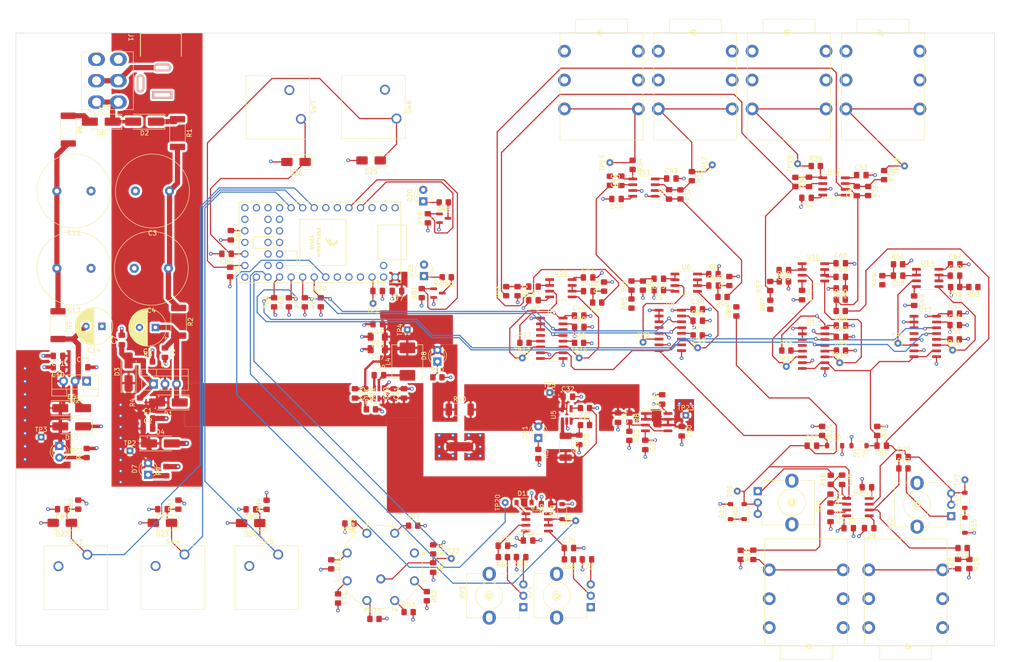
<source format=kicad_pcb>
(kicad_pcb (version 20221018) (generator pcbnew)
  (layers (0 "F.Cu" signal) (1 "In1.Cu" signal) (2 "In2.Cu" signal) (31 "B.Cu" signal) (34 "B.Paste" user) (35 "F.Paste" user) (36 "B.SilkS" user "B.Silkscreen") (37 "F.SilkS" user "F.Silkscreen") (38 "B.Mask" user) (39 "F.Mask" user) (44 "Edge.Cuts" user))
  (net 0 "")
  (net 1 "Earth")
  (net 2 "Net-(D5-A)")
  (net 3 "Net-(D2-K)")
  (net 4 "+12V")
  (net 5 "Net-(D3-A)")
  (net 6 "-12V")
  (net 7 "+5V")
  (net 8 "Net-(U3-FB)")
  (net 9 "Net-(U3-BST)")
  (net 10 "Net-(U3-SW)")
  (net 11 "Net-(C3-Pad1)")
  (net 12 "GND")
  (net 13 "Net-(D1-K)")
  (net 14 "Net-(SW1A-B)")
  (net 17 "Net-(D8-K)")
  (net 18 "Net-(C12-Pad2)")
  (net 19 "Net-(D9-A)")
  (net 20 "Net-(C24-Pad1)")
  (net 21 "Net-(C24-Pad2)")
  (net 22 "Net-(U4A--)")
  (net 23 "/Audio Input/Channel1_Input")
  (net 24 "Net-(U4A-+)")
  (net 25 "Net-(U4B--)")
  (net 26 "/Audio Input/Channel2_Input")
  (net 27 "Net-(C28-Pad1)")
  (net 28 "Net-(C28-Pad2)")
  (net 29 "Net-(U4B-+)")
  (net 30 "VCC")
  (net 31 "Net-(U5-VIN)")
  (net 32 "Net-(D16-K)")
  (net 33 "+3.3V")
  (net 34 "Net-(U6A--)")
  (net 35 "Net-(C45-Pad2)")
  (net 36 "Net-(U6B--)")
  (net 37 "Net-(C46-Pad2)")
  (net 38 "Net-(U10A--)")
  (net 39 "Net-(C47-Pad2)")
  (net 40 "Net-(U10B--)")
  (net 41 "Net-(C48-Pad2)")
  (net 42 "/Audio Output/A")
  (net 43 "Net-(C49-Pad2)")
  (net 44 "/Audio Output/B")
  (net 45 "Net-(C50-Pad2)")
  (net 46 "/Audio Output/D")
  (net 47 "Net-(C51-Pad2)")
  (net 48 "/Audio Output/C")
  (net 49 "Net-(C52-Pad2)")
  (net 50 "Net-(D17-K)")
  (net 51 "Net-(U14A--)")
  (net 52 "Net-(C58-Pad2)")
  (net 53 "Net-(U14B--)")
  (net 54 "Net-(C59-Pad2)")
  (net 55 "Net-(U16A--)")
  (net 56 "Net-(C65-Pad2)")
  (net 57 "Net-(U16B--)")
  (net 58 "Net-(C66-Pad2)")
  (net 59 "Net-(U19A-+)")
  (net 60 "Net-(U19B-+)")
  (net 61 "/Teensy/Channel Selection")
  (net 62 "/Teensy/Button_1")
  (net 63 "/Teensy/Button_2")
  (net 64 "/Teensy/Button_3")
  (net 65 "/Teensy/POWER")
  (net 66 "/Teensy/PROGRAM")
  (net 67 "Net-(D2-A)")
  (net 68 "Net-(D6-A)")
  (net 69 "Net-(D7-K)")
  (net 70 "Net-(D11-K)")
  (net 71 "Net-(D12-K)")
  (net 72 "Net-(D14-K)")
  (net 73 "/Teensy/AB_Control")
  (net 74 "/Teensy/CD_Control")
  (net 75 "Net-(D20-K)")
  (net 76 "Net-(D21-K)")
  (net 84 "Net-(J4-PadT)")
  (net 87 "Net-(J5-PadT)")
  (net 90 "Net-(J6-PadT)")
  (net 93 "Net-(J7-PadT)")
  (net 94 "/Teensy/LED_1")
  (net 95 "Net-(Q1-D)")
  (net 96 "/Teensy/LED_2")
  (net 97 "Net-(Q2-D)")
  (net 98 "Net-(U7A-+)")
  (net 99 "Net-(R16-Pad2)")
  (net 100 "Net-(R17-Pad2)")
  (net 101 "Net-(U5-nSHDN)")
  (net 102 "Net-(U5-PGOOD)")
  (net 103 "VDD")
  (net 104 "Net-(U8-nCE)")
  (net 105 "Net-(U9-nCE)")
  (net 106 "Net-(U9-A0)")
  (net 107 "Net-(U13-nCE)")
  (net 108 "Net-(U17-A0)")
  (net 109 "Net-(U17-nCE)")
  (net 110 "Net-(R62-Pad1)")
  (net 111 "Net-(R63-Pad1)")
  (net 112 "Net-(R64-Pad1)")
  (net 113 "Net-(R65-Pad1)")
  (net 114 "/SCL0")
  (net 115 "/SDA0")
  (net 116 "/SDA1")
  (net 117 "/SCL1")
  (net 120 "Net-(R73-Pad1)")
  (net 121 "Net-(R74-Pad1)")
  (net 122 "Net-(R75-Pad1)")
  (net 123 "Net-(R76-Pad1)")
  (net 124 "Net-(R77-Pad1)")
  (net 126 "Net-(U6A-+)")
  (net 127 "Net-(U13-W0)")
  (net 128 "Net-(U6B-+)")
  (net 129 "Net-(U13-W1)")
  (net 130 "Net-(U10A-+)")
  (net 131 "Net-(U16A-+)")
  (net 132 "Net-(U10B-+)")
  (net 133 "Net-(U16B-+)")
  (footprint "Resistor_SMD:R_2512_6332Metric_Pad1.40x3.35mm_HandSolder" (layer "F.Cu") (at 42.98875 50.76125 -90)
    (fp_text reference "R6")
    (fp_text value "0.5R")
  )
  (footprint "Package_TO_SOT_SMD:SOT-23-5_HandSoldering" (layer "F.Cu") (at 152.51875 113.48985 90)
    (fp_text reference "U5")
    (fp_text value "MCP1755T-5002E/OT")
  )
  (footprint "Capacitor_SMD:C_0805_2012Metric_Pad1.18x1.45mm_HandSolder" (layer "F.Cu") (at 144.01375 141.12625)
    (fp_text reference "C72")
    (fp_text value "0.1uF")
  )
  (footprint "TestPoint:TestPoint_THTPad_D1.5mm_Drill0.7mm" (layer "F.Cu") (at 161.98875 58.01125 90)
    (fp_text reference "TP16")
    (fp_text value "TestPoint")
  )
  (footprint "Capacitor_SMD:C_0805_2012Metric_Pad1.18x1.45mm_HandSolder" (layer "F.Cu") (at 156.95125 145.26125 180)
    (fp_text reference "C73")
    (fp_text value "0.1uF")
  )
  (footprint "Resistor_SMD:R_0805_2012Metric_Pad1.20x1.40mm_HandSolder" (layer "F.Cu") (at 120.65125 86.71125 90)
    (fp_text reference "R81")
    (fp_text value "10k")
  )
  (footprint "Capacitor_SMD:C_0805_2012Metric_Pad1.18x1.45mm_HandSolder" (layer "F.Cu") (at 228.85125 88.37625 -90)
    (fp_text reference "C69")
    (fp_text value "0.1uF")
  )
  (footprint "TestPoint:TestPoint_THTPad_D1.5mm_Drill0.7mm" (layer "F.Cu") (at 203.23875 58.26125 90)
    (fp_text reference "TP19")
    (fp_text value "TestPoint")
  )
  (footprint "Capacitor_SMD:C_0805_2012Metric_Pad1.18x1.45mm_HandSolder" (layer "F.Cu") (at 147.97625 133.12625 180)
    (fp_text reference "C71")
    (fp_text value "0.1uF")
  )
  (footprint "Resistor_SMD:R_0805_2012Metric_Pad1.20x1.40mm_HandSolder" (layer "F.Cu") (at 118.76775 137.85165)
    (fp_text reference "R77")
    (fp_text value "71.5k")
  )
  (footprint "Resistor_SMD:R_0805_2012Metric_Pad1.20x1.40mm_HandSolder" (layer "F.Cu") (at 108.23875 108.76125 -90)
    (fp_text reference "R12")
    (fp_text value "158k")
  )
  (footprint "Capacitor_SMD:C_0805_2012Metric_Pad1.18x1.45mm_HandSolder" (layer "F.Cu") (at 205.73875 62.26125 90)
    (fp_text reference "C52")
    (fp_text value "330pF")
  )
  (footprint "Eyewool Connectors:NMJ6HCD" (layer "F.Cu") (at 160.12875 29.50985 90)
    (fp_text reference "J4")
    (fp_text value "NMJ6HCD")
  )
  (footprint "Capacitor_THT:C_Radial_D16.0mm_H25.0mm_P7.50mm" (layer "F.Cu") (at 65.23875 64.26125 180)
    (fp_text reference "C3")
    (fp_text value "2200uF")
  )
  (footprint "Resistor_SMD:R_0805_2012Metric_Pad1.20x1.40mm_HandSolder" (layer "F.Cu") (at 124.09875 105.22125)
    (fp_text reference "R10")
    (fp_text value "3k")
  )
  (footprint "Diode_SMD:D_SOD-123" (layer "F.Cu") (at 191.48875 134.76125 90)
    (fp_text reference "D12")
    (fp_text value "MMSZ5222BT1G")
  )
  (footprint "Capacitor_SMD:C_0805_2012Metric_Pad1.18x1.45mm_HandSolder" (layer "F.Cu") (at 213.02375 127.76125 -90)
    (fp_text reference "C25")
    (fp_text value "10pF")
  )
  (footprint "Resistor_SMD:R_0805_2012Metric_Pad1.20x1.40mm_HandSolder" (layer "F.Cu") (at 141.70125 86.28125 -90)
    (fp_text reference "R30")
    (fp_text value "100k")
  )
  (footprint "Capacitor_SMD:C_0805_2012Metric_Pad1.18x1.45mm_HandSolder" (layer "F.Cu") (at 205.20125 65.76125 180)
    (fp_text reference "C54")
    (fp_text value "0.1uF")
  )
  (footprint "LED_THT:LED_D3.0mm_FlatTop" (layer "F.Cu") (at 146.26875 118.58985 90)
    (fp_text reference "D11")
    (fp_text value "LED")
  )
  (footprint "Resistor_SMD:R_0805_2012Metric_Pad1.20x1.40mm_HandSolder" (layer "F.Cu") (at 156.51875 115.73985)
    (fp_text reference "R21")
    (fp_text value "10k")
  )
  (footprint "Capacitor_SMD:C_0805_2012Metric_Pad1.18x1.45mm_HandSolder" (layer "F.Cu") (at 218.96375 138.39625 180)
    (fp_text reference "C29")
    (fp_text value "10uF")
  )
  (footprint "Diode_SMD:D_SMA" (layer "F.Cu") (at 41.67875 137.22125 180)
    (fp_text reference "D22")
    (fp_text value "SMAJ5.0A")
  )
  (footprint "Diode_SMD:D_SMA_Handsoldering" (layer "F.Cu") (at 43.73875 116.01125 180)
    (fp_text reference "D10")
    (fp_text value "B350")
  )
  (footprint "Eyewool Connectors:NMJ6HCD" (layer "F.Cu") (at 226.98875 164.26265 -90)
    (fp_text reference "J3")
    (fp_text value "NMJ6HCD")
  )
  (footprint "Package_SO:SOIC-8_3.9x4.9mm_P1.27mm" (layer "F.Cu") (at 146.01375 137.12625)
    (fp_text reference "U19")
    (fp_text value "TL072")
  )
  (footprint "LED_THT:LED_D3.0mm_FlatTop" (layer "F.Cu") (at 60.52875 126.64625 90)
    (fp_text reference "D7")
    (fp_text value "LED")
  )
  (footprint "Eyewool Connectors:Love My Switches 2.1MM PCB Mount DC Jack" (layer "F.Cu") (at 58.83875 29.62265 -90)
    (fp_text reference "J1")
    (fp_text value "Barrel_Jack_Switch")
  )
  (footprint "LED_THT:LED_D3.0mm_FlatTop" (layer "F.Cu") (at 121.15125 82.98625 90)
    (fp_text reference "D21")
    (fp_text value "LED")
  )
  (footprint "Resistor_SMD:R_0805_2012Metric_Pad1.20x1.40mm_HandSolder" (layer "F.Cu") (at 210.46375 131.89625 -90)
    (fp_text reference "R15")
    (fp_text value "4.7k")
  )
  (footprint "Package_TO_SOT_SMD:TSOT-23-6" (layer "F.Cu") (at 111.23875 108.76125 90)
    (fp_text reference "U3")
    (fp_text value "AP63200WU")
  )
  (footprint "Resistor_SMD:R_0805_2012Metric_Pad1.20x1.40mm_HandSolder" (layer "F.Cu") (at 220.72375 117.01125 -90)
    (fp_text reference "R48")
    (fp_text value "100k")
  )
  (footprint "Capacitor_SMD:C_0805_2012Metric_Pad1.18x1.45mm_HandSolder" (layer "F.Cu") (at 155.26375 94.14625)
    (fp_text reference "C39")
    (fp_text value "0.1uF")
  )
  (footprint "Resistor_SMD:R_0805_2012Metric_Pad1.20x1.40mm_HandSolder" (layer "F.Cu") (at 117.76775 156.85165)
    (fp_text reference "R63")
    (fp_text value "3.32k")
  )
  (footprint "Capacitor_SMD:C_0805_2012Metric_Pad1.18x1.45mm_HandSolder" (layer "F.Cu") (at 78.710057 73.98423 -90)
    (fp_text reference "C80")
    (fp_text value "0.1uF")
  )
  (footprint "Diode_SMD:D_SMA_Handsoldering" (layer "F.Cu") (at 59.73875 49.01125 180)
    (fp_text reference "D2")
    (fp_text value "B350")
  )
  (footprint "Resistor_SMD:R_0805_2012Metric_Pad1.20x1.40mm_HandSolder" (layer "F.Cu") (at 156.51875 111.98985 180)
    (fp_text reference "R22")
    (fp_text value "10k")
  )
  (footprint "Button_Switch_Keyboard:SW_Cherry_MX_1.00u_PCB" (layer "F.Cu") (at 115.10875 48.33125 -90)
    (fp_text reference "SW6")
    (fp_text value "Cherry MX")
  )
  (footprint "Eyewool Connectors:NMJ6HCD" (layer "F.Cu") (at 180.74875 29.50985 90)
    (fp_text reference "J5")
    (fp_text value "NMJ6HCD")
  )
  (footprint "Eyewool Pots:StomboxParts_9MM" (layer "F.Cu") (at 229.48875 133.26125 90)
    (fp_text reference "RV2")
    (fp_text value "500kA")
  )
  (footprint "Resistor_SMD:R_0805_2012Metric_Pad1.20x1.40mm_HandSolder" (layer "F.Cu") (at 240.98875 146.26125 -90)
    (fp_text reference "R19")
    (fp_text value "100k")
  )
  (footprint "Resistor_SMD:R_0805_2012Metric_Pad1.20x1.40mm_HandSolder" (layer "F.Cu") (at 237.85125 85.37625 180)
    (fp_text reference "R53")
    (fp_text value "100k")
  )
  (footprint "Capacitor_SMD:C_0805_2012Metric_Pad1.18x1.45mm_HandSolder" (layer "F.Cu") (at 184.77625 85.05125)
    (fp_text reference "C46")
    (fp_text value "1uF")
  )
  (footprint "Package_TO_SOT_THT:TO-220-3_Vertical" (layer "F.Cu") (at 61.69875 106.70625)
    (fp_text reference "U1")
    (fp_text value "LM338-TO-220")
  )
  (footprint "Button_Switch_Keyboard:SW_Cherry_MX_1.00u_PCB" (layer "F.Cu") (at 47.17875 144.22125)
    (fp_text reference "SW3")
    (fp_text value "Cherry MX")
  )
  (footprint "Resistor_SMD:R_0805_2012Metric_Pad1.20x1.40mm_HandSolder" (layer "F.Cu") (at 237.76375 96.87625)
    (fp_text reference "R51")
    (fp_text value "10k")
  )
  (footprint "Resistor_SMD:R_0805_2012Metric_Pad1.20x1.40mm_HandSolder" (layer "F.Cu") (at 166.26875 118.08985 -90)
    (fp_text reference "R23")
    (fp_text value "20k")
  )
  (footprint "Resistor_SMD:R_2512_6332Metric_Pad1.40x3.35mm_HandSolder" (layer "F.Cu") (at 40.73875 93.76125 -90)
    (fp_text reference "R7")
    (fp_text value "0.5R")
  )
  (footprint "Diode_SMD:D_SMA_Handsoldering" (layer "F.Cu") (at 43.73875 112.01125)
    (fp_text reference "D5")
    (fp_text value "B350")
  )
  (footprint "TestPoint:TestPoint_THTPad_D1.5mm_Drill0.7mm" (layer "F.Cu") (at 200.76375 102.83625)
    (fp_text reference "TP13")
    (fp_text value "TestPoint")
  )
  (footprint "Diode_SMD:D_SOD-123" (layer "F.Cu") (at 151.48875 134.76125 90)
    (fp_text reference "D19")
    (fp_text value "DDZ9684-7")
  )
  (footprint "Capacitor_SMD:C_0805_2012Metric_Pad1.18x1.45mm_HandSolder" (layer "F.Cu") (at 123.15875 147.06265 -90)
    (fp_text reference "C81")
    (fp_text value "0.1uF")
  )
  (footprint "Capacitor_SMD:C_0805_2012Metric_Pad1.18x1.45mm_HandSolder" (layer "F.Cu") (at 184.73875 82.55125)
    (fp_text reference "C8")
    (fp_text value "0.1uF")
  )
  (footprint "Resistor_SMD:R_0805_2012Metric_Pad1.20x1.40mm_HandSolder" (layer "F.Cu") (at 86.56875 133.26125 90)
    (fp_text reference "R84")
    (fp_text value "10k")
  )
  (footprint "Resistor_SMD:R_0805_2012Metric_Pad1.20x1.40mm_HandSolder" (layer "F.Cu") (at 212.76375 99.33625)
    (fp_text reference "R59")
    (fp_text value "10k")
  )
  (footprint "Resistor_SMD:R_0805_2012Metric_Pad1.20x1.40mm_HandSolder" (layer "F.Cu") (at 98.460057 88.73423 90)
    (fp_text reference "R66")
    (fp_text value "4.7k")
  )
  (footprint "Package_TO_SOT_THT:TO-220-3_Vertical" (layer "F.Cu") (at 47.02875 106.06625 180)
    (fp_text reference "U2")
    (fp_text value "LM2990T-12/NOPB")
  )
  (footprint "Capacitor_SMD:C_0805_2012Metric_Pad1.18x1.45mm_HandSolder" (layer "F.Cu") (at 40.73875 100.51125 180)
    (fp_text reference "C11")
    (fp_text value "0.1uF")
  )
  (footprint "Capacitor_SMD:C_0805_2012Metric_Pad1.18x1.45mm_HandSolder" (layer "F.Cu") (at 172.73875 86.05125 180)
    (fp_text reference "C9")
    (fp_text value "0.1uF")
  )
  (footprint "Resistor_SMD:R_0805_2012Metric_Pad1.20x1.40mm_HandSolder" (layer "F.Cu") (at 225.31375 80.37625)
    (fp_text reference "R50")
    (fp_text value "100k")
  )
  (footprint "Capacitor_SMD:C_0805_2012Metric_Pad1.18x1.45mm_HandSolder" (layer "F.Cu") (at 212.76375 96.33625)
    (fp_text reference "C62")
    (fp_text value "0.1uF")
  )
  (footprint "Resistor_SMD:R_0805_2012Metric_Pad1.20x1.40mm_HandSolder" (layer "F.Cu") (at 60.48875 101.76125)
    (fp_text reference "R5")
    (fp_text value "2.32k")
  )
  (footprint "Resistor_SMD:R_0805_2012Metric_Pad1.20x1.40mm_HandSolder" (layer "F.Cu") (at 226.48875 125.26125)
    (fp_text reference "R17")
    (fp_text value "470")
  )
  (footprint "Button_Switch_Keyboard:SW_Cherry_MX_1.00u_PCB" (layer "F.Cu") (at 68.52875 144.18125)
    (fp_text reference "SW4")
    (fp_text value "Cherry MX")
  )
  (footprint "Capacitor_SMD:C_0805_2012Metric_Pad1.18x1.45mm_HandSolder" (layer "F.Cu") (at 157.20125 83.28125)
    (fp_text reference "C41")
    (fp_text value "0.1uF")
  )
  (footprint "Eyewool Connectors:NMJ6HCD" (layer "F.Cu") (at 201.36875 29.50985 90)
    (fp_text reference "J6")
    (fp_text value "NMJ6HCD")
  )
  (footprint "Capacitor_THT:C_Radial_D16.0mm_H25.0mm_P7.50mm" (layer "F.Cu") (at 64.98875 81.26125 180)
    (fp_text reference "C4")
    (fp_text value "2200uF")
  )
  (footprint "Resistor_SMD:R_0805_2012Metric_Pad1.20x1.40mm_HandSolder" (layer "F.Cu") (at 110.26775 158.35165)
    (fp_text reference "R73")
    (fp_text value "6.04k")
  )
  (footprint "Package_SO:SOIC-8_3.9x4.9mm_P1.27mm" (layer "F.Cu") (at 206.71375 82.14625)
    (fp_text reference "U16")
    (fp_text value "TL072")
  )
  (footprint "Resistor_SMD:R_0805_2012Metric_Pad1.20x1.40mm_HandSolder" (layer "F.Cu") (at 138.48875 144.76125 180)
    (fp_text reference "R64")
    (fp_text value "100")
  )
  (footprint "Resistor_SMD:R_0805_2012Metric_Pad1.20x1.40mm_HandSolder" (layer "F.Cu") (at 64.52875 125.87125 90)
    (fp_text reference "R9")
    (fp_text value "10k")
  )
  (footprint "Capacitor_SMD:C_0805_2012Metric_Pad1.18x1.45mm_HandSolder" (layer "F.Cu") (at 155.26875 118.98985 -90)
    (fp_text reference "C33")
    (fp_text value "1uF")
  )
  (footprint "Capacitor_SMD:C_0805_2012Metric_Pad1.18x1.45mm_HandSolder" (layer "F.Cu") (at 212.71375 83.14625)
    (fp_text reference "C66")
    (fp_text value "1uF")
  )
  (footprint "Capacitor_SMD:C_0805_2012Metric_Pad1.18x1.45mm_HandSolder" (layer "F.Cu") (at 40.73875 103.01125 180)
    (fp_text reference "C10")
    (fp_text value "10uF")
  )
  (footprint "Resistor_SMD:R_0805_2012Metric_Pad1.20x1.40mm_HandSolder" (layer "F.Cu") (at 202.73875 62.26125 -90)
    (fp_text reference "R37")
    (fp_text value "20k")
  )
  (footprint "Capacitor_SMD:C_0805_2012Metric_Pad1.18x1.45mm_HandSolder" (layer "F.Cu") (at 237.85125 80.37625)
    (fp_text reference "C67")
    (fp_text value "0.1uF")
  )
  (footprint "Capacitor_SMD:C_0805_2012Metric_Pad1.18x1.45mm_HandSolder" (layer "F.Cu") (at 145.20125 88.28125 180)
    (fp_text reference "C42")
    (fp_text value "0.1uF")
  )
  (footprint "Capacitor_SMD:C_0805_2012Metric_Pad1.18x1.45mm_HandSolder" (layer "F.Cu") (at 110.960057 86.23423)
    (fp_text reference "C78")
    (fp_text value "0.1uF")
  )
  (footprint "Diode_SMD:D_SMA_Handsoldering" (layer "F.Cu") (at 56.23875 104.01125 90)
    (fp_text reference "D3")
    (fp_text value "B350")
  )
  (footprint "Diode_SMD:D_SOD-123" (layer "F.Cu") (at 211.37375 120.26125)
    (fp_text reference "D16")
    (fp_text value "BZT52C4V7-13-F")
  )
  (footprint "Eyewool Switches:Stompbox 1P8T Rotary" (layer "F.Cu") (at 111.65875 146.91265 90)
    (fp_text reference "SW2")
    (fp_text value "Stompbox 1P8T Rotary")
  )
  (footprint "Diode_SMD:D_SOD-123" (layer "F.Cu") (at 216.72375 120.26125 180)
    (fp_text reference "D17")
    (fp_text value "BZT52C4V7-13-F")
  )
  (footprint "Package_SO:SOIC-16_3.9x9.9mm_P1.27mm" (layer "F.Cu") (at 149.22625 96.64625)
    (fp_text reference "U9")
    (fp_text value "DS1881Z-050+")
  )
  (footprint "Diode_SMD:D_SOD-123" (layer "F.Cu") (at 143.13875 132.76125)
    (fp_text reference "D18")
    (fp_text value "DDZ9684-7")
  )
  (footprint "Diode_SMD:D_SMA" (layer "F.Cu") (at 93.02875 57.87125 180)
    (fp_text reference "D26")
    (fp_text value "SMAJ5.0A")
  )
  (footprint "Package_SO:SOIC-8_3.9x4.9mm_P1.27mm" (layer "F.Cu") (at 178.76375 84.41625)
    (fp_text reference "U6")
    (fp_text value "TL072")
  )
  (footprint "Capacitor_SMD:C_0805_2012Metric_Pad1.18x1.45mm_HandSolder" (layer "F.Cu") (at 157.23875 86.28125)
    (fp_text reference "C48")
    (fp_text value "1uF")
  )
  (footprint "Package_SO:SOIC-16_3.9x9.9mm_P1.27mm" (layer "F.Cu") (at 206.76375 98.83625)
    (fp_text reference "U17")
    (fp_text value "DS1881Z-050+")
  )
  (footprint "Capacitor_SMD:C_0805_2012Metric_Pad1.18x1.45mm_HandSolder" (layer "F.Cu") (at 173.48875 110.08985 90)
    (fp_text reference "C16")
    (fp_text value "0.1uF")
  )
  (footprint "Capacitor_SMD:C_0805_2012Metric_Pad1.18x1.45mm_HandSolder" (layer "F.Cu") (at 46.23875 103.01125)
    (fp_text reference "C15")
    (fp_text value "1uF")
  )
  (footprint "Resistor_SMD:R_0805_2012Metric_Pad1.20x1.40mm_HandSolder" (layer "F.Cu") (at 169.23875 85.05125 -90)
    (fp_text reference "R28")
    (fp_text value "100k")
  )
  (footprint "Capacitor_SMD:C_0805_2012Metric_Pad1.18x1.45mm_HandSolder" (layer "F.Cu") (at 111.23875 104.76125)
    (fp_text reference "C20")
    (fp_text value "0.1uF")
  )
  (footprint "Resistor_SMD:R_0805_2012Metric_Pad1.20x1.40mm_HandSolder" (layer "F.Cu") (at 197.23875 89.26125 90)
    (fp_text reference "R87")
    (fp_text value "DNA")
  )
  (footprint "Capacitor_SMD:C_0805_2012Metric_Pad1.18x1.45mm_HandSolder" (layer "F.Cu") (at 41.67875 134.22125 180)
    (fp_text reference "C82")
    (fp_text value "0.1uF")
  )
  (footprint "Resistor_SMD:R_0805_2012Metric_Pad1.20x1.40mm_HandSolder" (layer "F.Cu") (at 104.76775 137.35165 180)
    (fp_text reference "R76")
    (fp_text value "30.1k")
  )
  (footprint "Capacitor_SMD:C_0805_2012Metric_Pad1.18x1.45mm_HandSolder" (layer "F.Cu") (at 105.98875 108.76125 -90)
    (fp_text reference "C23")
    (fp_text value "100pF")
  )
  (footprint "Capacitor_SMD:C_0805_2012Metric_Pad1.18x1.45mm_HandSolder" (layer "F.Cu") (at 206.37375 120.26125)
    (fp_text reference "C37")
    (fp_text value "1uF")
  )
  (footprint "Resistor_SMD:R_0805_2012Metric_Pad1.20x1.40mm_HandSolder" (layer "F.Cu") (at 91.460057 88.73423 90)
    (fp_text reference "R68")
    (fp_text value "4.7k")
  )
  (footprint "Diode_SMD:D_SMA" (layer "F.Cu") (at 83.06875 137.26125 180)
    (fp_text reference "D24")
    (fp_text value "SMAJ5.0A")
  )
  (footprint "Resistor_SMD:R_0805_2012Metric_Pad1.20x1.40mm_HandSolder" (layer "F.Cu") (at 121.76775 153.35165 -90)
    (fp_text reference "R62")
    (fp_text value "1.43k")
  )
  (footprint "Resistor_SMD:R_0805_2012Metric_Pad1.20x1.40mm_HandSolder" (layer "F.Cu") (at 45.17875 133.22125 90)
    (fp_text reference "R82")
    (fp_text value "10k")
  )
  (footprint "TestPoint:TestPoint_THTPad_D1.5mm_Drill0.7mm" (layer "F.Cu") (at 148.76875 108.58985)
    (fp_text reference "TP5")
    (fp_text value "TestPoint")
  )
  (footprint "LED_THT:LED_D3.0mm_FlatTop" (layer "F.Cu") (at 124.09875 101.76125 90)
    (fp_text reference "D8")
    (fp_text value "LED")
  )
  (footprint "Capacitor_SMD:C_0805_2012Metric_Pad1.18x1.45mm_HandSolder" (layer "F.Cu") (at 216.23875 64.26125 90)
    (fp_text reference "C51")
    (fp_text value "330pF")
  )
  (footprint "Capacitor_SMD:C_0805_2012Metric_Pad1.18x1.45mm_HandSolder" (layer "F.Cu") (at 210.46375 135.93375 -90)
    (fp_text reference "C26")
    (fp_text value "10uF")
  )
  (footprint "TestPoint:TestPoint_THTPad_D1.5mm_Drill0.7mm" (layer "F.Cu") (at 37.02875 118.37125)
    (fp_text reference "TP3")
    (fp_text value "TestPoint")
  )
  (footprint "Eyewool Pots:StomboxParts_9MM" (layer "F.Cu") (at 201.98875 132.76125 -90)
    (fp_text reference "RV1")
    (fp_text value "500kA")
  )
  (footprint "TestPoint:TestPoint_THTPad_D1.5mm_Drill0.7mm" (layer "F.Cu") (at 226.73875 58.76125 90)
    (fp_text reference "TP18")
    (fp_text value "TestPoint")
  )
  (footprint "Eyewool Pots:StomboxParts_9MM" (layer "F.Cu") (at 150.28875 153.26125 90)
    (fp_text reference "RV4")
    (fp_text value "10k-B")
  )
  (footprint "Diode_SMD:D_SMA" (layer "F.Cu") (at 109.52875 57.54125 180)
    (fp_text reference "D25")
    (fp_text value "SMAJ5.0A")
  )
  (footprint "TestPoint:TestPoint_THTPad_D1.5mm_Drill0.7mm" (layer "F.Cu") (at 154.48875 136.76125 90)
    (fp_text reference "TP21")
    (fp_text value "TestPoint")
  )
  (footprint "TestPoint:TestPoint_THTPad_D1.5mm_Drill0.7mm" (layer "F.Cu") (at 109.960057 88.98423 180)
    (fp_text reference "TP1")
    (fp_text value "TestPoint")
  )
  (footprint "Resistor_SMD:R_0805_2012Metric_Pad1.20x1.40mm_HandSolder" (layer "F.Cu") (at 189.78875 90.74125 90)
    (fp_text reference "R88")
    (fp_text value "DNA")
  )
  (footprint "Resistor_SMD:R_2512_6332Metric_Pad1.40x3.35mm_HandSolder" (layer "F.Cu") (at 66.98875 51.51125 -90)
    (fp_text reference "R1")
    (fp_text value "0.5R")
  )
  (footprint "Capacitor_SMD:C_0805_2012Metric_Pad1.18x1.45mm_HandSolder" (layer "F.Cu") (at 114.48875 108.79875 90)
    (fp_text reference "C22")
    (fp_text value "0.1uF")
  )
  (footprint "Capacitor_SMD:C_0805_2012Metric_Pad1.18x1.45mm_HandSolder" (layer "F.Cu") (at 169.76875 120.08985 -90)
    (fp_text reference "C36")
    (fp_text value "0.1uF")
  )
  (footprint "Capacitor_SMD:C_0805_2012Metric_Pad1.18x1.45mm_HandSolder" (layer "F.Cu") (at 225.31375 82.87625 180)
    (fp_text reference "C58")
    (fp_text value "1uF")
  )
  (footprint "Capacitor_SMD:C_0805_2012Metric_Pad1.18x1.45mm_HandSolder" (layer "F.Cu") (at 172.73875 83.55125 180)
    (fp_text reference "C45")
    (fp_text value "1uF")
  )
  (footprint "Resistor_SMD:R_0805_2012Metric_Pad1.20x1.40mm_HandSolder" (layer "F.Cu") (at 207.23875 58.76125)
    (fp_text reference "R39")
    (fp_text value "1k")
  )
  (footprint "Package_SO:SOIC-8_3.9x4.9mm_P1.27mm" (layer "F.Cu") (at 211.23875 63.26125)
    (fp_text reference "U12")
    (fp_text value "TL072")
  )
  (footprint "Capacitor_SMD:C_0805_2012Metric_Pad1.18x1.45mm_HandSolder" (layer "F.Cu") (at 226.48875 122.76125)
    (fp_text reference "C27")
    (fp_text value "10pF")
  )
  (footprint "Button_Switch_Keyboard:SW_Cherry_MX_1.00u_PCB" (layer "F.Cu") (at 94.10875 48.41125 -90)
    (fp_text reference "SW7")
    (fp_text value "Cherry MX")
  )
  (footprint "TestPoint:TestPoint_THTPad_D1.5mm_Drill0.7mm" (layer "F.Cu") (at 189.98875 130.26125 90)
    (fp_text reference "TP6")
    (fp_text value "TestPoint")
  )
  (footprint "Capacitor_SMD:C_1206_3216Metric_Pad1.33x1.80mm_HandSolder" (layer "F.Cu") (at 110.98875 99.03625 180)
    (fp_text reference "C17")
    (fp_text value "22uF")
  )
  (footprint "Resistor_SMD:R_0805_2012Metric_Pad1.20x1.40mm_HandSolder" (layer "F.Cu") (at 166.26875 114.08985 -90)
    (fp_text reference "R8")
    (fp_text value "20k")
  )
  (footprint "Resistor_SMD:R_0805_2012Metric_Pad1.20x1.40mm_HandSolder" (layer "F.Cu") (at 179.98875 61.01125 -90)
    (fp_text reference "R35")
    (fp_text value "1k")
  )
  (footprint "Resistor_SMD:R_0805_2012Metric_Pad1.20x1.40mm_HandSolder" (layer "F.Cu") (at 123.15875 143.06265 -90)
    (fp_text reference "R72")
    (fp_text value "10k")
  )
  (footprint "Capacitor_SMD:C_0805_2012Metric_Pad1.18x1.45mm_HandSolder" (layer "F.Cu") (at 155.22625 91.64625)
    (fp_text reference "C40")
    (fp_text value "0.1uF")
  )
  (footprint "Resistor_SMD:R_0805_2012Metric_Pad1.20x1.40mm_HandSolder" (layer "F.Cu") (at 166.73875 89.01125 90)
    (fp_text reference "R85")
    (fp_text value "DNA")
  )
  (footprint "Package_SO:SOIC-16_3.9x9.9mm_P1.27mm" (layer "F.Cu") (at 175.26375 94.91625)
    (fp_text reference "U8")
    (fp_text value "DS1881Z-050+")
  )
  (footprint "Resistor_SMD:R_0805_2012Metric_Pad1.20x1.40mm_HandSolder" (layer "F.Cu") (at 212.71375 85.64625 180)
    (fp_text reference "R61")
    (fp_text value "100k")
  )
  (footprint "TestPoint:TestPoint_THTPad_D1.5mm_Drill0.7mm" (layer "F.Cu") (at 225.28875 97.74125)
    (fp_text reference "TP9")
    (fp_text value "TestPoint")
  )
  (footprint "Capacitor_SMD:C_0805_2012Metric_Pad1.18x1.45mm_HandSolder" (layer "F.Cu") (at 217.23875 60.76125)
    (fp_text reference "C53")
    (fp_text value "0.1uF")
  )
  (footprint "Package_SO:SOIC-8_3.9x4.9mm_P1.27mm" (layer "F.Cu") (at 172.26875 115.08985)
    (fp_text reference "U7")
    (fp_text value "TL072")
  )
  (footprint "TestPoint:TestPoint_THTPad_D1.5mm_Drill0.7mm" (layer "F.Cu") (at 184.48875 58.51125 90)
    (fp_text reference "TP17")
    (fp_text value "TestPoint")
  )
  (footprint "Resistor_SMD:R_0805_2012Metric_Pad1.20x1.40mm_HandSolder" (layer "F.Cu") (at 155.22625 97.64625)
    (fp_text reference "R26")
    (fp_text value "10k")
  )
  (footprint "TestPoint:TestPoint_THTPad_D1.5mm_Drill0.7mm" (layer "F.Cu") (at 56.52875 121.37125)
    (fp_text reference "TP2")
    (fp_text value "TestPoint")
  )
  (footprint "Capacitor_SMD:C_0805_2012Metric_Pad1.18x1.45mm_HandSolder" (layer "F.Cu") (at 164.48875 62.01125 90)
    (fp_text reference "C49")
    (fp_text value "330pF")
  )
  (footprint "Resistor_SMD:R_0805_2012Metric_Pad1.20x1.40mm_HandSolder" (layer "F.Cu") (at 166.98875 58.51125 -90)
    (fp_text reference "R34")
    (fp_text value "1k")
  )
  (footprint "Diode_SMD:D_SMA_Handsoldering" (layer "F.Cu") (at 50.23875 49.01125 180)
    (fp_text reference "D6")
    (fp_text value "B350")
  )
  (footprint "Resistor_SMD:R_0805_2012Metric_Pad1.20x1.40mm_HandSolder" (layer "F.Cu") (at 212.71375 88.14625)
    (fp_text reference "R60")
    (fp_text value "10k")
  )
  (footprint "Capacitor_SMD:C_0805_2012Metric_Pad1.18x1.45mm_HandSolder" (layer "F.Cu") (at 60.48875 116.51125)
    (fp_text reference "C2")
    (fp_text value "0.1uF")
  )
  (footprint "Resistor_SMD:R_0805_2012Metric_Pad1.20x1.40mm_HandSolder" (layer "F.Cu") (at 166.73875 85.05125 90)
    (fp_text reference "R44")
    (fp_text value "10k")
  )
  (footprint "Diode_SMD:D_SMA_Handsoldering" (layer "F.Cu") (at 64.98875 110.76125 180)
    (fp_text reference "D1")
    (fp_text value "B350")
  )
  (footprint "Eyewool Switches:Taiway DPDT" (layer "F.Cu") (at 51.58875 40.01125 180)
    (fp_text reference "SW1")
    (fp_text value "SW_DPDT_x2")
  )
  (footprint "Capacitor_SMD:C_1206_3216Metric_Pad1.33x1.80mm_HandSolder" (layer "F.Cu") (at 110.98875 96.28625 180)
    (fp_text reference "C18")
    (fp_text value "22uF")
  )
  (footprint "Package_TO_SOT_SMD:SOT-23" (layer "F.Cu") (at 125.48875 70.26125)
    (fp_text reference "Q1")
    (fp_text value "2N7002")
  )
  (footprint "Resistor_SMD:R_0805_2012Metric_Pad1.20x1.40mm_HandSolder" (layer "F.Cu") (at 218.73875 64.26125 -90)
    (fp_text reference "R36")
    (fp_text value "20k")
  )
  (footprint "Resistor_SMD:R_0805_2012Metric_Pad1.20x1.40mm_HandSolder" (layer "F.Cu") (at 102.26775 153.85165 -90)
    (fp_text reference "R74")
    (fp_text value "10k")
  )
  (footprint "Capacitor_SMD:C_0805_2012Metric_Pad1.18x1.45mm_HandSolder" (layer "F.Cu") (at 193.48875 144.26125 90)
    (fp_text reference "C24")
    (fp_text value "1uF")
  )
  (footprint "Resistor_SMD:R_0805_2012Metric_Pad1.20x1.40mm_HandSolder" (layer "F.Cu") (at 146.26875 122.08985 -90)
    (fp_text reference "R3")
    (fp_text value "3k")
  )
  (footprint "Resistor_SMD:R_0805_2012Metric_Pad1.20x1.40mm_HandSolder" (layer "F.Cu") (at 208.62375 117.01125 -90)
    (fp_text reference "R24")
    (fp_text value "100k")
  )
  (footprint "Package_SO:SOIC-16_3.9x9.9mm_P1.27mm" (layer "F.Cu") (at 231.28875 96.24125)
    (fp_text reference "U13")
    (fp_text value "DS1881Z-050+")
  )
  (footprint "TestPoint:TestPoint_THTPad_D1.5mm_Drill0.7mm" (layer "F.Cu") (at 127.15875 145.06265)
    (fp_text reference "TP22")
    (fp_text value "TestPoint")
  )
  (footprint "Resistor_SMD:R_0805_2012Metric_Pad1.20x1.40mm_HandSolder" (layer "F.Cu") (at 67.17875 133.22125 90)
    (fp_text reference "R83")
    (fp_text value "10k")
  )
  (footprint "Resistor_SMD:R_0805_2012Metric_Pad1.20x1.40mm_HandSolder" (layer "F.Cu") (at 152.98875 145.26125 180)
    (fp_text reference "R65")
    (fp_text value "100")
  )
  (footprint "Resistor_SMD:R_2010_5025Metric_Pad1.40x2.65mm_HandSolder" (layer "F.Cu") (at 129 112.31485)
    (fp_text reference "R40")
    (fp_text value "DNA")
  )
  (footprint "Resistor_SMD:R_0805_2012Metric_Pad1.20x1.40mm_HandSolder" (layer "F.Cu") (at 200.76375 99.33625)
    (fp_text reference "R56")
    (fp_text value "10k")
  )
  (footprint "Capacitor_THT:CP_Radial_D8.0mm_P3.50mm" (layer "F.Cu") (at 50.391401 94.01125 180)
    (fp_text reference "C14")
    (fp_text value "100uF")
  )
  (footprint "Capacitor_SMD:C_0805_2012Metric_Pad1.18x1.45mm_HandSolder" (layer "F.Cu") (at 54.73875 97.01125 90)
    (fp_text reference "C7")
    (fp_text value "10uF")
  )
  (footprint "Capacitor_SMD:C_0805_2012Metric_Pad1.18x1.45mm_HandSolder" (layer "F.Cu") (at 238.48875 146.29875 90)
    (fp_text reference "C28")
    (fp_text value "1uF")
  )
  (footprint "Resistor_SMD:R_0805_2012Metric_Pad1.20x1.40mm_HandSolder" (layer "F.Cu") (at 47.02875 121.87125 90)
    (fp_text reference "R11")
    (fp_text value "10k")
  )
  (footprint "Capacitor_SMD:C_0805_2012Metric_Pad1.18x1.45mm_HandSolder" (layer "F.Cu") (at 63.67875 134.22125 180)
    (fp_text reference "C83")
    (fp_text value "0.1uF")
  )
  (footprint "Resistor_SMD:R_0805_2012Metric_Pad1.20x1.40mm_HandSolder" (layer "F.Cu") (at 200.21375 84.14625)
    (fp_text reference "R58")
    (fp_text value "100k")
  )
  (footprint "Capacitor_SMD:C_0805_2012Metric_Pad1.18x1.45mm_HandSolder" (layer "F.Cu") (at 138.48875 142.26125)
    (fp_text reference "C75")
    (fp_text value "10uF")
  )
  (footprint "Diode_SMD:D_SOD-123" (layer "F.Cu") (at 188.48875 134.76125 90)
    (fp_text reference "D13")
    (fp_text value "MMSZ5222BT1G")
  )
  (footprint "TestPoint:TestPoint_THTPad_D1.5mm_Drill0.7mm" (layer "F.Cu") (at 155.25125 100.97125)
    (fp_text reference "TP14")
    (fp_text value "TestPoint")
  )
  (footprint "Capacitor_THT:C_Radial_D16.0mm_H25.0mm_P7.50mm" (layer "F.Cu") (at 47.98875 64.26125 180)
    (fp_text reference "C12")
    (fp_text value "2200uF")
  )
  (footprint "Capacitor_SMD:C_0805_2012Metric_Pad1.18x1.45mm_HandSolder" (layer "F.Cu") (at 221.72375 120.26125 180)
    (fp_text reference "C55")
    (fp_text value "1uF")
  )
  (footprint "Capacitor_SMD:C_0805_2012Metric_Pad1.18x1.45mm_HandSolder" (layer "F.Cu") (at 64.23875 99.79875 -90)
    (fp_text reference "C6")
    (fp_text value "1uF")
  )
  (footprint "Resistor_SMD:R_0805_2012Metric_Pad1.20x1.40mm_HandSolder" (layer "F.Cu") (at 121.98875 70.26125 90)
    (fp_text reference "R79")
    (fp_text value "10k")
  )
  (footprint "TestPoint:TestPoint_THTPad_D1.5mm_Drill0.7mm" (layer "F.Cu") (at 117.48875 94.76125 90)
    (fp_text reference "TP4")
    (fp_text value "TestPoint")
  )
  (footprint "Capacitor_SMD:C_0805_2012Metric_Pad1.18x1.45mm_HandSolder" (layer "F.Cu") (at 142.48875 144.76125 180)
    (fp_text reference "C74")
    (fp_text value "0.1uF")
  )
  (footprint "Capacitor_SMD:C_0805_2012Metric_Pad1.18x1.45mm_HandSolder" (layer "F.Cu") (at 60.48875 114.26125)
    (fp_text reference "C1")
    (fp_text value "10uF")
  )
  (footprint "Resistor_SMD:R_0805_2012Metric_Pad1.20x1.40mm_HandSolder" (layer "F.Cu") (at 143.22625 97.64625)
    (fp_text reference "R27")
    (fp_text value "10k")
  )
  (footprint "Resistor_SMD:R_2512_6332Metric_Pad1.40x3.35mm_HandSolder" (layer "F.Cu") (at 67.23875 93.01125 -90)
    (fp_text reference "R2")
    (fp_text value "0.5R")
  )
  (footprint "Resistor_SMD:R_0805_2012Metric_Pad1.20x1.40mm_HandSolder" (layer "F.Cu") (at 177.48875 65.01125 -90)
    (fp_text reference "R32")
    (fp_text value "20k")
  )
  (footprint "Capacitor_SMD:C_0805_2012Metric_Pad1.18x1.45mm_HandSolder" (layer "F.Cu") (at 110.98875 93.53625 180)
    (fp_text reference "C19")
    (fp_text value "0.1uF")
  )
  (footprint "Resistor_SMD:R_0805_2012Metric_Pad1.20x1.40mm_HandSolder" (layer "F.Cu") (at 197.21375 85.14625 90)
    (fp_text reference "R57")
    (fp_text value "10k")
  )
  (footprint "Capacitor_SMD:C_0805_2012Metric_Pad1.18x1.45mm_HandSolder" (layer "F.Cu") (at 163.45125 66.01125 180)
    (fp_text reference "C44")
    (fp_text value "0.1uF")
  )
  (footprint "Inductor_SMD:L_Abracon_ASPI-0630LR" (layer "F.Cu") (at 117.48875 101.76125 90)
    (fp_text reference "L4")
    (fp_text value "10uH")
  )
  (footprint "Eyewool Pots:StomboxParts_9MM" (layer "F.Cu") (at 135.48875 153.26125 90)
    (fp_text reference "RV3")
    (fp_text value "10k-B")
  )
  (footprint "Capacitor_SMD:C_0805_2012Metric_Pad1.18x1.45mm_HandSolder" (layer "F.Cu") (at 237.76375 91.24125)
    (fp_text reference "C57")
    (fp_text value "0.1uF")
  )
  (footprint "Resistor_SMD:R_0805_2012Metric_Pad1.20x1.40mm_HandSolder" (layer "F.Cu") (at 239.48875 142.76125 180)
    (fp_text reference "R18")
    (fp_text value "4.7k")
  )
  (footprint "Package_SO:SOIC-8_3.9x4.9mm_P1.27mm" (layer "F.Cu") (at 151.22625 85.64625)
    (fp_text reference "U10")
    (fp_text value "TL072")
  )
  (footprint "Resistor_SMD:R_0805_2012Metric_Pad1.20x1.40mm_HandSolder" (layer "F.Cu") (at 221.85125 83.87625 90)
    (fp_text reference "R49")
    (fp_text value "10k")
  )
  (footprint "Resistor_SMD:R_0805_2012Metric_Pad1.20x1.40mm_HandSolder" (layer "F.Cu") (at 188.23875 84.05125 90)
    (fp_text reference "R29")
    (fp_text value "100k")
  )
  (footprint "TestPoint:TestPoint_THTPad_D1.5mm_Drill0.7mm" (layer "F.Cu") (at 239.98875 127.76125 90)
    (fp_text reference "TP7")
    (fp_text value "TestPoint")
  )
  (footprint "TestPoint:TestPoint_THTPad_D1.5mm_Drill0.7mm" (layer "F.Cu") (at 212.48875 102.01125)
    (fp_text reference "TP15")
    (fp_text value "TestPoint")
  )
  (footprint "Capacitor_SMD:C_0805_2012Metric_Pad1.18x1.45mm_HandSolder" (layer "F.Cu") (at 163.76875 114.08985 -90)
    (fp_text reference "C34")
    (fp_text value "0.1uF")
  )
  (footprint "Capacitor_SMD:C_0805_2012Metric_Pad1.18x1.45mm_HandSolder" (layer "F.Cu") (at 237.76375 93.74125)
    (fp_text reference "C56")
    (fp_text value "0.1uF")
  )
  (footprint "Diode_SMD:D_SMA_Handsoldering" (layer "F.Cu") (at 63.23875 119.76125)
    (fp_text reference "D4")
    (fp_text value "B350")
  )
  (footprint "Capacitor_SMD:C_0805_2012Metric_Pad1.18x1.45mm_HandSolder" (layer "F.Cu") (at 181.28875 90.28125)
    (fp_text reference "C38")
    (fp_text value "0.1uF")
  )
  (footprint "Capacitor_SMD:C_0805_2012Metric_Pad1.18x1.45mm_HandSolder" (layer "F.Cu") (at 152.76875 109.48985)
    (fp_text reference "C32")
    (fp_text value "1uF")
  )
  (footprint "Button_Switch_Keyboard:SW_Cherry_MX_1.00u_PCB" (layer "F.Cu") (at 89.10875 144.18125)
    (fp_text reference "SW5")
    (fp_text value "Cherry MX")
  )
  (footprint "TestPoint:TestPoint_THTPad_D1.5mm_Drill0.7mm" (layer "F.Cu") (at 178.66875 113.58985)
    (fp_text reference "TP23")
    (fp_text value "TestPoint")
  )
  (footprint "Capacitor_SMD:C_0805_2012Metric_Pad1.18x1.45mm_HandSolder" (layer "F.Cu") (at 174.98875 65.01125 90)
    (fp_text reference "C50")
    (fp_text value "330pF")
  )
  (footprint "Capacitor_SMD:C_0805_2012Metric_Pad1.18x1.45mm_HandSolder" (layer "F.Cu") (at 115.210057 86.23423 180)
    (fp_text reference "C77")
    (fp_text value "0.1uF")
  )
  (footprint "Eyewool Connectors:NMJ6HCD" (layer "F.Cu") (at 221.98875 29.50985 90)
    (fp_text reference "J7")
    (fp_text value "NMJ6HCD")
  )
  (footprint "Resistor_SMD:R_0805_2012Metric_Pad1.20x1.40mm_HandSolder" (layer "F.Cu") (at 58.73875 110.76125 90)
    (fp_text reference "R4")
    (fp_text value "270R")
  )
  (footprint "NetTie:NetTie-2_SMD_Pad2.0mm" (layer "F.Cu") (at 129 120.5)
    (fp_text reference "NT1" hide)
    (fp_text value "NetTie_2" hide)
  )
  (footprint "Capacitor_SMD:C_0805_2012Metric_Pad1.18x1.45mm_HandSolder" (layer "F.Cu") (at 212.71375 80.14625)
    (fp_text reference "C68")
    (fp_text value "0.1uF")
  )
  (footprint "TestPoint:TestPoint_THTPad_D1.5mm_Drill0.7mm" (layer "F.Cu") (at 142.75125 100.97125)
    (fp_text reference "TP12")
    (fp_text value "TestPoint")
  )
  (footprint "Capacitor_SMD:C_0805_2012Metric_Pad1.18x1.45mm_HandSolder" (layer "F.Cu") (at 204.21375 87.14625 -90)
    (fp_text reference "C70")
    (fp_text value "0.1uF")
  )
  (footprint "Resistor_SMD:R_0805_2012Metric_Pad1.20x1.40mm_HandSolder" (layer "F.Cu") (at 222.23875 60.76125 -90)
    (fp_text reference "R38")
    (fp_text value "1k")
  )
  (footprint "LED_THT:LED_D3.0mm_FlatTop" (layer "F.Cu") (at 41.02875 120.33125 -90)
    (fp_text reference "D9")
    (fp_text value "LED")
  )
  (footprint "Capacitor_SMD:C_0805_2012Metric_Pad1.18x1.45mm_HandSolder" (layer "F.Cu") (at 77.76625 78.06265 180)
    (fp_text reference "C86")
    (fp_text value "0.1uF")
  )
  (footprint "Eyewool Connectors:NMJ6HCD" (layer "F.Cu") (at 205.12375 164.26265 -90)
    (fp_text reference "J2")
    (fp_text value "NMJ6HCD")
  )
  (footprint "Capacitor_SMD:C_0805_2012Metric_Pad1.18x1.45mm_HandSolder" (layer "F.Cu") (at 200.21375 81.64625 180)
    (fp_text reference "C65")
    (fp_text value "1uF")
  )
  (footprint "Capacitor_THT:C_Radial_D16.0mm_H25.0mm_P7.50mm" (layer "F.Cu") (at 47.98875 81.26125 180)
    (fp_text reference "C13")
    (fp_text value "2200uF")
  )
  (footprint "Resistor_SMD:R_2010_5025Metric_Pad1.40x2.65mm_HandSolder" (layer "F.Cu") (at 152.26875 120.48985 -90)
    (fp_text reference "R20")
    (fp_text value "4.7R")
  )
  (footprint "Resistor_SMD:R_0805_2012Metric_Pad1.20x1.40mm_HandSolder" (layer "F.Cu") (at 241.85125 85.37625 180)
    (fp_text reference "R52")
    (fp_text value "10k")
  )
  (footprint "Capacitor_SMD:C_0805_2012Metric_Pad1.18x1.45mm_HandSolder" (layer "F.Cu") (at 214.46375 138.39625)
    (fp_text reference "C30")
    (fp_text value "0.1uF")
  )
  (footprint "Resistor_SMD:R_0805_2012Metric_Pad1.20x1.40mm_HandSolder" (layer "F.Cu") (at 126.15125 83.21125 180)
    (fp_text reference "R80")
    (fp_text value "200")
  )
  (footprint "Capacitor_SMD:C_0805_2012Metric_Pad1.18x1.45mm_HandSolder" (layer "F.Cu") (at 83.10625 134.26125 180)
    (fp_text reference "C84")
    (fp_text value "0.1uF")
  )
  (footprint "Resistor_SMD:R_0805_2012Metric_Pad1.20x1.40mm_HandSolder" (layer "F.Cu") (at 186.73875 87.55125 180)
    (fp_text reference "R45")
    (fp_text value "10k")
  )
  (footprint "Package_SO:SOIC-8_3.9x4.9mm_P1.27mm" (layer "F.Cu") (at 216.48875 133.76125)
    (fp_text reference "U4")
    (fp_text value "TL072")
  )
  (footprint "Resistor_SMD:R_0805_2012Metric_Pad1.20x1.40mm_HandSolder" (layer "F.Cu") (at 161.98875 62.01125 -90)
    (fp_text reference "R33")
    (fp_text value "20k")
  )
  (footprint "Resistor_SMD:R_0805_2012Metric_Pad1.20x1.40mm_HandSolder" (layer "F.Cu") (at 100.76775 146.35165 -90)
    (fp_text reference "R75")
    (fp_text value "16.5k")
  )
  (footprint "Capacitor_SMD:C_0805_2012Metric_Pad1.18x1.45mm_HandSolder" (layer "F.Cu") (at 116.73875 108.76125 90)
    (fp_text reference "C21")
    (fp_text value "10uF")
  )
  (footprint "TestPoint:TestPoint_THTPad_D1.5mm_Drill0.7mm" (layer "F.Cu") (at 181.28875 98.74125)
    (fp_text reference "TP10")
    (fp_text value "TestPoint")
  )
  (footprint "Resistor_SMD:R_0805_2012Metric_Pad1.20x1.40mm_HandSolder" (layer "F.Cu") (at 125.48875 66.76125 180)
    (fp_text reference "R78")
    (fp_text value "200")
  )
  (footprint "Resistor_SMD:R_0805_2012Metric_Pad1.20x1.40mm_HandSolder" (layer "F.Cu") (at 88.210057 88.73423 90)
    (fp_text reference "R69")
    (fp_text value "4.7k")
  )
  (footprint "Capacitor_SMD:C_0805_2012Metric_Pad1.18x1.45mm_HandSolder" (layer "F.Cu") (at 145.20125 85.28125 180)
    (fp_text reference "C47")
    (fp_text value "1uF")
  )
  (footprint "Resistor_SMD:R_0805_2012Metric_Pad1.20x1.40mm_HandSolder" (layer "F.Cu") (at 160.70125 85.28125 90)
    (fp_text reference "R31")
    (fp_text value "100k")
  )
  (footprint "Resistor_SMD:R_0805_2012Metric_Pad1.20x1.40mm_HandSolder" (layer "F.Cu") (at 181.28875 96.01125)
    (fp_text reference "R25")
    (fp_text value "10k")
  )
  (footprint "Diode_SMD:D_SMA" (layer "F.Cu") (at 63.67875 137.22125 180)
    (fp_text reference "D23")
    (fp_text value "SMAJ5.0A")
  )
  (footprint "Package_SO:SOIC-8_3.9x4.9mm_P1.27mm" (layer "F.Cu") (at 231.81375 83.37625)
    (fp_text reference "U14")
    (fp_text value "TL072")
  )
  (footprint "TestPoint:TestPoint_THTPad_D1.5mm_Drill0.7mm" (layer "F.Cu") (at 237.28875 99.24125)
    (fp_text reference "TP11")
    (fp_text value "TestPoint")
  )
  (footprint "Diode_SMD:D_SOD-123" (layer "F.Cu") (at 239.98875 137.76125 -90)
    (fp_text reference "D15")
    (fp_text value "MMSZ5222BT1G")
  )
  (footprint "Resistor_SMD:R_0805_2012Metric_Pad1.20x1.40mm_HandSolder" (layer "F.Cu") (at 190.73875 144.26125 -90)
    (fp_text reference "R14")
    (fp_text value "100k")
  )
  (footprint "Diode_SMD:D_SOD-123" (layer "F.Cu") (at 239.98875 132.26125 90)
    (fp_text reference "D14")
    (fp_text value "MMSZ5222BT1G")
  )
  (footprint "Package_TO_SOT_SMD:SOT-23" (layer "F.Cu") (at 124.21375 86.71125)
    (fp_text reference "Q2")
    (fp_text value "2N7002")
  )
  (footprint "Resistor_SMD:R_0805_2012Metric_Pad1.20x1.40mm_HandSolder" (layer "F.Cu") (at 159.20125 88.78125 180)
    (fp_text reference "R47")
    (fp_text value "10k")
  )
  (footprint "TestPoint:TestPoint_THTPad_D1.5mm_Drill0.7mm" (layer "F.Cu") (at 169.28875 97.51125)
    (fp_text reference "TP8")
    (fp_text value "TestPoint")
  )
  (footprint "teensy:Teensy40" (layer "F.Cu") (at 98.30375 75.56265 180)
    (fp_text reference "U20")
    (fp_text value "Teensy4.0")
  )
  (footprint "TestPoint:TestPoint_THTPad_D1.5mm_Drill0.7mm" (layer "F.Cu") (at 138.98875 132.76125 90)
    (fp_text reference "TP20")
    (fp_text value "TestPoint")
  )
  (footprint "Resistor_SMD:R_0805_2012Metric_Pad1.20x1.40mm_HandSolder" (layer "F.Cu") (at 139.20125 86.28125 90)
    (fp_text reference "R46")
    (fp_text value "10k")
  )
  (footprint "LED_THT:LED_D3.0mm_FlatTop" (layer "F.Cu") (at 120.98875 66.53625 90)
    (fp_text reference "D20")
    (fp_text value "LED")
  )
  (footprint "Capacitor_SMD:C_0805_2012Metric_Pad1.18x1.45mm_HandSolder" (layer "F.Cu") (at 177.76875 117.08985 -90)
    (fp_text reference "C60")
    (fp_text value "0.1uF")
  )
  (footprint "Resistor_SMD:R_0805_2012Metric_Pad1.20x1.40mm_HandSolder" (layer "F.Cu") (at 94.960057 88.73423 90)
    (fp_text reference "R67")
    (fp_text value "4.7k")
  )
  (footprint "Resistor_SMD:R_0805_2012Metric_Pad1.20x1.40mm_HandSolder" (layer "F.Cu") (at 212.71375 90.64625 180)
    (fp_text reference "R86")
    (fp_text value "DNA")
  )
  (footprint "Resistor_SMD:R_0805_2012Metric_Pad1.20x1.40mm_HandSolder" (layer "F.Cu") (at 109.48875 112.26125)
    (fp_text reference "R13")
    (fp_text value "30k")
  )
  (footprint "Capacitor_SMD:C_0805_2012Metric_Pad1.18x1.45mm_HandSolder" (layer "F.Cu") (at 175.48875 61.51125)
    (fp_text reference "C43")
    (fp_text value "0.1uF")
  )
  (footprint "Capacitor_SMD:C_0805_2012Metric_Pad1.18x1.45mm_HandSolder" (layer "F.Cu") (at 78.55375 82.06265 -90)
    (fp_text reference "C85")
    (fp_text value "0.1uF")
  )
  (footprint "Resistor_SMD:R_0805_2012Metric_Pad1.20x1.40mm_HandSolder" (layer "F.Cu") (at 210.52375 127.76125 90)
    (fp_text reference "R16")
    (fp_text value "470")
  )
  (footprint "Capacitor_THT:CP_Radial_D8.0mm_P3.50mm" (layer "F.Cu") (at 62.141401 94.26125 180)
    (fp_text reference "C5")
    (fp_text value "100uF")
  )
  (footprint "Capacitor_SMD:C_0805_2012Metric_Pad1.18x1.45mm_HandSolder" (layer "F.Cu") (at 218.46375 129.39625 180)
    (fp_text reference "C31")
    (fp_text value "0.1uF")
  )
  (footprint "Capacitor_SMD:C_0805_2012Metric_Pad1.18x1.45mm_HandSolder" (layer "F.Cu") (at 212.76375 93.83625)
    (fp_text reference "C63")
    (fp_text value "0.1uF")
  )
  (footprint "Capacitor_SMD:C_0805_2012Metric_Pad1.18x1.45mm_HandSolder" (layer "F.Cu") (at 152.98875 142.76125)
    (fp_text reference "C76")
    (fp_text value "10uF")
  )
  (footprint "Capacitor_SMD:C_0805_2012Metric_Pad1.18x1.45mm_HandSolder" (layer "F.Cu") (at 181.28875 92.78125)
    (fp_text reference "C35")
    (fp_text value "0.1uF")
  )
  (footprint "Capacitor_SMD:C_0805_2012Metric_Pad1.18x1.45mm_HandSolder" (layer "F.Cu") (at 237.81375 82.87625)
    (fp_text reference "C59")
    (fp_text value "1uF")
  )
  (footprint "Package_SO:SOIC-8_3.9x4.9mm_P1.27mm" (layer "F.Cu") (at 169.48875 63.51125)
    (fp_text reference "U11")
    (fp_text value "TL072")
  )
  (gr_rect (start 31.48875 29.51125) (end 246.48875 164.26125) (stroke (width 0.1)) (fill none) (layer "Edge.Cuts"))
  (segment (start 74.23875 78.01125) (end 74.29015 78.06265) (width 0.25) (layer "F.Cu") (net 1))
  (segment (start 154.02625 142.76125) (end 156.23875 142.76125) (width 0.25) (layer "F.Cu") (net 1))
  (segment (start 119.76775 137.85165) (end 121.39835 137.85165) (width 0.25) (layer "F.Cu") (net 1))
  (segment (start 118.76775 158.48225) (end 118.73875 158.51125) (width 0.25) (layer "F.Cu") (net 1))
  (segment (start 123.34875 89.20985) (end 123.27625 89.13735) (width 0.25) (layer "F.Cu") (net 1))
  (segment (start 113.48875 106.26125) (end 113.48875 106.32375) (width 0.508) (layer "F.Cu") (net 1))
  (segment (start 126.94875 105.22125) (end 126.98875 105.26125) (width 0.25) (layer "F.Cu") (net 1))
  (segment (start 37.02875 137.22125) (end 36.98875 137.26125) (width 0.25) (layer "F.Cu") (net 1))
  (segment (start 118.76775 156.85165) (end 118.76775 158.48225) (width 0.25) (layer "F.Cu") (net 1))
  (segment (start 109.42625 96.28625) (end 107.51375 96.28625) (width 0.508) (layer "F.Cu") (net 1))
  (segment (start 120.65125 89.40735) (end 120.59875 89.45985) (width 0.25) (layer "F.Cu") (net 1))
  (segment (start 102.26775 154.85165) (end 102.26775 156.48225) (width 0.25) (layer "F.Cu") (net 1))
  (segment (start 40.64125 134.22125) (end 38.52875 134.22125) (width 0.25) (layer "F.Cu") (net 1))
  (segment (start 102.26775 156.48225) (end 102.23875 156.51125) (width 0.25) (layer "F.Cu") (net 1))
  (segment (start 61.48875 101.76125) (end 61.48875 99.26125) (width 0.762) (layer "F.Cu") (net 1))
  (segment (start 61.67875 137.22125) (end 58.77875 137.22125) (width 0.25) (layer "F.Cu") (net 1))
  (segment (start 61.52625 116.51125) (end 61.52625 114.26125) (width 1.143) (layer "F.Cu") (net 1))
  (segment (start 107.71375 99.03625) (end 107.48875 99.26125) (width 0.508) (layer "F.Cu") (net 1))
  (segment (start 107.48875 96.26125) (end 107.51375 96.28625) (width 0.508) (layer "F.Cu") (net 1))
  (segment (start 145 130.5) (end 144.78875 130.71125) (width 0.25) (layer "F.Cu") (net 1))
  (segment (start 118.45125 107.72375) (end 118.48875 107.76125) (width 0.508) (layer "F.Cu") (net 1))
  (segment (start 65.73875 119.76125) (end 68.98875 119.76125) (width 1.143) (layer "F.Cu") (net 1))
  (segment (start 62.64125 134.22125) (end 60.77875 134.22125) (width 0.25) (layer "F.Cu") (net 1))
  (segment (start 155.91375 145.26125) (end 155.91375 147.43625) (width 0.25) (layer "F.Cu") (net 1))
  (segment (start 123.15875 148.10015) (end 123.15875 149.68125) (width 0.25) (layer "F.Cu") (net 1))
  (segment (start 114.48875 107.76125) (end 112.32625 107.76125) (width 0.508) (layer "F.Cu") (net 1))
  (segment (start 145.15375 133.12625) (end 144.78875 132.76125) (width 0.25) (layer "F.Cu") (net 1))
  (segment (start 116.73875 107.72375) (end 114.52625 107.72375) (width 0.508) (layer "F.Cu") (net 1))
  (segment (start 49.12875 120.87125) (end 49.23875 120.76125) (width 0.762) (layer "F.Cu") (net 1))
  (segment (start 109.95125 93.53625) (end 108.21375 93.53625) (width 0.508) (layer "F.Cu") (net 1))
  (segment (start 98.64835 147.35165) (end 98.48875 147.51125) (width 0.25) (layer "F.Cu") (net 1))
  (segment (start 144.78875 132.76125) (end 144.78875 130.71125) (width 0.25) (layer "F.Cu") (net 1))
  (segment (start 123.27625 87.66125) (end 123.27625 89.13735) (width 0.25) (layer "F.Cu") (net 1))
  (segment (start 60.77875 134.22125) (end 60.73875 134.26125) (width 0.25) (layer "F.Cu") (net 1))
  (segment (start 76.72875 78.06265) (end 74.29015 78.06265) (width 0.25) (layer "F.Cu") (net 1))
  (segment (start 61.52625 114.26125) (end 64.48875 114.26125) (width 1.143) (layer "F.Cu") (net 1))
  (segment (start 114.23875 88.01125) (end 114.172557 87.945057) (width 0.25) (layer "F.Cu") (net 1))
  (segment (start 153.63875 133.11125) (end 153.73875 133.01125) (width 0.25) (layer "F.Cu") (net 1))
  (segment (start 121.48875 137.76125) (end 121.39835 137.85165) (width 0.25) (layer "F.Cu") (net 1))
  (segment (start 47.27625 103.01125) (end 49.23875 103.01125) (width 0.762) (layer "F.Cu") (net 1))
  (segment (start 54.73875 95.97375) (end 54.73875 94.51125) (width 0.762) (layer "F.Cu") (net 1))
  (segment (start 39.67875 137.22125) (end 37.02875 137.22125) (width 0.25) (layer "F.Cu") (net 1))
  (segment (start 141.45125 144.76125) (end 141.45125 147.47375) (width 0.25) (layer "F.Cu") (net 1))
  (segment (start 124.55125 72.64485) (end 124.43625 72.75985) (width 0.25) (layer "F.Cu") (net 1))
  (segment (start 39.70125 100.51125) (end 37.48875 100.51125) (width 0.762) (layer "F.Cu") (net 1))
  (segment (start 47.02875 120.87125) (end 49.12875 120.87125) (width 0.762) (layer "F.Cu") (net 1))
  (segment (start 64.23875 102.01125) (end 64.48875 102.26125) (width 0.762) (layer "F.Cu") (net 1))
  (segment (start 121.73875 156.01125) (end 121.76775 155.98225) (width 0.25) (layer "F.Cu") (net 1))
  (segment (start 107.52875 57.54125) (end 104.51875 57.54125) (width 0.25) (layer "F.Cu") (net 1))
  (segment (start 121.76775 154.35165) (end 121.76775 155.98225) (width 0.25) (layer "F.Cu") (net 1))
  (segment (start 38.48875 134.26125) (end 38.52875 134.22125) (width 0.25) (layer "F.Cu") (net 1))
  (segment (start 146.93875 133.12625) (end 146.93875 131.56125) (width 0.25) (layer "F.Cu") (net 1))
  (segment (start 121.93625 73.00985) (end 121.98875 72.95735) (width 0.25) (layer "F.Cu") (net 1))
  (segment (start 78.710057 75.02173) (end 76.49923 75.02173) (width 0.25) (layer "F.Cu") (net 1))
  (segment (start 58.73875 137.26125) (end 58.77875 137.22125) (width 0.25) (layer "F.Cu") (net 1))
  (segment (start 125.09875 105.22125) (end 126.94875 105.22125) (width 0.25) (layer "F.Cu") (net 1))
  (segment (start 64.23875 100.83625) (end 64.23875 102.01125) (width 0.762) (layer "F.Cu") (net 1))
  (segment (start 139.52625 142.26125) (end 141.23875 142.26125) (width 0.25) (layer "F.Cu") (net 1))
  (segment (start 151.48875 133.11125) (end 153.63875 133.11125) (width 0.25) (layer "F.Cu") (net 1))
  (segment (start 64.52875 124.87125) (end 67.09875 124.87125) (width 1.143) (layer "F.Cu") (net 1))
  (segment (start 114.172557 86.23423) (end 114.172557 87.945057) (width 0.25) (layer "F.Cu") (net 1))
  (segment (start 145.05125 141.12625) (end 146.62375 141.12625) (width 0.25) (layer "F.Cu") (net 1))
  (segment (start 78.55375 83.10015) (end 78.55375 85.19625) (width 0.25) (layer "F.Cu") (net 1))
  (segment (start 155.91375 147.43625) (end 155.98875 147.51125) (width 0.25) (layer "F.Cu") (net 1))
  (segment (start 112.32625 107.76125) (end 112.18875 107.62375) (width 0.508) (layer "F.Cu") (net 1))
  (segment (start 114.52625 107.72375) (end 114.48875 107.76125) (width 0.508) (layer "F.Cu") (net 1))
  (segment (start 78.55375 85.19625) (end 78.48875 85.26125) (width 0.25) (layer "F.Cu") (net 1))
  (segment (start 111.997557 86.23423) (end 111.997557 88.002443) (width 0.25) (layer "F.Cu") (net 1))
  (segment (start 39.70125 103.01125) (end 37.73875 103.01125) (width 0.762) (layer "F.Cu") (net 1))
  (segment (start 146.62375 141.12625) (end 146.73875 141.01125) (width 0.25) (layer "F.Cu") (net 1))
  (segment (start 109.42625 99.03625) (end 107.71375 99.03625) (width 0.508) (layer "F.Cu") (net 1))
  (segment (start 100.76775 147.35165) (end 98.64835 147.35165) (width 0.25) (layer "F.Cu") (net 1))
  (segment (start 76.48875 75.01125) (end 76.49923 75.02173) (width 0.25) (layer "F.Cu") (net 1))
  (segment (start 111.26775 158.35165) (end 112.89835 158.35165) (width 0.25) (layer "F.Cu") (net 1))
  (segment (start 112.18875 107.62375) (end 113.48875 106.32375) (width 0.508) (layer "F.Cu") (net 1))
  (segment (start 141.45125 147.47375) (end 141.48875 147.51125) (width 0.25) (layer "F.Cu") (net 1))
  (segment (start 82.06875 134.26125) (end 80.48875 134.26125) (width 0.25) (layer "F.Cu") (net 1))
  (segment (start 123.15875 149.68125) (end 123.23875 149.76125) (width 0.25) (layer "F.Cu") (net 1))
  (segment (start 116.73875 107.72375) (end 118.45125 107.72375) (width 0.508) (layer "F.Cu") (net 1))
  (segment (start 110.48875 112.26125) (end 111.48875 112.26125) (width 0.508) (layer "F.Cu") (net 1))
  (segment (start 91.02875 57.87125) (end 87.59875 57.87125) (width 0.25) (layer "F.Cu") (net 1))
  (segment (start 87.59875 57.87125) (end 87.48875 57.76125) (width 0.25) (layer "F.Cu") (net 1))
  (segment (start 124.55125 71.21125) (end 124.55125 72.64485) (width 0.25) (layer "F.Cu") (net 1))
  (segment (start 103.73875 139.26125) (end 103.76775 139.23225) (width 0.25) (layer "F.Cu") (net 1))
  (segment (start 121.98875 71.26125) (end 121.98875 72.95735) (width 0.25) (layer "F.Cu") (net 1))
  (segment (start 112.89835 158.35165) (end 112.98875 158.26125) (width 0.25) (layer "F.Cu") (net 1))
  (segment (start 103.76775 137.35165) (end 103.76775 139.23225) (width 0.25) (layer "F.Cu") (net 1))
  (segment (start 104.51875 57.54125) (end 104.48875 57.51125) (width 0.25) (layer "F.Cu") (net 1))
  (segment (start 46.23875 116.01125) (end 50.23875 116.01125) (width 0.762) (layer "F.Cu") (net 1))
  (segment (start 111.98875 88.01125) (end 111.997557 88.002443) (width 0.25) (layer "F.Cu") (net 1))
  (segment (start 108.21375 93.53625) (end 107.98875 93.76125) (width 0.508) (layer "F.Cu") (net 1))
  (segment (start 81.06875 137.26125) (end 77.98875 137.26125) (width 0.25) (layer "F.Cu") (net 1))
  (segment (start 111.48875 112.26125) (end 111.98875 112.76125) (width 0.508) (layer "F.Cu") (net 1))
  (segment (start 146.93875 131.56125) (end 147 131.5) (width 0.25) (layer "F.Cu") (net 1))
  (segment (start 120.65125 87.71125) (end 120.65125 89.40735) (width 0.25) (layer "F.Cu") (net 1))
  (via (at 103.76775 139.23225) (size 0.8) (drill 0.4) (layers "F.Cu" "B.Cu") (net 1))
  (via (at 74.29015 78.06265) (size 0.8) (drill 0.4) (layers "F.Cu" "B.Cu") (net 1))
  (via (at 114.172557 87.945057) (size 0.8) (drill 0.4) (layers "F.Cu" "B.Cu") (net 1))
  (via (at 102.23875 156.51125) (size 0.8) (drill 0.4) (layers "F.Cu" "B.Cu") (net 1))
  (via (at 127.5 118) (size 0.8) (drill 0.4) (layers "F.Cu" "B.Cu") (net 1))
  (via (at 49.23875 120.76125) (size 0.8) (drill 0.4) (layers "F.Cu" "B.Cu") (net 1))
  (via (at 107.48875 99.26125) (size 0.8) (drill 0.4) (layers "F.Cu" "B.Cu") (net 1))
  (via (at 124.5 120.5) (size 0.8) (drill 0.4) (layers "F.Cu" "B.Cu") (net 1))
  (via (at 147 131.5) (size 0.8) (drill 0.4) (layers "F.Cu" "B.Cu") (net 1))
  (via (at 124.43625 72.75985) (size 0.8) (drill 0.4) (layers "F.Cu" "B.Cu") (net 1))
  (via (at 77.98875 137.26125) (size 0.8) (drill 0.4) (layers "F.Cu" "B.Cu") (net 1))
  (via (at 98.48875 147.51125) (size 0.8) (drill 0.4) (layers "F.Cu" "B.Cu") (net 1))
  (via (at 141.23875 142.26125) (size 0.8) (drill 0.4) (layers "F.Cu" "B.Cu") (net 1))
  (via (at 64.48875 114.26125) (size 0.8) (drill 0.4) (layers "F.Cu" "B.Cu") (net 1))
  (via (at 80.48875 134.26125) (size 0.8) (drill 0.4) (layers "F.Cu" "B.Cu") (net 1))
  (via (at 58.77875 137.22125) (size 0.8) (drill 0.4) (layers "F.Cu" "B.Cu") (net 1))
  (via (at 126.98875 105.26125) (size 0.8) (drill 0.4) (layers "F.Cu" "B.Cu") (net 1))
  (via (at 123.23875 149.76125) (size 0.8) (drill 0.4) (layers "F.Cu" "B.Cu") (net 1))
  (via (at 124.5 122.5) (size 0.8) (drill 0.4) (layers "F.Cu" "B.Cu") (net 1))
  (via (at 49.23875 103.01125) (size 0.8) (drill 0.4) (layers "F.Cu" "B.Cu") (net 1))
  (via (at 120.59875 89.45985) (size 0.8) (drill 0.4) (layers "F.Cu" "B.Cu") (net 1))
  (via (at 37.73875 103.01125) (size 0.8) (drill 0.4) (layers "F.Cu" "B.Cu") (net 1))
  (via (at 118.48875 107.76125) (size 0.8) (drill 0.4) (layers "F.Cu" "B.Cu") (net 1))
  (via (at 107.51375 96.28625) (size 0.8) (drill 0.4) (layers "F.Cu" "B.Cu") (net 1))
  (via (at 144.78875 130.71125) (size 0.8) (drill 0.4) (layers "F.Cu" "B.Cu") (net 1))
  (via (at 123.27625 89.13735) (size 0.8) (drill 0.4) (layers "F.Cu" "B.Cu") (net 1))
  (via (at 78.48875 85.26125) (size 0.8) (drill 0.4) (layers "F.Cu" "B.Cu") (net 1))
  (via (at 112.98875 158.26125) (size 0.8) (drill 0.4) (layers "F.Cu" "B.Cu") (net 1))
  (via (at 37.48875 100.51125) (size 0.8) (drill 0.4) (layers "F.Cu" "B.Cu") (net 1))
  (via (at 118.73875 158.51125) (size 0.8) (drill 0.4) (layers "F.Cu" "B.Cu") (net 1))
  (via (at 38.52875 134.22125) (size 0.8) (drill 0.4) (layers "F.Cu" "B.Cu") (net 1))
  (via (at 87.48875 57.76125) (size 0.8) (drill 0.4) (layers "F.Cu" "B.Cu") (net 1))
  (via (at 54.73875 94.51125) (size 0.8) (drill 0.4) (layers "F.Cu" "B.Cu") (net 1))
  (via (at 121.39835 137.85165) (size 0.8) (drill 0.4) (layers "F.Cu" "B.Cu") (net 1))
  (via (at 121.98875 72.95735) (size 0.8) (drill 0.4) (layers "F.Cu" "B.Cu") (net 1))
  (via (at 104.48875 57.51125) (size 0.8) (drill 0.4) (layers "F.Cu" "B.Cu") (net 1))
  (via (at 121.76775 155.98225) (size 0.8) (drill 0.4) (layers "F.Cu" "B.Cu") (net 1))
  (via (at 146.73875 141.01125) (size 0.8) (drill 0.4) (layers "F.Cu" "B.Cu") (net 1))
  (via (at 50.23875 116.01125) (size 0.8) (drill 0.4) (layers "F.Cu" "B.Cu") (net 1))
  (via (at 61.48875 99.26125) (size 0.8) (drill 0.4) (layers "F.Cu" "B.Cu") (net 1))
  (via (at 76.49923 75.02173) (size 0.8) (drill 0.4) (layers "F.Cu" "B.Cu") (net 1))
  (via (at 124.5 118) (size 0.8) (drill 0.4) (layers "F.Cu" "B.Cu") (net 1))
  (via (at 107.98875 93.76125) (size 0.8) (drill 0.4) (layers "F.Cu" "B.Cu") (net 1))
  (via (at 113.48875 106.32375) (size 0.8) (drill 0.4) (layers "F.Cu" "B.Cu") (net 1))
  (via (at 111.98875 112.76125) (size 0.8) (drill 0.4) (layers "F.Cu" "B.Cu") (net 1))
  (via (at 36.98875 137.26125) (size 0.8) (drill 0.4) (layers "F.Cu" "B.Cu") (net 1))
  (via (at 111.997557 88.002443) (size 0.8) (drill 0.4) (layers "F.Cu" "B.Cu") (net 1))
  (via (at 127.5 122.5) (size 0.8) (drill 0.4) (layers "F.Cu" "B.Cu") (net 1))
  (via (at 64.48875 102.26125) (size 0.8) (drill 0.4) (layers "F.Cu" "B.Cu") (net 1))
  (via (at 155.98875 147.51125) (size 0.8) (drill 0.4) (layers "F.Cu" "B.Cu") (net 1))
  (via (at 141.48875 147.51125) (size 0.8) (drill 0.4) (layers "F.Cu" "B.Cu") (net 1))
  (via (at 68.98875 119.76125) (size 0.8) (drill 0.4) (layers "F.Cu" "B.Cu") (net 1))
  (via (at 67.09875 124.87125) (size 0.8) (drill 0.4) (layers "F.Cu" "B.Cu") (net 1))
  (via (at 60.73875 134.26125) (size 0.8) (drill 0.4) (layers "F.Cu" "B.Cu") (net 1))
  (via (at 156.23875 142.76125) (size 0.8) (drill 0.4) (layers "F.Cu" "B.Cu") (net 1))
  (via (at 153.73875 133.01125) (size 0.8) (drill 0.4) (layers "F.Cu" "B.Cu") (net 1))
  (segment (start 40.73875 96.81125) (end 44.03875 96.81125) (width 1.143) (layer "F.Cu") (net 2))
  (segment (start 44.091401 96.81125) (end 46.891401 94.01125) (width 1.143) (layer "F.Cu") (net 2))
  (segment (start 45.20125 97.97375) (end 45.20125 103.01125) (width 1.143) (layer "F.Cu") (net 2))
  (segment (start 40.73875 96.81125) (end 44.091401 96.81125) (width 0.762) (layer "F.Cu") (net 2))
  (segment (start 44.48875 110.26125) (end 44.48875 106.06625) (width 1.143) (layer "F.Cu") (net 2))
  (segment (start 44.03875 96.81125) (end 45.20125 97.97375) (width 1.143) (layer "F.Cu") (net 2))
  (segment (start 45.20125 103.01125) (end 45.20125 105.35375) (width 1.143) (layer "F.Cu") (net 2))
  (segment (start 46.23875 112.01125) (end 44.48875 110.26125) (width 1.143) (layer "F.Cu") (net 2))
  (segment (start 45.20125 105.35375) (end 44.48875 106.06625) (width 0.762) (layer "F.Cu") (net 2))
  (segment (start 66.43875 49.01125) (end 66.98875 48.46125) (width 0.762) (layer "F.Cu") (net 3))
  (segment (start 62.23875 49.01125) (end 66.43875 49.01125) (width 1.143) (layer "F.Cu") (net 3))
  (segment (start 159.23875 112.01125) (end 159.21735 111.98985) (width 0.254) (layer "F.Cu") (net 4))
  (segment (start 171.48875 111.01125) (end 171.60485 111.12735) (width 0.254) (layer "F.Cu") (net 4))
  (segment (start 58.73875 111.76125) (end 61.48875 111.76125) (width 1.143) (layer "F.Cu") (net 4))
  (segment (start 111.23875 109.89875) (end 112.18875 109.89875) (width 0.508) (layer "F.Cu") (net 4))
  (segment (start 56.23875 106.51125) (end 56.23875 110.01125) (width 1.143) (layer "F.Cu") (net 4))
  (segment (start 235.71875 81.47125) (end 236.81375 80.37625) (width 0.254) (layer "F.Cu") (net 4))
  (segment (start 183.70125 82.55125) (end 181.27875 82.55125) (width 0.254) (layer "F.Cu") (net 4))
  (segment (start 158.98875 119.76125) (end 158.98875 113.45985) (width 0.254) (layer "F.Cu") (net 4))
  (segment (start 234.28875 81.47125) (end 235.71875 81.47125) (width 0.254) (layer "F.Cu") (net 4))
  (segment (start 62.48875 110.76125) (end 64.23875 109.01125) (width 1.143) (layer "F.Cu") (net 4))
  (segment (start 173.48875 111.92985) (end 174.74375 113.18485) (width 0.254) (layer "F.Cu") (net 4))
  (segment (start 209.28375 80.14625) (end 209.18875 80.24125) (width 0.254) (layer "F.Cu") (net 4))
  (segment (start 174.45125 61.51125) (end 172.05875 61.51125) (width 0.254) (layer "F.Cu") (net 4))
  (segment (start 114.52625 109.79875) (end 114.48875 109.83625) (width 0.508) (layer "F.Cu") (net 4))
  (segment (start 58.73875 113.54875) (end 59.45125 114.26125) (width 1.143) (layer "F.Cu") (net 4))
  (segment (start 56.23875 110.01125) (end 57.98875 111.76125) (width 1.143) (layer "F.Cu") (net 4))
  (segment (start 60.73875 119.76125) (end 60.73875 123.89625) (width 1.143) (layer "F.Cu") (net 4))
  (segment (start 61.48875 111.76125) (end 62.48875 110.76125) (width 1.143) (layer "F.Cu") (net 4))
  (segment (start 154.16125 83.28125) (end 153.70125 83.74125) (width 0.254) (layer "F.Cu") (net 4))
  (segment (start 112.18875 109.89875) (end 114.42625 109.89875) (width 0.508) (layer "F.Cu") (net 4))
  (segment (start 218.96375 131.85625) (end 219.50125 131.31875) (width 0.254) (layer "F.Cu") (net 4))
  (segment (start 152.26875 122.88985) (end 155.86015 122.88985) (width 0.254) (layer "F.Cu") (net 4))
  (segment (start 64.23875 109.01125) (end 64.23875 106.70625) (width 1.143) (layer "F.Cu") (net 4))
  (segment (start 173.48875 111.12735) (end 173.48875 111.92985) (width 0.254) (layer "F.Cu") (net 4))
  (segment (start 215.60625 61.35625) (end 216.20125 60.76125) (width 0.254) (layer "F.Cu") (net 4))
  (segment (start 57.98875 111.76125) (end 58.73875 111.76125) (width 1.143) (layer "F.Cu") (net 4))
  (segment (start 155.86015 122.88985) (end 158.98875 119.76125) (width 0.254) (layer "F.Cu") (net 4))
  (segment (start 60.73875 119.76125) (end 59.45125 118.47375) (width 1.143) (layer "F.Cu") (net 4))
  (segment (start 59.45125 116.51125) (end 59.45125 114.26125) (width 1.143) (layer "F.Cu") (net 4))
  (segment (start 156.16375 83.28125) (end 154.16125 83.28125) (width 0.254) (layer "F.Cu") (net 4))
  (segment (start 60.73875 123.89625) (end 60.52875 124.10625) (width 1.143) (layer "F.Cu") (net 4))
  (segment (start 181.27875 82.55125) (end 181.23875 82.51125) (width 0.254) (layer "F.Cu") (net 4))
  (segment (start 158.98875 113.45985) (end 157.51875 111.98985) (width 0.254) (layer "F.Cu") (net 4))
  (segment (start 116.73875 109.79875) (end 114.52625 109.79875) (width 0.508) (layer "F.Cu") (net 4))
  (segment (start 219.50125 131.31875) (end 219.50125 129.39625) (width 0.254) (layer "F.Cu") (net 4))
  (segment (start 58.73875 111.76125) (end 58.73875 113.54875) (width 1.143) (layer "F.Cu") (net 4))
  (segment (start 114.42625 109.89875) (end 114.48875 109.83625) (width 0.508) (layer "F.Cu") (net 4))
  (segment (start 213.71375 61.35625) (end 215.60625 61.35625) (width 0.254) (layer "F.Cu") (net 4))
  (segment (start 59.45125 118.47375) (end 59.45125 116.51125) (width 1.143) (layer "F.Cu") (net 4))
  (segment (start 211.67625 80.14625) (end 209.28375 80.14625) (width 0.254) (layer "F.Cu") (net 4))
  (segment (start 172.05875 61.51125) (end 171.96375 61.60625) (width 0.254) (layer "F.Cu") (net 4))
  (segment (start 157.51875 111.98985) (end 159.21735 111.98985) (width 0.254) (layer "F.Cu") (net 4))
  (segment (start 173.48875 111.12735) (end 171.60485 111.12735) (width 0.254) (layer "F.Cu") (net 4))
  (via (at 54.48875 123.404105) (size 0.8) (drill 0.4) (layers "F.Cu" "B.Cu") (net 4))
  (via (at 159.21735 111.98985) (size 0.8) (drill 0.4) (layers "F.Cu" "B.Cu") (net 4))
  (via (at 54.48875 116.118392) (size 0.8) (drill 0.4) (layers "F.Cu" "B.Cu") (net 4))
  (via (at 171.60485 111.12735) (size 0.8) (drill 0.4) (layers "F.Cu" "B.Cu") (net 4))
  (via (at 54.48875 118.546963) (size 0.8) (drill 0.4) (layers "F.Cu" "B.Cu") (net 4))
  (via (at 54.48875 111.26125) (size 0.8) (drill 0.4) (layers "F.Cu" "B.Cu") (net 4))
  (via (at 54.48875 128.26125) (size 0.8) (drill 0.4) (layers "F.Cu" "B.Cu") (net 4))
  (via (at 54.48875 125.832676) (size 0.8) (drill 0.4) (layers "F.Cu" "B.Cu") (net 4))
  (via (at 54.48875 120.975534) (size 0.8) (drill 0.4) (layers "F.Cu" "B.Cu") (net 4))
  (via (at 54.48875 113.689821) (size 0.8) (drill 0.4) (layers "F.Cu" "B.Cu") (net 4))
  (segment (start 59.48875 104.49625) (end 61.69875 106.70625) (width 1.143) (layer "F.Cu") (net 5))
  (segment (start 59.23875 101.51125) (end 59.48875 101.76125) (width 1.143) (layer "F.Cu") (net 5))
  (segment (start 59.48875 101.76125) (end 59.48875 104.49625) (width 1.143) (layer "F.Cu") (net 5))
  (segment (start 54.73875 98.04875) (end 54.73875 100.01125) (width 1.143) (layer "F.Cu") (net 5))
  (segment (start 54.73875 100.01125) (end 56.23875 101.51125) (width 1.143) (layer "F.Cu") (net 5))
  (segment (start 56.23875 101.51125) (end 59.23875 101.51125) (width 1.143) (layer "F.Cu") (net 5))
  (segment (start 61.69875 106.80125) (end 58.73875 109.76125) (width 1.143) (layer "F.Cu") (net 5))
  (segment (start 61.69875 106.70625) (end 61.69875 106.80125) (width 1.143) (layer "F.Cu") (net 5))
  (segment (start 164.48875 66.01125) (end 166.41875 66.01125) (width 0.254) (layer "F.Cu") (net 6))
  (segment (start 176.01875 86.05125) (end 176.28875 86.32125) (width 0.254) (layer "F.Cu") (net 6))
  (segment (start 228.85125 85.76875) (end 229.33875 85.28125) (width 0.254) (layer "F.Cu") (net 6))
  (segment (start 213.42625 138.39625) (end 213.42625 136.25375) (width 0.254) (layer "F.Cu") (net 6))
  (segment (start 41.94875 111.30125) (end 41.23875 112.01125) (width 0.762) (layer "F.Cu") (net 6))
  (segment (start 142.97625 139.59375) (end 143.53875 139.03125) (width 0.25) (layer "F.Cu") (net 6))
  (segment (start 41.23875 116.01125) (end 41.23875 112.01125) (width 0.762) (layer "F.Cu") (net 6))
  (segment (start 142.97625 141.12625) (end 142.97625 139.59375) (width 0.25) (layer "F.Cu") (net 6))
  (segment (start 41.94875 106.06625) (end 41.94875 111.30125) (width 0.762) (layer "F.Cu") (net 6))
  (segment (start 169.76875 119.05235) (end 171.94765 119.05235) (width 0.254) (layer "F.Cu") (net 6))
  (segment (start 41.77625 100.51125) (end 41.77625 103.01125) (width 0.762) (layer "F.Cu") (net 6))
  (segment (start 206.23875 65.76125) (end 208.16875 65.76125) (width 0.254) (layer "F.Cu") (net 6))
  (segment (start 146.23875 88.28125) (end 148.02125 88.28125) (width 0.254) (layer "F.Cu") (net 6))
  (segment (start 166.41875 66.01125) (end 167.01375 65.41625) (width 0.254) (layer "F.Cu") (net 6))
  (segment (start 172 119) (end 171.94765 119.05235) (width 0.254) (layer "F.Cu") (net 6))
  (segment (start 204.21375 84.07625) (end 204.23875 84.05125) (width 0.254) (layer "F.Cu") (net 6))
  (segment (start 169.76875 117.01985) (end 169.79375 116.99485) (width 0.254) (layer "F.Cu") (net 6))
  (segment (start 148.02125 88.28125) (end 148.75125 87.55125) (width 0.254) (layer "F.Cu") (net 6))
  (segment (start 142.97625 141.12625) (end 142.12625 141.12625) (width 0.25) (layer "F.Cu") (net 6))
  (segment (start 208.16875 65.76125) (end 208.76375 65.16625) (width 0.254) (layer "F.Cu") (net 6))
  (segment (start 213.42625 136.25375) (end 214.01375 135.66625) (width 0.254) (layer "F.Cu") (net 6))
  (segment (start 213.42625 138.39625) (end 212.60375 138.39625) (width 0.254) (layer "F.Cu") (net 6))
  (segment (start 41.23875 116.01125) (end 41.23875 120.12125) (width 0.762) (layer "F.Cu") (net 6))
  (segment (start 41.94875 106.06625) (end 41.94875 103.18375) (width 0.762) (layer "F.Cu") (net 6))
  (segment (start 41.23875 120.12125) (end 41.02875 120.33125) (width 0.762) (layer "F.Cu") (net 6))
  (segment (start 173.77625 86.05125) (end 176.01875 86.05125) (width 0.254) (layer "F.Cu") (net 6))
  (segment (start 204.21375 86.10875) (end 204.21375 84.07625) (width 0.254) (layer "F.Cu") (net 6))
  (segment (start 41.94875 103.18375) (end 41.77625 103.01125) (width 0.762) (layer "F.Cu") (net 6))
  (segment (start 169.76875 119.05235) (end 169.76875 117.01985) (width 0.254) (layer "F.Cu") (net 6))
  (segment (start 228.85125 87.33875) (end 228.85125 85.76875) (width 0.254) (layer "F.Cu") (net 6))
  (segment (start 142.12625 141.12625) (end 141.5 140.5) (width 0.25) (layer "F.Cu") (net 6))
  (segment (start 212.60375 138.39625) (end 212 139) (width 0.254) (layer "F.Cu") (net 6))
  (via (at 33.48875 103.26125) (size 0.8) (drill 0.4) (layers "F.Cu" "B.Cu") (net 6))
  (via (at 141.5 140.5) (size 0.8) (drill 0.4) (layers "F.Cu" "B.Cu") (net 6))
  (via (at 33.48875 120.404102) (size 0.8) (drill 0.4) (layers "F.Cu" "B.Cu") (net 6))
  (via (at 33.48875 114.689818) (size 0.8) (drill 0.4) (layers "F.Cu" "B.Cu") (net 6))
  (via (at 33.48875 108.975534) (size 0.8) (drill 0.4) (layers "F.Cu" "B.Cu") (net 6))
  (via (at 33.48875 106.118392) (size 0.8) (drill 0.4) (layers "F.Cu" "B.Cu") (net 6))
  (via (at 171.94765 119.05235) (size 0.8) (drill 0.4) (layers "F.Cu" "B.Cu") (net 6))
  (via (at 33.48875 111.832676) (size 0.8) (drill 0.4) (layers "F.Cu" "B.Cu") (net 6))
  (via (at 33.48875 117.54696) (size 0.8) (drill 0.4) (layers "F.Cu" "B.Cu") (net 6))
  (via (at 33.48875 123.26125) (size 0.8) (drill 0.4) (layers "F.Cu" "B.Cu") (net 6))
  (via (at 212 139) (size 0.8) (drill 0.4) (layers "F.Cu" "B.Cu") (net 6))
  (segment (start 112.55125 101.19875) (end 112.55125 99.03625) (width 0.508) (layer "F.Cu") (net 7))
  (segment (start 105.98875 107.72375) (end 108.20125 107.72375) (width 0.508) (layer "F.Cu") (net 7))
  (segment (start 117.18875 99.03625) (end 117.48875 98.73625) (width 0.508) (layer "F.Cu") (net 7))
  (segment (start 111.98875 101.76125) (end 112.55125 101.19875) (width 0.508) (layer "F.Cu") (net 7))
  (segment (start 112.55125 96.28625) (end 112.55125 94.06125) (width 0.508) (layer "F.Cu") (net 7))
  (segment (start 112.55125 94.06125) (end 112.02625 93.53625) (width 0.508) (layer "F.Cu") (net 7))
  (segment (start 117.48875 94.76125) (end 117.48875 98.73625) (width 0.508) (layer "F.Cu") (net 7))
  (segment (start 116.247557 86.23423) (end 116.247557 84.616457) (width 0.25) (layer "F.Cu") (net 7))
  (segment (start 109.98875 101.76125) (end 111.98875 101.76125) (width 0.508) (layer "F.Cu") (net 7))
  (segment (start 112.55125 96.28625) (end 112.55125 99.03625) (width 0.508) (layer "F.Cu") (net 7))
  (segment (start 117.48875 98.73625) (end 123.61375 98.73625) (width 0.508) (layer "F.Cu") (net 7))
  (segment (start 108.20125 107.72375) (end 108.23875 107.76125) (width 0.508) (layer "F.Cu") (net 7))
  (segment (start 108.23875 107.76125) (end 108.23875 103.51125) (width 0.508) (layer "F.Cu") (net 7))
  (segment (start 112.55125 99.03625) (end 117.18875 99.03625) (width 0.508) (layer "F.Cu") (net 7))
  (segment (start 123.61375 98.73625) (end 124.09875 99.22125) (width 0.508) (layer "F.Cu") (net 7))
  (segment (start 108.23875 103.51125) (end 109.98875 101.76125) (width 0.508) (layer "F.Cu") (net 7))
  (segment (start 116.247557 84.616457) (end 114.81375 83.18265) (width 0.25) (layer "F.Cu") (net 7))
  (segment (start 108.20125 109.79875) (end 108.23875 109.76125) (width 0.508) (layer "F.Cu") (net 8))
  (segment (start 105.98875 109.79875) (end 108.20125 109.79875) (width 0.508) (layer "F.Cu") (net 8))
  (segment (start 108.23875 112.01125) (end 108.48875 112.26125) (width 0.508) (layer "F.Cu") (net 8))
  (segment (start 108.23875 109.76125) (end 108.23875 112.01125) (width 0.508) (layer "F.Cu") (net 8))
  (segment (start 108.37625 109.89875) (end 108.23875 109.76125) (width 0.508) (layer "F.Cu") (net 8))
  (segment (start 110.28875 109.89875) (end 108.37625 109.89875) (width 0.508) (layer "F.Cu") (net 8))
  (segment (start 110.20125 105.26125) (end 110.20125 107.53625) (width 0.508) (layer "F.Cu") (net 9))
  (segment (start 110.20125 107.53625) (end 110.28875 107.62375) (width 0.508) (layer "F.Cu") (net 9))
  (segment (start 112.30125 104.78625) (end 112.27625 104.76125) (width 0.508) (layer "F.Cu") (net 10))
  (segment (start 112.27625 104.76125) (end 111.23875 105.79875) (width 0.508) (layer "F.Cu") (net 10))
  (segment (start 112.27625 105.26125) (end 112.27625 104.76125) (width 0.508) (layer "F.Cu") (net 10))
  (segment (start 111.23875 105.79875) (end 111.23875 107.62375) (width 0.508) (layer "F.Cu") (net 10))
  (segment (start 117.48875 104.78625) (end 112.30125 104.78625) (width 0.508) (layer "F.Cu") (net 10))
  (segment (start 65.23875 81.01125) (end 64.98875 81.26125) (width 0.762) (layer "F.Cu") (net 11))
  (segment (start 66.98875 62.51125) (end 66.98875 54.56125) (width 1.143) (layer "F.Cu") (net 11))
  (segment (start 65.23875 64.26125) (end 65.23875 81.01125) (width 1.143) (layer "F.Cu") (net 11))
  (segment (start 64.98875 81.26125) (end 64.98875 87.71125) (width 1.143) (layer "F.Cu") (net 11))
  (segment (start 65.23875 64.26125) (end 66.98875 62.51125) (width 1.143) (layer "F.Cu") (net 11))
  (segment (start 64.98875 87.71125) (end 67.23875 89.96125) (width 1.143) (layer "F.Cu") (net 11))
  (segment (start 213.02375 120.26125) (end 213.02375 122.16125) (width 0.254) (layer "F.Cu") (net 12))
  (segment (start 228.81375 96.87625) (end 230.35375 96.87625) (width 0.254) (layer "F.Cu") (net 12))
  (segment (start 218.27625 60.76125) (end 220.23875 60.76125) (width 0.254) (layer "F.Cu") (net 12))
  (segment (start 228.85125 89.41375) (end 226.83625 89.41375) (width 0.254) (layer "F.Cu") (net 12))
  (segment (start 146.75125 92.20125) (end 144.79875 92.20125) (width 0.254) (layer "F.Cu") (net 12))
  (segment (start 204.16375 67.58625) (end 203.98875 67.76125) (width 0.254) (layer "F.Cu") (net 12))
  (segment (start 211.89375 65.16625) (end 211.73875 65.01125) (width 0.254) (layer "F.Cu") (net 12))
  (segment (start 170.14375 65.41625) (end 169.98875 65.26125) (width 0.254) (layer "F.Cu") (net 12))
  (segment (start 215.62375 80.14625) (end 215.73875 80.26125) (width 0.254) (layer "F.Cu") (net 12))
  (segment (start 213.80125 96.33625) (end 215.41375 96.33625) (width 0.254) (layer "F.Cu") (net 12))
  (segment (start 202.23875 88.26125) (end 202.31625 88.18375) (width 0.254) (layer "F.Cu") (net 12))
  (segment (start 158.23875 94.26125) (end 158.12375 94.14625) (width 0.254) (layer "F.Cu") (net 12))
  (segment (start 228.81375 93.06625) (end 226.54375 93.06625) (width 0.254) (layer "F.Cu") (net 12))
  (segment (start 182.32625 92.78125) (end 183.96875 92.78125) (width 0.254) (layer "F.Cu") (net 12))
  (segment (start 146.75125 92.20125) (end 146.75125 93.47125) (width 0.254) (layer "F.Cu") (net 12))
  (segment (start 167.01375 64.14625) (end 168.87375 64.14625) (width 0.254) (layer "F.Cu") (net 12))
  (segment (start 144.16375 88.28125) (end 144.16375 88.83625) (width 0.254) (layer "F.Cu") (net 12))
  (segment (start 215.98875 99.26125) (end 215.91375 99.33625) (width 0.254) (layer "F.Cu") (net 12))
  (segment (start 213.75125 80.14625) (end 215.62375 80.14625) (width 0.254) (layer "F.Cu") (net 12))
  (segment (start 171.73875 87.76125) (end 171.70125 87.72375) (width 0.254) (layer "F.Cu") (net 12))
  (segment (start 210.46375 138.50125) (end 210.52375 138.56125) (width 0.254) (layer "F.Cu") (net 12))
  (segment (start 217.92625 138.95875) (end 216.72375 140.16125) (width 0.254) (layer "F.Cu") (net 12))
  (segment (start 174.02875 95.55125) (end 174.98875 96.51125) (width 0.254) (layer "F.Cu") (net 12))
  (segment (start 204.16375 65.76125) (end 204.16375 67.58625) (width 0.254) (layer "F.Cu") (net 12))
  (segment (start 190.73875 147.04625) (end 190.72375 147.06125) (width 0.254) (layer "F.Cu") (net 12))
  (segment (start 141.70125 87.28125) (end 141.70125 88.72375) (width 0.254) (layer "F.Cu") (net 12))
  (segment (start 204.28875 94.39125) (end 204.28875 95.66125) (width 0.254) (layer "F.Cu") (net 12))
  (segment (start 155.26875 120.02735) (end 155.26875 121.73125) (width 0.254) (layer "F.Cu") (net 12))
  (segment (start 177.76875 118.12735) (end 177.76875 119.98125) (width 0.254) (layer "F.Cu") (net 12))
  (segment (start 238.80125 91.24125) (end 240.25875 91.24125) (width 0.254) (layer "F.Cu") (net 12))
  (segment (start 157.87375 97.64625) (end 157.98875 97.76125) (width 0.254) (layer "F.Cu") (net 12))
  (segment (start 228.81375 93.06625) (end 228.81375 94.33625) (width 0.254) (layer "F.Cu") (net 12))
  (segment (start 240.25875 91.24125) (end 240.48875 91.01125) (width 0.254) (layer "F.Cu") (net 12))
  (segment (start 168.87375 64.14625) (end 168.98875 64.26125) (width 0.254) (layer "F.Cu") (net 12))
  (segment (start 141.70125 88.72375) (end 141.73875 88.76125) (width 0.254) (layer "F.Cu") (net 12))
  (segment (start 202.35875 94.39125) (end 202.23875 94.51125) (width 0.254) (layer "F.Cu") (net 12))
  (segment (start 155.73875 109.51125) (end 155.71735 109.48985) (width 0.254) (layer "F.Cu") (net 12))
  (segment (start 157.62375 91.64625) (end 157.73875 91.76125) (width 0.254) (layer "F.Cu") (net 12))
  (segment (start 217.42375 127.56125) (end 217.42625 127.56375) (width 0.254) (layer "F.Cu") (net 12))
  (segment (start 183.98875 90.26125) (end 183.96875 90.28125) (width 0.254) (layer "F.Cu") (net 12))
  (segment (start 217.42625 129.39625) (end 217.42625 127.56375) (width 0.254) (layer "F.Cu") (net 12))
  (segment (start 201.21375 85.73625) (end 201.23875 85.76125) (width 0.254) (layer "F.Cu") (net 12))
  (segment (start 172.98875 109.01125) (end 171.73875 109.01125) (width 0.254) (layer "F.Cu") (net 12))
  (segment (start 169.73875 122.76125) (end 169.76875 122.73125) (width 0.254) (layer "F.Cu") (net 12))
  (segment (start 240.98875 147.26125) (end 240.98875 149.14625) (width 0.254) (layer "F.Cu") (net 12))
  (segment (start 182.28875 96.01125) (end 183.96875 96.01125) (width 0.254) (layer "F.Cu") (net 12))
  (segment (start 185.77625 80.97375) (end 185.98875 80.76125) (width 0.254) (layer "F.Cu") (net 12))
  (segment (start 230.35375 96.87625) (end 230.48875 97.01125) (width 0.254) (layer "F.Cu") (net 12))
  (segment (start 177.73875 120.01125) (end 177.76875 119.98125) (width 0.254) (layer "F.Cu") (net 12))
  (segment (start 146.75125 93.47125) (end 146.75125 94.74125) (width 0.254) (layer "F.Cu") (net 12))
  (segment (start 238.80125 93.74125) (end 240.46875 93.74125) (width 0.254) (layer "F.Cu") (net 12))
  (segment (start 146.26875 123.08985) (end 146.26875 124.29125) (width 0.254) (layer "F.Cu") (net 12))
  (segment (start 166.26875 119.08985) (end 166.26875 120.73125) (width 0.254) (layer "F.Cu") (net 12))
  (segment (start 215.07375 120.26125) (end 215.07375 118.31125) (width 0.254) (layer "F.Cu") (net 12))
  (segment (start 188.48875 133.11125) (end 186.27375 133.11125) (width 0.254) (layer "F.Cu") (net 12))
  (segment (start 215.12375 118.26125) (end 215.07375 118.31125) (width 0.254) (layer "F.Cu") (net 12))
  (segment (start 239.98875 139.41125) (end 242.02375 139.41125) (width 0.254) (layer "F.Cu") (net 12))
  (segment (start 144.16375 88.83625) (end 142.98875 90.01125) (width 0.254) (layer "F.Cu") (net 12))
  (segment (start 240.98875 80.51125) (end 240.85375 80.37625) (width 0.254) (layer "F.Cu") (net 12))
  (segment (start 210.35375 63.89625) (end 210.48875 63.76125) (width 0.254) (layer "F.Cu") (net 12))
  (segment (start 238.88875 80.37625) (end 240.85375 80.37625) (width 0.254) (layer "F.Cu") (net 12))
  (segment (start 160.70125 84.28125) (end 162.46875 84.28125) (width 0.254) (layer "F.Cu") (net 12))
  (segment (start 183.96875 92.78125) (end 183.98875 92.76125) (width 0.254) (layer "F.Cu") (net 12))
  (segment (start 172.78875 95.55125) (end 174.02875 95.55125) (width 0.254) (layer "F.Cu") (net 12))
  (segment (start 227.37375 80.37625) (end 228.23875 79.51125) (width 0.254) (layer "F.Cu") (net 12))
  (segment (start 156.30125 94.14625) (end 158.12375 94.14625) (width 0.254) (layer "F.Cu") (net 12))
  (segment (start 166.26875 120.73125) (end 166.23875 120.76125) (width 0.254) (layer "F.Cu") (net 12))
  (segment (start 228.81375 91.79625) (end 228.81375 93.06625) (width 0.254) (layer "F.Cu") (net 12))
  (segment (start 190.23875 83.01125) (end 190.19875 83.05125) (width 0.254) (layer "F.Cu") (net 12))
  (segment (start 185.77625 82.55125) (end 185.77625 80.97375) (width 0.254) (layer "F.Cu") (net 12))
  (segment (start 204.28875 94.39125) (end 202.35875 94.39125) (width 0.254) (layer "F.Cu") (net 12))
  (segment (start 240.62375 96.87625) (end 240.73875 96.76125) (width 0.254) (layer "F.Cu") (net 12))
  (segment (start 208.76375 63.89625) (end 210.35375 63.89625) (width 0.254) (layer "F.Cu") (net 12))
  (segment (start 215.50125 138.39625) (end 215.50125 140.13875) (width 0.254) (layer "F.Cu") (net 12))
  (segment (start 215.48875 93.76125) (end 215.41375 93.83625) (width 0.254) (layer "F.Cu") (net 12))
  (segment (start 211.71375 85.64625) (end 210.10375 85.64625) (width 0.254) (layer "F.Cu") (net 12))
  (segment (start 182.32625 90.28125) (end 183.96875 90.28125) (width 0.254) (layer "F.Cu") (net 12))
  (segment (start 226.73875 89.51125) (end 226.83625 89.41375) (width 0.254) (layer "F.Cu") (net 12))
  (segment (start 156.26375 91.64625) (end 157.62375 91.64625) (width 0.254) (layer "F.Cu") (net 12))
  (segment (start 204.28875 95.66125) (end 204.28875 96.93125) (width 0.254) (layer "F.Cu") (net 12))
  (segment (start 171.70125 86.05125) (end 171.70125 87.72375) (width 0.254) (layer "F.Cu") (net 12))
  (segment (start 172.78875 90.47125) (end 172.78875 91.74125) (width 0.254) (layer "F.Cu") (net 12))
  (segment (start 210.46375 136.97125) (end 210.46375 138.50125) (width 0.254) (layer "F.Cu") (net 12))
  (segment (start 213.12375 122.26125) (end 213.02375 122.16125) (width 0.254) (layer "F.Cu") (net 12))
  (segment (start 190.73875 145.26125) (end 190.73875 147.04625) (width 0.254) (layer "F.Cu") (net 12))
  (segment (start 236.85125 85.37625) (end 236.85125 87.12375) (width 0.254) (layer "F.Cu") (net 12))
  (segment (start 155.26875 121.73125) (end 155.23875 121.76125) (width 0.254) (layer "F.Cu") (net 12))
  (segment (start 186.27375 133.11125) (end 186.22375 133.06125) (width 0.254) (layer "F.Cu") (net 12))
  (segment (start 169.23875 86.05125) (end 169.23875 87.76125) (width 0.254) (layer "F.Cu") (net 12))
  (segment (start 152.51875 116.29125) (end 152.73875 116.51125) (width 0.254) (layer "F.Cu") (net 12))
  (segment (start 226.48875 93.01125) (end 226.54375 93.06625) (width 0.254) (layer "F.Cu") (net 12))
  (segment (start 236.85125 87.12375) (end 236.98875 87.26125) (width 0.254) (layer "F.Cu") (net 12))
  (segment (start 162.41375 66.01125) (end 160.48875 66.01125) (width 0.254) (layer "F.Cu") (net 12))
  (segment (start 152.51875 114.83985) (end 152.51875 116.29125) (width 0.254) (layer "F.Cu") (net 12))
  (segment (start 159.21875 83.28125) (end 160.23875 82.26125) (width 0.254) (layer "F.Cu") (net 12))
  (segment (start 144.79875 92.20125) (end 144.73875 92.26125) (width 0.254) (layer "F.Cu") (net 12))
  (segment (start 217.92625 138.39625) (end 217.92625 138.95875) (width 0.254) (layer "F.Cu") (net 12))
  (segment (start 170.77875 90.47125) (end 170.73875 90.51125) (width 0.254) (layer "F.Cu") (net 12))
  (segment (start 213.80125 93.83625) (end 215.41375 93.83625) (width 0.254) (layer "F.Cu") (net 12))
  (segment (start 213.71375 65.16625) (end 211.89375 65.16625) (width 0.254) (layer "F.Cu") (net 12))
  (segment (start 146.26875 124.29125) (end 146.48875 124.51125) (width 0.254) (layer "F.Cu") (net 12))
  (segment (start 210.10375 85.64625) (end 209.98875 85.76125) (width 0.254) (layer "F.Cu") (net 12))
  (segment (start 215.41375 96.33625) (end 215.48875 96.26125) (width 0.254) (layer "F.Cu") (net 12))
  (segment (start 172.78875 90.47125) (end 170.77875 90.47125) (width 0.254) (layer "F.Cu") (net 12))
  (segment (start 173.44765 109.01125) (end 173.48875 109.05235) (width 0.254) (layer "F.Cu") (net 12))
  (segment (start 240.98875 149.14625) (end 240.87375 149.26125) (width 0.254) (layer "F.Cu") (net 12))
  (segment (start 153.80625 109.48985) (end 155.71735 109.48985) (width 0.254) (layer "F.Cu") (net 12))
  (segment (start 163.73875 116.76125) (end 163.76875 116.73125) (width 0.254) (layer "F.Cu") (net 12))
  (segment (start 156.22625 97.64625) (end 157.87375 97.64625) (width 0.254) (layer "F.Cu") (net 12))
  (segment (start 158.23875 83.28125) (end 159.21875 83.28125) (width 0.254) (layer "F.Cu") (net 12))
  (segment (start 171.96375 65.41625) (end 170.14375 65.41625) (width 0.254) (layer "F.Cu") (net 12))
  (segment (start 188.23875 83.05125) (end 190.19875 83.05125) (width 0.254) (layer "F.Cu") (net 12))
  (segment (start 238.76375 96.87625) (end 240.62375 96.87625) (width 0.254) (layer "F.Cu") (net 12))
  (segment (start 213.76375 99.33625) (end 215.91375 99.33625) (width 0.254) (layer "F.Cu") (net 12))
  (segment (start 215.50125 140.13875) (end 215.52375 140.16125) (width 0.254) (layer "F.Cu") (net 12))
  (segment (start 172.78875 93.01125) (end 172.78875 91.74125) (width 0.254) (layer "F.Cu") (net 12))
  (segment (start 171.73875 109.01125) (end 173.44765 109.01125) (width 0.254) (layer "F.Cu") (net 12))
  (segment (start 226.31375 80.37625) (end 227.37375 80.37625) (width 0.254) (layer "F.Cu") (net 12))
  (segment (start 169.76875 121.12735) (end 169.76875 122.73125) (width 0.254) (layer "F.Cu") (net 12))
  (segment (start 176.52625 61.51125) (end 178.23875 61.51125) (width 0.254) (layer "F.Cu") (net 12))
  (segment (start 163.76875 115.12735) (end 163.76875 116.73125) (width 0.254) (layer "F.Cu") (net 12))
  (segment (start 240.46875 93.74125) (end 240.48875 93.76125) (width 0.254) (layer "F.Cu") (net 12))
  (segment (start 162.46875 84.28125) (end 162.48875 84.26125) (width 0.254) (layer "F.Cu") (net 12))
  (segment (start 204.21375 88.18375) (end 202.31625 88.18375) (width 0.254) (layer "F.Cu") (net 12))
  (segment (start 201.21375 84.14625) (end 201.21375 85.73625) (width 0.254) (layer "F.Cu") (net 12))
  (segment (start 242.12375 139.51125) (end 242.02375 139.41125) (width 0.254) (layer "F.Cu") (net 12))
  (via (at 240.73875 96.76125) (size 0.8) (drill 0.4) (layers "F.Cu" "B.Cu") (net 12))
  (via (at 152.73875 116.51125) (size 0.8) (drill 0.4) (layers "F.Cu" "B.Cu") (net 12))
  (via (at 215.52375 140.16125) (size 0.8) (drill 0.4) (layers "F.Cu" "B.Cu") (net 12))
  (via (at 215.91375 99.33625) (size 0.8) (drill 0.4) (layers "F.Cu" "B.Cu") (net 12))
  (via (at 131 122.5) (size 0.8) (drill 0.4) (layers "F.Cu" "B.Cu") (net 12))
  (via (at 216.72375 140.16125) (size 0.8) (drill 0.4) (layers "F.Cu" "B.Cu") (net 12))
  (via (at 168.98875 64.26125) (size 0.8) (drill 0.4) (layers "F.Cu" "B.Cu") (net 12))
  (via (at 211.73875 65.01125) (size 0.8) (drill 0.4) (layers "F.Cu" "B.Cu") (net 12))
  (via (at 171.70125 87.72375) (size 0.8) (drill 0.4) (layers "F.Cu" "B.Cu") (net 12))
  (via (at 240.48875 93.76125) (size 0.8) (drill 0.4) (layers "F.Cu" "B.Cu") (net 12))
  (via (at 133.5 120.5) (size 0.8) (drill 0.4) (layers "F.Cu" "B.Cu") (net 12))
  (via (at 131 118) (size 0.8) (drill 0.4) (layers "F.Cu" "B.Cu") (net 12))
  (via (at 190.72375 147.06125) (size 0.8) (drill 0.4) (layers "F.Cu" "B.Cu") (net 12))
  (via (at 160.48875 66.01125) (size 0.8) (drill 0.4) (layers "F.Cu" "B.Cu") (net 12))
  (via (at 157.73875 91.76125) (size 0.8) (drill 0.4) (layers "F.Cu" "B.Cu") (net 12))
  (via (at 190.19875 83.05125) (size 0.8) (drill 0.4) (layers "F.Cu" "B.Cu") (net 12))
  (via (at 209.98875 85.76125) (size 0.8) (drill 0.4) (layers "F.Cu" "B.Cu") (net 12))
  (via (at 236.98875 87.26125) (size 0.8) (drill 0.4) (layers "F.Cu" "B.Cu") (net 12))
  (via (at 183.96875 96.01125) (size 0.8) (drill 0.4) (layers "F.Cu" "B.Cu") (net 12))
  (via (at 210.48875 63.76125) (size 0.8) (drill 0.4) (layers "F.Cu" "B.Cu") (net 12))
  (via (at 170.73875 90.51125) (size 0.8) (drill 0.4) (layers "F.Cu" "B.Cu") (net 12))
  (via (at 213.02375 122.16125) (size 0.8) (drill 0.4) (layers "F.Cu" "B.Cu") (net 12))
  (via (at 169.76875 122.73125) (size 0.8) (drill 0.4) (layers "F.Cu" "B.Cu") (net 12))
  (via (at 133.5 122.5) (size 0.8) (drill 0.4) (layers "F.Cu" "B.Cu") (net 12))
  (via (at 215.41375 93.83625) (size 0.8) (drill 0.4) (layers "F.Cu" "B.Cu") (net 12))
  (via (at 141.73875 88.76125) (size 0.8) (drill 0.4) (layers "F.Cu" "B.Cu") (net 12))
  (via (at 230.48875 97.01125) (size 0.8) (drill 0.4) (layers "F.Cu" "B.Cu") (net 12))
  (via (at 186.22375 133.06125) (size 0.8) (drill 0.4) (layers "F.Cu" "B.Cu") (net 12))
  (via (at 163.76875 116.73125) (size 0.8) (drill 0.4) (layers "F.Cu" "B.Cu") (net 12))
  (via (at 220.23875 60.76125) (size 0.8) (drill 0.4) (layers "F.Cu" "B.Cu") (net 12))
  (via (at 215.73875 80.26125) (size 0.8) (drill 0.4) (layers "F.Cu" "B.Cu") (net 12))
  (via (at 226.54375 93.06625) (size 0.8) (drill 0.4) (layers "F.Cu" "B.Cu") (net 12))
  (via (at 171.73875 109.01125) (size 0.8) (drill 0.4) (layers "F.Cu" "B.Cu") (net 12))
  (via (at 142.98875 90.01125) (size 0.8) (drill 0.4) (layers "F.Cu" "B.Cu") (net 12))
  (via (at 158.12375 94.14625) (size 0.8) (drill 0.4) (layers "F.Cu" "B.Cu") (net 12))
  (via (at 242.02375 139.41125) (size 0.8) (drill 0.4) (layers "F.Cu" "B.Cu") (net 12))
  (via (at 215.07375 118.31125) (size 0.8) (drill 0.4) (layers "F.Cu" "B.Cu") (net 12))
  (via (at 203.98875 67.76125) (size 0.8) (drill 0.4) (layers "F.Cu" "B.Cu") (net 12))
  (via (at 169.98875 65.26125) (size 0.8) (drill 0.4) (layers "F.Cu" "B.Cu") (net 12))
  (via (at 183.96875 90.28125) (size 0.8) (drill 0.4) (layers "F.Cu" "B.Cu") (net 12))
  (via (at 202.31625 88.18375) (size 0.8) (drill 0.4) (layers "F.Cu" "B.Cu") (net 12))
  (via (at 169.23875 87.76125) (size 0.8) (drill 0.4) (layers "F.Cu" "B.Cu") (net 12))
  (via (at 210.52375 138.56125) (size 0.8) (drill 0.4) (layers "F.Cu" "B.Cu") (net 12))
  (via (at 240.87375 149.26125) (size 0.8) (drill 0.4) (layers "F.Cu" "B.Cu") (net 12))
  (via (at 174.98875 96.51125) (size 0.8) (drill 0.4) (layers "F.Cu" "B.Cu") (net 12))
  (via (at 133.5 118) (size 0.8) (drill 0.4) (layers "F.Cu" "B.Cu") (net 12))
  (via (at 240.85375 80.37625) (size 0.8) (drill 0.4) (layers "F.Cu" "B.Cu") (net 12))
  (via (at 162.48875 84.26125) (size 0.8) (drill 0.4) (layers "F.Cu" "B.Cu") (net 12))
  (via (at 144.73875 92.26125) (size 0.8) (drill 0.4) (layers "F.Cu" "B.Cu") (net 12))
  (via (at 178.23875 61.51125) (size 0.8) (drill 0.4) (layers "F.Cu" "B.Cu") (net 12))
  (via (at 240.48875 91.01125) (size 0.8) (drill 0.4) (layers "F.Cu" "B.Cu") (net 12))
  (via (at 228.23875 79.51125) (size 0.8) (drill 0.4) (layers "F.Cu" "B.Cu") (net 12))
  (via (at 177.76875 119.98125) (size 0.8) (drill 0.4) (layers "F.Cu" "B.Cu") (net 12))
  (via (at 160.23875 82.26125) (size 0.8) (drill 0.4) (layers "F.Cu" "B.Cu") (net 12))
  (via (at 226.83625 89.41375) (size 0.8) (drill 0.4) (layers "F.Cu" "B.Cu") (net 12))
  (via (at 215.48875 96.26125) (size 0.8) (drill 0.4) (layers "F.Cu" "B.Cu") (net 12))
  (via (at 202.23875 94.51125) (size 0.8) (drill 0.4) (layers "F.Cu" "B.Cu") (net 12))
  (via (at 146.48875 124.51125) (size 0.8) (drill 0.4) (layers "F.Cu" "B.Cu") (net 12))
  (via (at 201.23875 85.76125) (size 0.8) (drill 0.4) (layers "F.Cu" "B.Cu") (net 12))
  (via (at 157.98875 97.76125) (size 0.8) (drill 0.4) (layers "F.Cu" "B.Cu") (net 12))
  (via (at 183.98875 92.76125) (size 0.8) (drill 0.4) (layers "F.Cu" "B.Cu") (net 12))
  (via (at 155.23875 121.76125) (size 0.8) (drill 0.4) (layers "F.Cu" "B.Cu") (net 12))
  (via (at 185.98875 80.76125) (size 0.8) (drill 0.4) (layers "F.Cu" "B.Cu") (net 12))
  (via (at 166.23875 120.76125) (size 0.8) (drill 0.4) (layers "F.Cu" "B.Cu") (net 12))
  (via (at 155.71735 109.48985) (size 0.8) (drill 0.4) (layers "F.Cu" "B.Cu") (net 12))
  (via (at 217.42625 127.56375) (size 0.8) (drill 0.4) (layers "F.Cu" "B.Cu") (net 12))
  (segment (start 66.77875 106.70625) (end 66.77875 110.05125) (width 1.143) (layer "F.Cu") (net 13))
  (segment (start 65.43875 94.26125) (end 67.23875 96.06125) (width 1.143) (layer "F.Cu") (net 13))
  (segment (start 62.141401 94.26125) (end 65.43875 94.26125) (width 1.143) (layer "F.Cu") (net 13))
  (segment (start 66.77875 96.22125) (end 66.93875 96.06125) (width 1.143) (layer "F.Cu") (net 13))
  (segment (start 66.93875 96.06125) (end 64.23875 98.76125) (width 1.143) (layer "F.Cu") (net 13))
  (segment (start 66.77875 106.70625) (end 66.77875 96.22125) (width 1.143) (layer "F.Cu") (net 13))
  (segment (start 66.77875 110.05125) (end 67.48875 110.76125) (width 1.143) (layer "F.Cu") (net 13))
  (segment (start 67.23875 96.06125) (end 66.93875 96.06125) (width 0.762) (layer "F.Cu") (net 13))
  (segment (start 56.87735 37.12265) (end 53.98875 40.01125) (width 1.143) (layer "F.Cu") (net 14))
  (segment (start 63.63875 37.12265) (end 56.87735 37.12265) (width 1.143) (layer "F.Cu") (net 14))
  (segment (start 53.98875 40.01125) (end 49.18875 40.01125) (width 1.143) (layer "F.Cu") (net 14))
  (segment (start 124.09875 104.22125) (end 123.09875 105.22125) (width 0.25) (layer "F.Cu") (net 17))
  (segment (start 124.09875 101.76125) (end 124.09875 104.22125) (width 0.25) (layer "F.Cu") (net 17))
  (segment (start 40.48875 56.31125) (end 40.48875 64.26125) (width 1.143) (layer "F.Cu") (net 18))
  (segment (start 42.98875 53.81125) (end 40.48875 56.31125) (width 1.143) (layer "F.Cu") (net 18))
  (segment (start 40.48875 81.26125) (end 40.48875 64.26125) (width 1.143) (layer "F.Cu") (net 18))
  (segment (start 40.73875 90.71125) (end 40.73875 81.51125) (width 1.143) (layer "F.Cu") (net 18))
  (segment (start 40.73875 81.51125) (end 40.48875 81.26125) (width 0.762) (layer "F.Cu") (net 18))
  (segment (start 47.02875 122.87125) (end 41.02875 122.87125) (width 0.762) (layer "F.Cu") (net 19))
  (segment (start 197.00875 147.56265) (end 194.74485 145.29875) (width 0.254) (layer "F.Cu") (net 20))
  (segment (start 194.74485 145.29875) (end 193.48875 145.29875) (width 0.254) (layer "F.Cu") (net 20))
  (segment (start 197.00875 147.56265) (end 213.23875 147.56265) (width 0.254) (layer "F.Cu") (net 20))
  (segment (start 208.12375 142.36125) (end 207.26125 143.22375) (width 0.254) (layer "F.Cu") (net 21))
  (segment (start 210.46375 130.89625) (end 208.12375 133.23625) (width 0.254) (layer "F.Cu") (net 21))
  (segment (start 190.73875 143.26125) (end 193.45125 143.26125) (width 0.254) (layer "F.Cu") (net 21))
  (segment (start 193.45125 143.26125) (end 193.48875 143.22375) (width 0.254) (layer "F.Cu") (net 21))
  (segment (start 208.12375 133.23625) (end 208.12375 142.36125) (width 0.254) (layer "F.Cu") (net 21))
  (segment (start 207.26125 143.22375) (end 193.48875 143.22375) (width 0.254) (layer "F.Cu") (net 21))
  (segment (start 210.46375 132.89625) (end 213.78375 132.89625) (width 0.254) (layer "F.Cu") (net 22))
  (segment (start 212.12375 131.76125) (end 212.12375 130.36125) (width 0.254) (layer "F.Cu") (net 22))
  (segment (start 212.12375 130.36125) (end 210.52375 128.76125) (width 0.254) (layer "F.Cu") (net 22))
  (segment (start 213.78375 132.89625) (end 214.01375 133.12625) (width 0.254) (layer "F.Cu") (net 22))
  (segment (start 212.56125 126.72375) (end 210.52375 128.76125) (width 0.254) (layer "F.Cu") (net 22))
  (segment (start 213.02375 126.72375) (end 212.56125 126.72375) (width 0.254) (layer "F.Cu") (net 22))
  (segment (start 210.46375 132.89625) (end 210.98875 132.89625) (width 0.254) (layer "F.Cu") (net 22))
  (segment (start 210.98875 132.89625) (end 212.12375 131.76125) (width 0.254) (layer "F.Cu") (net 22))
  (segment (start 214.52375 125.66125) (end 213.76975 124.90725) (width 0.254) (layer "F.Cu") (net 23))
  (segment (start 196.97775 124.90725) (end 196.87375 125.01125) (width 0.254) (layer "F.Cu") (net 23))
  (segment (start 214.01375 131.85625) (end 214.52375 131.34625) (width 0.254) (layer "F.Cu") (net 23))
  (segment (start 189.98875 130.26125) (end 191.23875 130.26125) (width 0.254) (layer "F.Cu") (net 23))
  (segment (start 214.01375 131.85625) (end 213.02375 130.86625) (width 0.254) (layer "F.Cu") (net 23))
  (segment (start 211.23875 122.01125) (end 211.73875 121.51125) (width 0.254) (layer "F.Cu") (net 23))
  (segment (start 196.98875 109.76125) (end 189.78875 102.56125) (width 0.254) (layer "F.Cu") (net 23))
  (segment (start 213.02375 130.86625) (end 213.02375 128.79875) (width 0.254) (layer "F.Cu") (net 23))
  (segment (start 213.76975 124.90725) (end 196.97775 124.90725) (width 0.254) (layer "F.Cu") (net 23))
  (segment (start 194.13875 133.11125) (end 194.48875 132.76125) (width 0.254) (layer "F.Cu") (net 23))
  (segment (start 205.73875 109.76125) (end 196.98875 109.76125) (width 0.254) (layer "F.Cu") (net 23))
  (segment (start 191.48875 130.51125) (end 191.48875 133.11125) (width 0.254) (layer "F.Cu") (net 23))
  (segment (start 194.48875 135.26125) (end 194.48875 132.76125) (width 0.254) (layer "F.Cu") (net 23))
  (segment (start 191.23875 130.26125) (end 191.48875 130.51125) (width 0.254) (layer "F.Cu") (net 23))
  (segment (start 201.62375 120.26125) (end 196.87375 125.01125) (width 0.254) (layer "F.Cu") (net 23))
  (segment (start 191.48875 133.11125) (end 194.13875 133.11125) (width 0.254) (layer "F.Cu") (net 23))
  (segment (start 191.48875 130.39625) (end 191.48875 130.51125) (width 0.254) (layer "F.Cu") (net 23))
  (segment (start 211.73875 121.51125) (end 211.73875 115.76125) (width 0.254) (layer "F.Cu") (net 23))
  (segment (start 211.73875 115.76125) (end 205.73875 109.76125) (width 0.254) (layer "F.Cu") (net 23))
  (segment (start 205.33625 120.26125) (end 207.08625 122.01125) (width 0.254) (layer "F.Cu") (net 23))
  (segment (start 207.08625 122.01125) (end 211.23875 122.01125) (width 0.254) (layer "F.Cu") (net 23))
  (segment (start 189.78875 102.56125) (end 189.78875 91.74125) (width 0.254) (layer "F.Cu") (net 23))
  (segment (start 214.52375 131.34625) (end 214.52375 125.66125) (width 0.254) (layer "F.Cu") (net 23))
  (segment (start 196.87375 125.01125) (end 191.48875 130.39625) (width 0.254) (layer "F.Cu") (net 23))
  (segment (start 205.33625 120.26125) (end 201.62375 120.26125) (width 0.254) (layer "F.Cu") (net 23))
  (segment (start 213.51375 134.89625) (end 214.01375 134.39625) (width 0.254) (layer "F.Cu") (net 24))
  (segment (start 210.46375 134.89625) (end 213.51375 134.89625) (width 0.254) (layer "F.Cu") (net 24))
  (segment (start 221.37375 136.26125) (end 221.37375 135.01125) (width 0.254) (layer "F.Cu") (net 25))
  (segment (start 238.48875 142.76125) (end 227.87375 142.76125) (width 0.254) (layer "F.Cu") (net 25))
  (segment (start 219.93875 134.39625) (end 218.96375 134.39625) (width 0.254) (layer "F.Cu") (net 25))
  (segment (start 225.48875 122.79875) (end 225.45125 122.76125) (width 0.254) (layer "F.Cu") (net 25))
  (segment (start 220.75875 134.39625) (end 218.96375 134.39625) (width 0.254) (layer "F.Cu") (net 25))
  (segment (start 227.87375 142.76125) (end 221.37375 136.26125) (width 0.254) (layer "F.Cu") (net 25))
  (segment (start 225.48875 125.26125) (end 225.48875 122.79875) (width 0.254) (layer "F.Cu") (net 25))
  (segment (start 225.48875 128.84625) (end 219.93875 134.39625) (width 0.254) (layer "F.Cu") (net 25))
  (segment (start 225.48875 125.26125) (end 225.48875 128.84625) (width 0.254) (layer "F.Cu") (net 25))
  (segment (start 221.37375 135.01125) (end 220.75875 134.39625) (width 0.254) (layer "F.Cu") (net 25))
  (segment (start 222.76125 120.26125) (end 222.76125 119.23875) (width 0.254) (layer "F.Cu") (net 26))
  (segment (start 239.98875 130.61125) (end 237.13875 130.61125) (width 0.254) (layer "F.Cu") (net 26))
  (segment (start 236.85375 133.12625) (end 236.98875 133.26125) (width 0.254) (layer "F.Cu") (net 26))
  (segment (start 226.62375 121.26125) (end 224.848249 121.26125) (width 0.254) (layer "F.Cu") (net 26))
  (segment (start 219.75875 133.12625) (end 218.96375 133.12625) (width 0.254) (layer "F.Cu") (net 26))
  (segment (start 239.98875 127.76125) (end 239.98875 130.61125) (width 0.254) (layer "F.Cu") (net 26))
  (segment (start 245.23875 83.26125) (end 238.98875 77.01125) (width 0.254) (layer "F.Cu") (net 26))
  (segment (start 223.848249 120.26125) (end 224.848249 121.26125) (width 0.254) (layer "F.Cu") (net 26))
  (segment (start 237.13875 130.61125) (end 236.98875 130.76125) (width 0.254) (layer "F.Cu") (net 26))
  (segment (start 227.52625 122.76125) (end 226.87375 122.10875) (width 0.254) (layer "F.Cu") (net 26))
  (segment (start 218.23875 89.26125) (end 216.85375 90.64625) (width 0.254) (layer "F.Cu") (net 26))
  (segment (start 245.23875 96.76125) (end 245.23875 83.26125) (width 0.254) (layer "F.Cu") (net 26))
  (segment (start 222.76125 119.23875) (end 245.23875 96.76125) (width 0.254) (layer "F.Cu") (net 26))
  (segment (start 236.98875 130.76125) (end 236.98875 133.26125) (width 0.254) (layer "F.Cu") (net 26))
  (segment (start 222.98875 77.01125) (end 218.23875 81.76125) (width 0.254) (layer "F.Cu") (net 26))
  (segment (start 229.87375 122.76125) (end 236.98875 129.87625) (width 0.254) (layer "F.Cu") (net 26))
  (segment (start 222.76125 120.26125) (end 223.848249 120.26125) (width 0.254) (layer "F.Cu") (net 26))
  (segment (start 221.37375 124.735749) (end 221.37375 131.51125) (width 0.254) (layer "F.Cu") (net 26))
  (segment (start 226.87375 122.10875) (end 226.87375 121.51125) (width 0.254) (layer "F.Cu") (net 26))
  (segment (start 218.23875 81.76125) (end 218.23875 89.26125) (width 0.254) (layer "F.Cu") (net 26))
  (segment (start 216.85375 90.64625) (end 213.71375 90.64625) (width 0.254) (layer "F.Cu") (net 26))
  (segment (start 227.52625 122.76125) (end 229.87375 122.76125) (width 0.254) (layer "F.Cu") (net 26))
  (segment (start 224.848249 121.26125) (end 221.37375 124.735749) (width 0.254) (layer "F.Cu") (net 26))
  (segment (start 236.98875 129.87625) (end 236.98875 130.76125) (width 0.254) (layer "F.Cu") (net 26))
  (segment (start 226.87375 121.51125) (end 226.62375 121.26125) (width 0.254) (layer "F.Cu") (net 26))
  (segment (start 221.37375 131.51125) (end 219.75875 133.12625) (width 0.254) (layer "F.Cu") (net 26))
  (segment (start 238.98875 77.01125) (end 222.98875 77.01125) (width 0.254) (layer "F.Cu") (net 26))
  (segment (start 235.33015 147.33625) (end 235.10375 147.56265) (width 0.254) (layer "F.Cu") (net 27))
  (segment (start 218.87375 147.56265) (end 235.10375 147.56265) (width 0.254) (layer "F.Cu") (net 27))
  (segment (start 238.48875 147.33625) (end 235.33015 147.33625) (width 0.254) (layer "F.Cu") (net 27))
  (segment (start 240.98875 143.26125) (end 240.48875 142.76125) (width 0.254) (layer "F.Cu") (net 28))
  (segment (start 240.98875 145.26125) (end 238.48875 145.26125) (width 0.254) (layer "F.Cu") (net 28))
  (segment (start 240.98875 145.26125) (end 240.98875 143.26125) (width 0.254) (layer "F.Cu") (net 28))
  (segment (start 218.96375 135.66625) (end 220.00125 136.70375) (width 0.254) (layer "F.Cu") (net 29))
  (segment (start 220.00125 136.70375) (end 220.00125 138.39625) (width 0.254) (layer "F.Cu") (net 29))
  (segment (start 150.83125 108.58985) (end 151.73125 109.48985) (width 0.762) (layer "F.Cu") (net 30))
  (segment (start 211.05125 95.66125) (end 209.23875 95.66125) (width 0.254) (layer "F.Cu") (net 30))
  (segment (start 146.26875 116.04985) (end 147.26875 115.04985) (width 0.254) (layer "F.Cu") (net 30))
  (segment (start 211.72625 96.33625) (end 211.05125 95.66125) (width 0.254) (layer "F.Cu") (net 30))
  (segment (start 154.22625 94.14625) (end 154.22625 95.99875) (width 0.254) (layer "F.Cu") (net 30))
  (segment (start 147.26875 115.04985) (end 147.26875 112.31485) (width 0.254) (layer "F.Cu") (net 30))
  (segment (start 163.80625 113.08985) (end 163.76875 113.05235) (width 0.254) (layer "F.Cu") (net 30))
  (segment (start 147.26875 112.31485) (end 151.39375 112.31485) (width 0.762) (layer "F.Cu") (net 30))
  (segment (start 180.25125 92.78125) (end 180.25125 94.02375) (width 0.254) (layer "F.Cu") (net 30))
  (segment (start 154.22625 96.02375) (end 154.22625 96.19175) (width 0.254) (layer "F.Cu") (net 30))
  (segment (start 153.55125 93.47125) (end 151.70125 93.47125) (width 0.254) (layer "F.Cu") (net 30))
  (segment (start 209.23875 95.66125) (end 207.38875 95.66125) (width 0.254) (layer "F.Cu") (net 30))
  (segment (start 236.05125 93.06625) (end 236.72625 93.74125) (width 0.254) (layer "F.Cu") (net 30))
  (segment (start 151.73125 111.97735) (end 151.56875 112.13985) (width 0.762) (layer "F.Cu") (net 30))
  (segment (start 236.72625 93.74125) (end 236.72625 95.24875) (width 0.254) (layer "F.Cu") (net 30))
  (segment (start 180.25125 92.78125) (end 179.21125 91.74125) (width 0.254) (layer "F.Cu") (net 30))
  (segment (start 166.26875 113.08985) (end 163.80625 113.08985) (width 0.254) (layer "F.Cu") (net 30))
  (segment (start 154.23875 96.01125) (end 154.22625 96.02375) (width 0.254) (layer "F.Cu") (net 30))
  (segment (start 236.73875 95.26125) (end 236.72625 95.24875) (width 0.254) (layer "F.Cu") (net 30))
  (segment (start 154.22625 95.99875) (end 154.23875 96.01125) (width 0.254) (layer "F.Cu") (net 30))
  (segment (start 207.38875 95.66125) (end 206.73875 95.01125) (width 0.254) (layer "F.Cu") (net 30))
  (segment (start 179.21125 91.74125) (end 177.73875 91.74125) (width 0.254) (layer "F.Cu") (net 30))
  (segment (start 233.76375 93.06625) (end 236.05125 93.06625) (width 0.254) (layer "F.Cu") (net 30))
  (segment (start 151.39375 112.31485) (end 151.56875 112.13985) (width 0.762) (layer "F.Cu") (net 30))
  (segment (start 154.22625 94.14625) (end 153.55125 93.47125) (width 0.254) (layer "F.Cu") (net 30))
  (segment (start 180.25125 94.02375) (end 180.48875 94.26125) (width 0.254) (layer "F.Cu") (net 30))
  (segment (start 151.73125 109.48985) (end 151.73125 111.97735) (width 0.762) (layer "F.Cu") (net 30))
  (segment (start 148.76875 108.58985) (end 150.83125 108.58985) (width 0.762) (layer "F.Cu") (net 30))
  (via (at 154.22625 96.19175) (size 0.8) (drill 0.4) (layers "F.Cu" "B.Cu") (net 30))
  (via (at 180.48875 94.26125) (size 0.8) (drill 0.4) (layers "F.Cu" "B.Cu") (net 30))
  (via (at 206.73875 95.01125) (size 0.8) (drill 0.4) (layers "F.Cu" "B.Cu") (net 30))
  (via (at 236.72625 95.24875) (size 0.8) (drill 0.4) (layers "F.Cu" "B.Cu") (net 30))
  (segment (start 155.26875 117.95235) (end 152.40625 117.95235) (width 0.762) (layer "F.Cu") (net 31))
  (segment (start 152.26875 118.08985) (end 151.56875 117.38985) (width 0.762) (layer "F.Cu") (net 31))
  (segment (start 151.56875 117.38985) (end 151.56875 114.83985) (width 0.762) (layer "F.Cu") (net 31))
  (segment (start 155.26875 115.98985) (end 155.51875 115.73985) (width 0.254) (layer "F.Cu") (net 31))
  (segment (start 155.26875 117.95235) (end 155.26875 115.98985) (width 0.254) (layer "F.Cu") (net 31))
  (segment (start 152.40625 117.95235) (end 152.26875 118.08985) (width 0.254) (layer "F.Cu") (net 31))
  (segment (start 209.72375 120.26125) (end 209.72375 119.11125) (width 0.254) (layer "F.Cu") (net 32))
  (segment (start 209.72375 119.11125) (end 208.62375 118.01125) (width 0.254) (layer "F.Cu") (net 32))
  (segment (start 209.72375 120.26125) (end 207.41125 120.26125) (width 0.254) (layer "F.Cu") (net 32))
  (segment (start 152.67625 99.82125) (end 153.48875 100.63375) (width 0.254) (layer "F.Cu") (net 32))
  (segment (start 162.73875 103.51125) (end 166.88875 99.36125) (width 0.254) (layer "F.Cu") (net 32))
  (segment (start 191.43875 118.01125) (end 172.78875 99.36125) (width 0.254) (layer "F.Cu") (net 32))
  (segment (start 208.62375 118.01125) (end 191.43875 118.01125) (width 0.254) (layer "F.Cu") (net 32))
  (segment (start 154.23875 103.51125) (end 162.73875 103.51125) (width 0.254) (layer "F.Cu") (net 32))
  (segment (start 176.15875 98.09125) (end 177.73875 98.09125) (width 0.254) (layer "F.Cu") (net 32))
  (segment (start 153.48875 100.63375) (end 153.48875 102.76125) (width 0.254) (layer "F.Cu") (net 32))
  (segment (start 153.48875 102.76125) (end 154.23875 103.51125) (width 0.254) (layer "F.Cu") (net 32))
  (segment (start 174.88875 99.36125) (end 176.15875 98.09125) (width 0.254) (layer "F.Cu") (net 32))
  (segment (start 166.88875 99.36125) (end 172.78875 99.36125) (width 0.254) (layer "F.Cu") (net 32))
  (segment (start 172.78875 99.36125) (end 174.88875 99.36125) (width 0.254) (layer "F.Cu") (net 32))
  (segment (start 146.75125 101.09125) (end 148.90875 101.09125) (width 0.254) (layer "F.Cu") (net 32))
  (segment (start 150.17875 99.82125) (end 151.70125 99.82125) (width 0.254) (layer "F.Cu") (net 32))
  (segment (start 148.90875 101.09125) (end 150.17875 99.82125) (width 0.254) (layer "F.Cu") (net 32))
  (segment (start 151.70125 99.82125) (end 152.67625 99.82125) (width 0.254) (layer "F.Cu") (net 32))
  (segment (start 180.25125 90.28125) (end 177.92875 90.28125) (width 0.254) (layer "F.Cu") (net 33))
  (segment (start 91.5 91.5) (end 91.460057 91.460057) (width 0.25) (layer "F.Cu") (net 33))
  (segment (start 123.15875 142.06265) (end 124.93735 142.06265) (width 0.254) (layer "F.Cu") (net 33))
  (segment (start 67.17875 132.22125) (end 67.72125 132.22125) (width 0.254) (layer "F.Cu") (net 33))
  (segment (start 157.78875 150.76125) (end 157.78875 145.46125) (width 0.25) (layer "F.Cu") (net 33))
  (segment (start 157.78875 145.46125) (end 157.98875 145.26125) (width 0.25) (layer "F.Cu") (net 33))
  (segment (start 209.23875 94.39125) (end 209.23875 93.51125) (width 0.254) (layer "F.Cu") (net 33))
  (segment (start 142.98875 145.29875) (end 143.52625 144.76125) (width 0.25) (layer "F.Cu") (net 33))
  (segment (start 142.22625 93.745616) (end 144.960616 91.01125) (width 0.254) (layer "F.Cu") (net 33))
  (segment (start 86.56875 132.26125) (end 86.56875 130.56875) (width 0.254) (layer "F.Cu") (net 33))
  (segment (start 199.76375 95.958116) (end 203.960616 91.76125) (width 0.254) (layer "F.Cu") (net 33))
  (segment (start 88.210057 91.210057) (end 88.210057 89.73423) (width 0.25) (layer "F.Cu") (net 33))
  (segment (start 154.18875 91.64625) (end 152.25625 91.64625) (width 0.254) (layer "F.Cu") (net 33))
  (segment (start 175.77875 90.47125) (end 175.73875 90.51125) (width 0.254) (layer "F.Cu") (net 33))
  (segment (start 91.460057 91.460057) (end 91.460057 89.73423) (width 0.25) (layer "F.Cu") (net 33))
  (segment (start 86.5 130.5) (end 86.56875 130.56875) (width 0.254) (layer "F.Cu") (net 33))
  (segment (start 78.710057 72.94673) (end 81.71783 72.94673) (width 0.25) (layer "F.Cu") (net 33))
  (segment (start 98.5 91.5) (end 98.460057 91.460057) (width 0.25) (layer "F.Cu") (net 33))
  (segment (start 67.72125 132.22125) (end 68.5 133) (width 0.254) (layer "F.Cu") (net 33))
  (segment (start 149.73875 91.01125) (end 150.92875 92.20125) (width 0.254) (layer "F.Cu") (net 33))
  (segment (start 234.31875 91.24125) (end 233.76375 91.79625) (width 0.254) (layer "F.Cu") (net 33))
  (segment (start 94.960057 89.73423) (end 94.960057 91.460057) (width 0.25) (layer "F.Cu") (net 33))
  (segment (start 109.922557 86.23423) (end 109.922557 83.371457) (width 0.25) (layer "F.Cu") (net 33))
  (segment (start 231.52375 91.79625) (end 231.48875 91.76125) (width 0.254) (layer "F.Cu") (net 33))
  (segment (start 209.79375 93.83625) (end 209.23875 94.39125) (width 0.254) (layer "F.Cu") (net 33))
  (segment (start 109.922557 88.94673) (end 109.960057 88.98423) (width 0.25) (layer "F.Cu") (net 33))
  (segment (start 109.922557 86.23423) (end 109.922557 88.94673) (width 0.25) (layer "F.Cu") (net 33))
  (segment (start 45.17875 132.22125) (end 46.22125 132.22125) (width 0.254) (layer "F.Cu") (net 33))
  (segment (start 150.92875 92.20125) (end 151.70125 92.20125) (width 0.254) (layer "F.Cu") (net 33))
  (segment (start 177.92875 90.28125) (end 177.73875 90.47125) (width 0.254) (layer "F.Cu") (net 33))
  (segment (start 236.72625 91.24125) (end 234.31875 91.24125) (width 0.254) (layer "F.Cu") (net 33))
  (segment (start 177.73875 90.47125) (end 175.77875 90.47125) (width 0.254) (layer "F.Cu") (net 33))
  (segment (start 95 91.5) (end 94.960057 91.460057) (width 0.25) (layer "F.Cu") (net 33))
  (segment (start 211.72625 93.83625) (end 209.79375 93.83625) (width 0.254) (layer "F.Cu") (net 33))
  (segment (start 98.460057 91.460057) (end 98.460057 89.73423) (width 0.25) (layer "F.Cu") (net 33))
  (segment (start 142.22625 97.64625) (end 142.22625 93.745616) (width 0.254) (layer "F.Cu") (net 33))
  (segment (start 209.23875 93.51125) (end 207.48875 91.76125) (width 0.254) (layer "F.Cu") (net 33))
  (segment (start 152.25625 91.64625) (end 151.70125 92.20125) (width 0.254) (layer "F.Cu") (net 33))
  (segment (start 199.76375 99.33625) (end 199.76375 95.958116) (width 0.254) (layer "F.Cu") (net 33))
  (segment (start 142.98875 150.76125) (end 142.98875 145.29875) (width 0.25) (layer "F.Cu") (net 33))
  (segment (start 109.922557 83.371457) (end 109.73375 83.18265) (width 0.25) (layer "F.Cu") (net 33))
  (segment (start 203.960616 91.76125) (end 207.48875 91.76125) (width 0.254) (layer "F.Cu") (net 33))
  (segment (start 144.960616 91.01125) (end 149.73875 91.01125) (width 0.254) (layer "F.Cu") (net 33))
  (segment (start 124.93735 142.06265) (end 125.5 141.5) (width 0.254) (layer "F.Cu") (net 33))
  (segment (start 88.5 91.5) (end 88.210057 91.210057) (width 0.25) (layer "F.Cu") (net 33))
  (segment (start 81.71783 72.94673) (end 81.79375 73.02265) (width 0.25) (layer "F.Cu") (net 33))
  (segment (start 46.22125 132.22125) (end 47 133) (width 0.254) (layer "F.Cu") (net 33))
  (segment (start 233.76375 91.79625) (end 231.52375 91.79625) (width 0.254) (layer "F.Cu") (net 33))
  (via (at 88.5 91.5) (size 0.8) (drill 0.4) (layers "F.Cu" "B.Cu") (net 33))
  (via (at 86.56875 130.56875) (size 0.8) (drill 0.4) (layers "F.Cu" "B.Cu") (net 33))
  (via (at 125.5 141.5) (size 0.8) (drill 0.4) (layers "F.Cu" "B.Cu") (net 33))
  (via (at 149.73875 91.01125) (size 0.8) (drill 0.4) (layers "F.Cu" "B.Cu") (net 33))
  (via (at 175.73875 90.51125) (size 0.8) (drill 0.4) (layers "F.Cu" "B.Cu") (net 33))
  (via (at 231.48875 91.76125) (size 0.8) (drill 0.4) (layers "F.Cu" "B.Cu") (net 33))
  (via (at 94.960057 91.460057) (size 0.8) (drill 0.4) (layers "F.Cu" "B.Cu") (net 33))
  (via (at 68.5 133) (size 0.8) (drill 0.4) (layers "F.Cu" "B.Cu") (net 33))
  (via (at 91.5 91.5) (size 0.8) (drill 0.4) (layers "F.Cu" "B.Cu") (net 33))
  (via (at 47 133) (size 0.8) (drill 0.4) (layers "F.Cu" "B.Cu") (net 33))
  (via (at 207.48875 91.76125) (size 0.8) (drill 0.4) (layers "F.Cu" "B.Cu") (net 33))
  (via (at 98.5 91.5) (size 0.8) (drill 0.4) (layers "F.Cu" "B.Cu") (net 33))
  (segment (start 173.77625 83.55125) (end 176.05875 83.55125) (width 0.254) (layer "F.Cu") (net 34))
  (segment (start 176.28875 82.51125) (end 176.28875 83.78125) (width 0.254) (layer "F.Cu") (net 34))
  (segment (start 176.05875 83.55125) (end 176.28875 83.78125) (width 0.254) (layer "F.Cu") (net 34))
  (segment (start 169.73875 83.55125) (end 169.23875 84.05125) (width 0.254) (layer "F.Cu") (net 35))
  (segment (start 166.73875 84.05125) (end 169.23875 84.05125) (width 0.254) (layer "F.Cu") (net 35))
  (segment (start 171.70125 83.55125) (end 169.73875 83.55125) (width 0.254) (layer "F.Cu") (net 35))
  (segment (start 181.23875 83.78125) (end 181.23875 85.05125) (width 0.254) (layer "F.Cu") (net 36))
  (segment (start 183.73875 85.05125) (end 181.23875 85.05125) (width 0.254) (layer "F.Cu") (net 36))
  (segment (start 188.23875 85.05125) (end 185.81375 85.05125) (width 0.254) (layer "F.Cu") (net 37))
  (segment (start 185.73875 85.12625) (end 185.81375 85.05125) (width 0.254) (layer "F.Cu") (net 37))
  (segment (start 185.73875 87.55125) (end 185.73875 85.12625) (width 0.254) (layer "F.Cu") (net 37))
  (segment (start 148.75125 83.74125) (end 148.75125 85.01125) (width 0.254) (layer "F.Cu") (net 38))
  (segment (start 146.50875 85.01125) (end 146.23875 85.28125) (width 0.254) (layer "F.Cu") (net 38))
  (segment (start 148.75125 85.01125) (end 146.50875 85.01125) (width 0.254) (layer "F.Cu") (net 38))
  (segment (start 144.16375 85.28125) (end 141.70125 85.28125) (width 0.254) (layer "F.Cu") (net 39))
  (segment (start 141.70125 85.28125) (end 139.20125 85.28125) (width 0.254) (layer "F.Cu") (net 39))
  (segment (start 156.20125 86.28125) (end 153.70125 86.28125) (width 0.254) (layer "F.Cu") (net 40))
  (segment (start 153.70125 85.01125) (end 153.70125 86.28125) (width 0.254) (layer "F.Cu") (net 40))
  (segment (start 158.27625 88.70625) (end 158.20125 88.78125) (width 0.254) (layer "F.Cu") (net 41))
  (segment (start 160.70125 86.28125) (end 158.27625 86.28125) (width 0.254) (layer "F.Cu") (net 41))
  (segment (start 158.27625 86.28125) (end 158.27625 88.70625) (width 0.254) (layer "F.Cu") (net 41))
  (segment (start 164.45125 63.01125) (end 164.48875 63.04875) (width 0.254) (layer "F.Cu") (net 42))
  (segment (start 164.66125 62.87625) (end 164.48875 63.04875) (width 0.254) (layer "F.Cu") (net 42))
  (segment (start 161.98875 63.01125) (end 164.45125 63.01125) (width 0.254) (layer "F.Cu") (net 42))
  (segment (start 161.98875 63.01125) (end 158.98875 66.01125) (width 0.254) (layer "F.Cu") (net 42))
  (segment (start 166.73875 86.05125) (end 166.73875 88.01125) (width 0.254) (layer "F.Cu") (net 42))
  (segment (start 158.98875 66.01125) (end 158.98875 78.30125) (width 0.254) (layer "F.Cu") (net 42))
  (segment (start 167.01375 62.87625) (end 164.66125 62.87625) (width 0.254) (layer "F.Cu") (net 42))
  (segment (start 158.98875 78.30125) (end 166.73875 86.05125) (width 0.254) (layer "F.Cu") (net 42))
  (segment (start 167.01375 61.60625) (end 165.12125 61.60625) (width 0.254) (layer "F.Cu") (net 43))
  (segment (start 166.98875 61.58125) (end 167.01375 61.60625) (width 0.254) (layer "F.Cu") (net 43))
  (segment (start 166.98875 59.51125) (end 166.98875 61.58125) (width 0.254) (layer "F.Cu") (net 43))
  (segment (start 164.45125 61.01125) (end 164.48875 60.97375) (width 0.254) (layer "F.Cu") (net 43))
  (segment (start 165.12125 61.60625) (end 164.48875 60.97375) (width 0.254) (layer "F.Cu") (net 43))
  (segment (start 161.98875 61.01125) (end 164.45125 61.01125) (width 0.254) (layer "F.Cu") (net 43))
  (segment (start 175.02625 66.01125) (end 174.98875 66.04875) (width 0.254) (layer "F.Cu") (net 44))
  (segment (start 177.48875 66.01125) (end 175.02625 66.01125) (width 0.254) (layer "F.Cu") (net 44))
  (segment (start 171.96375 64.14625) (end 173.08625 64.14625) (width 0.254) (layer "F.Cu") (net 44))
  (segment (start 173.08625 64.14625) (end 174.98875 66.04875) (width 0.254) (layer "F.Cu") (net 44))
  (segment (start 190.92575 84.36425) (end 190.92575 79.44825) (width 0.254) (layer "F.Cu") (net 44))
  (segment (start 187.73875 87.55125) (end 190.92575 84.36425) (width 0.254) (layer "F.Cu") (net 44))
  (segment (start 190.92575 79.44825) (end 177.48875 66.01125) (width 0.254) (layer "F.Cu") (net 44))
  (segment (start 175.02625 64.01125) (end 174.98875 63.97375) (width 0.254) (layer "F.Cu") (net 45))
  (segment (start 173.89125 62.87625) (end 174.98875 63.97375) (width 0.254) (layer "F.Cu") (net 45))
  (segment (start 171.96375 62.87625) (end 173.89125 62.87625) (width 0.254) (layer "F.Cu") (net 45))
  (segment (start 177.98875 64.01125) (end 179.98875 62.01125) (width 0.254) (layer "F.Cu") (net 45))
  (segment (start 177.48875 64.01125) (end 177.98875 64.01125) (width 0.254) (layer "F.Cu") (net 45))
  (segment (start 177.48875 64.01125) (end 175.02625 64.01125) (width 0.254) (layer "F.Cu") (net 45))
  (segment (start 215.48875 89.26125) (end 216.46575 88.28425) (width 0.254) (layer "F.Cu") (net 46))
  (segment (start 211.71375 88.14625) (end 212.82875 89.26125) (width 0.254) (layer "F.Cu") (net 46))
  (segment (start 144.86375 86.76125) (end 144.055248 86.76125) (width 0.254) (layer "F.Cu") (net 46))
  (segment (start 213.334168 63.89625) (end 213.71375 63.89625) (width 0.254) (layer "F.Cu") (net 46))
  (segment (start 210.73875 37.26125) (end 211.73875 38.26125) (width 0.254) (layer "F.Cu") (net 46))
  (segment (start 142.98875 87.827748) (end 142.98875 88.76125) (width 0.254) (layer "F.Cu") (net 46))
  (segment (start 145.23875 86.38625) (end 144.86375 86.76125) (width 0.254) (layer "F.Cu") (net 46))
  (segment (start 137.23875 51.26125) (end 151.23875 37.26125) (width 0.254) (layer "F.Cu") (net 46))
  (segment (start 163.897724 85.084776) (end 163.897724 84.420224) (width 0.254) (layer "F.Cu") (net 46))
  (segment (start 151.23875 37.26125) (end 210.73875 37.26125) (width 0.254) (layer "F.Cu") (net 46))
  (segment (start 146.96575 81.53425) (end 145.23875 83.26125) (width 0.254) (layer "F.Cu") (net 46))
  (segment (start 137.23875 87.76125) (end 137.23875 51.26125) (width 0.254) (layer "F.Cu") (net 46))
  (segment (start 216.46575 65.52575) (end 216.23875 65.29875) (width 0.254) (layer "F.Cu") (net 46))
  (segment (start 161.01175 81.53425) (end 146.96575 81.53425) (width 0.254) (layer "F.Cu") (net 46))
  (segment (start 216.46575 88.28425) (end 216.46575 65.52575) (width 0.254) (layer "F.Cu") (net 46))
  (segment (start 214.83625 63.89625) (end 216.23875 65.29875) (width 0.254) (layer "F.Cu") (net 46))
  (segment (start 218.73875 65.26125) (end 216.27625 65.26125) (width 0.254) (layer "F.Cu") (net 46))
  (segment (start 142.98875 88.76125) (end 142.26175 89.48825) (width 0.254) (layer "F.Cu") (net 46))
  (segment (start 211.71375 90.64625) (end 211.71375 88.14625) (width 0.254) (layer "F.Cu") (net 46))
  (segment (start 160.20125 88.78125) (end 163.897724 85.084776) (width 0.254) (layer "F.Cu") (net 46))
  (segment (start 138.96575 89.48825) (end 137.23875 87.76125) (width 0.254) (layer "F.Cu") (net 46))
  (segment (start 144.055248 86.76125) (end 142.98875 87.827748) (width 0.254) (layer "F.Cu") (net 46))
  (segment (start 213.71375 63.89625) (end 214.83625 63.89625) (width 0.254) (layer "F.Cu") (net 46))
  (segment (start 211.73875 62.300832) (end 213.334168 63.89625) (width 0.254) (layer "F.Cu") (net 46))
  (segment (start 211.73875 38.26125) (end 211.73875 62.300832) (width 0.254) (layer "F.Cu") (net 46))
  (segment (start 163.897724 84.420224) (end 161.01175 81.53425) (width 0.254) (layer "F.Cu") (net 46))
  (segment (start 216.27625 65.26125) (end 216.23875 65.29875) (width 0.254) (layer "F.Cu") (net 46))
  (segment (start 212.82875 89.26125) (end 215.48875 89.26125) (width 0.254) (layer "F.Cu") (net 46))
  (segment (start 142.26175 89.48825) (end 138.96575 89.48825) (width 0.254) (layer "F.Cu") (net 46))
  (segment (start 145.23875 83.26125) (end 145.23875 86.38625) (width 0.254) (layer "F.Cu") (net 46))
  (segment (start 218.70125 63.22375) (end 218.73875 63.26125) (width 0.254) (layer "F.Cu") (net 47))
  (segment (start 213.71375 62.62625) (end 215.64125 62.62625) (width 0.254) (layer "F.Cu") (net 47))
  (segment (start 215.64125 62.62625) (end 216.23875 63.22375) (width 0.254) (layer "F.Cu") (net 47))
  (segment (start 222.23875 61.76125) (end 220.23875 61.76125) (width 0.254) (layer "F.Cu") (net 47))
  (segment (start 216.23875 63.22375) (end 218.70125 63.22375) (width 0.254) (layer "F.Cu") (net 47))
  (segment (start 220.23875 61.76125) (end 218.73875 63.26125) (width 0.254) (layer "F.Cu") (net 47))
  (segment (start 197.21375 86.14625) (end 197.21375 88.23625) (width 0.254) (layer "F.Cu") (net 48))
  (segment (start 197.21375 86.14625) (end 196.18675 85.11925) (width 0.254) (layer "F.Cu") (net 48))
  (segment (start 197.21375 88.23625) (end 197.23875 88.26125) (width 0.254) (layer "F.Cu") (net 48))
  (segment (start 196.18675 69.81325) (end 202.73875 63.26125) (width 0.254) (layer "F.Cu") (net 48))
  (segment (start 196.18675 85.11925) (end 196.18675 69.81325) (width 0.254) (layer "F.Cu") (net 48))
  (segment (start 202.77625 63.29875) (end 202.73875 63.26125) (width 0.254) (layer "F.Cu") (net 48))
  (segment (start 189.265278 43.01125) (end 190.98875 44.734722) (width 0.254) (layer "F.Cu") (net 48))
  (segment (start 150.98875 43.01125) (end 189.265278 43.01125) (width 0.254) (layer "F.Cu") (net 48))
  (segment (start 138.17425 86.25425) (end 138.17425 55.82575) (width 0.254) (layer "F.Cu") (net 48))
  (segment (start 206.41125 62.62625) (end 205.73875 63.29875) (width 0.254) (layer "F.Cu") (net 48))
  (segment (start 208.76375 62.62625) (end 206.41125 62.62625) (width 0.254) (layer "F.Cu") (net 48))
  (segment (start 190.98875 51.51125) (end 202.73875 63.26125) (width 0.254) (layer "F.Cu") (net 48))
  (segment (start 205.73875 63.29875) (end 202.77625 63.29875) (width 0.254) (layer "F.Cu") (net 48))
  (segment (start 139.20125 87.28125) (end 138.17425 86.25425) (width 0.254) (layer "F.Cu") (net 48))
  (segment (start 138.17425 55.82575) (end 150.98875 43.01125) (width 0.254) (layer "F.Cu") (net 48))
  (segment (start 190.98875 44.734722) (end 190.98875 51.51125) (width 0.254) (layer "F.Cu") (net 48))
  (segment (start 208.23875 58.76125) (end 208.23875 60.83125) (width 0.254) (layer "F.Cu") (net 49))
  (segment (start 208.63125 61.22375) (end 208.76375 61.35625) (width 0.254) (layer "F.Cu") (net 49))
  (segment (start 208.23875 60.83125) (end 208.76375 61.35625) (width 0.254) (layer "F.Cu") (net 49))
  (segment (start 205.73875 61.22375) (end 208.63125 61.22375) (width 0.254) (layer "F.Cu") (net 49))
  (segment (start 202.77625 61.22375) (end 202.73875 61.26125) (width 0.254) (layer "F.Cu") (net 49))
  (segment (start 205.73875 61.22375) (end 202.77625 61.22375) (width 0.254) (layer "F.Cu") (net 49))
  (segment (start 220.72375 118.01125) (end 219.23875 116.52625) (width 0.254) (layer "F.Cu") (net 50))
  (segment (start 206.99375 103.28125) (end 204.28875 103.28125) (width 0.254) (layer "F.Cu") (net 50))
  (segment (start 220.72375 120.22375) (end 220.68625 120.26125) (width 0.254) (layer "F.Cu") (net 50))
  (segment (start 221.23875 101.76125) (end 227.73875 101.76125) (width 0.254) (layer "F.Cu") (net 50))
  (segment (start 219.23875 103.76125) (end 221.23875 101.76125) (width 0.254) (layer "F.Cu") (net 50))
  (segment (start 227.73875 101.76125) (end 228.81375 100.68625) (width 0.254) (layer "F.Cu") (net 50))
  (segment (start 231.51875 100.68625) (end 228.81375 100.68625) (width 0.254) (layer "F.Cu") (net 50))
  (segment (start 209.23875 102.01125) (end 209.73875 102.01125) (width 0.254) (layer "F.Cu") (net 50))
  (segment (start 233.76375 99.41625) (end 232.78875 99.41625) (width 0.254) (layer "F.Cu") (net 50))
  (segment (start 220.72375 118.01125) (end 220.72375 120.22375) (width 0.254) (layer "F.Cu") (net 50))
  (segment (start 220.68625 120.26125) (end 218.37375 120.26125) (width 0.254) (layer "F.Cu") (net 50))
  (segment (start 219.23875 116.52625) (end 219.23875 103.76125) (width 0.254) (layer "F.Cu") (net 50))
  (segment (start 232.78875 99.41625) (end 231.51875 100.68625) (width 0.254) (layer "F.Cu") (net 50))
  (segment (start 209.73875 102.01125) (end 211.48875 103.76125) (width 0.254) (layer "F.Cu") (net 50))
  (segment (start 209.23875 102.01125) (end 208.26375 102.01125) (width 0.254) (layer "F.Cu") (net 50))
  (segment (start 211.48875 103.76125) (end 219.23875 103.76125) (width 0.254) (layer "F.Cu") (net 50))
  (segment (start 208.26375 102.01125) (end 206.99375 103.28125) (width 0.254) (layer "F.Cu") (net 50))
  (segment (start 226.35125 82.87625) (end 229.20375 82.87625) (width 0.254) (layer "F.Cu") (net 51))
  (segment (start 229.20375 82.87625) (end 229.33875 82.74125) (width 0.254) (layer "F.Cu") (net 51))
  (segment (start 229.33875 81.47125) (end 229.33875 82.74125) (width 0.254) (layer "F.Cu") (net 51))
  (segment (start 224.31375 82.83875) (end 224.27625 82.87625) (width 0.254) (layer "F.Cu") (net 52))
  (segment (start 224.27625 82.87625) (end 221.85125 82.87625) (width 0.254) (layer "F.Cu") (net 52))
  (segment (start 224.31375 80.37625) (end 224.31375 82.83875) (width 0.254) (layer "F.Cu") (net 52))
  (segment (start 234.28875 84.01125) (end 234.28875 82.74125) (width 0.254) (layer "F.Cu") (net 53))
  (segment (start 234.42375 82.87625) (end 234.28875 82.74125) (width 0.254) (layer "F.Cu") (net 53))
  (segment (start 236.77625 82.87625) (end 234.42375 82.87625) (width 0.254) (layer "F.Cu") (net 53))
  (segment (start 238.85125 82.87625) (end 238.85125 85.37625) (width 0.254) (layer "F.Cu") (net 54))
  (segment (start 240.85125 85.37625) (end 238.85125 85.37625) (width 0.254) (layer "F.Cu") (net 54))
  (segment (start 204.10375 81.64625) (end 204.23875 81.51125) (width 0.254) (layer "F.Cu") (net 55))
  (segment (start 204.23875 80.24125) (end 204.23875 81.51125) (width 0.254) (layer "F.Cu") (net 55))
  (segment (start 201.25125 81.64625) (end 204.10375 81.64625) (width 0.254) (layer "F.Cu") (net 55))
  (segment (start 199.17625 84.10875) (end 199.21375 84.14625) (width 0.254) (layer "F.Cu") (net 56))
  (segment (start 197.21375 84.14625) (end 199.21375 84.14625) (width 0.254) (layer "F.Cu") (net 56))
  (segment (start 199.17625 81.64625) (end 199.17625 84.10875) (width 0.254) (layer "F.Cu") (net 56))
  (segment (start 211.67625 83.14625) (end 209.55375 83.14625) (width 0.254) (layer "F.Cu") (net 57))
  (segment (start 209.18875 81.51125) (end 209.18875 82.78125) (width 0.254) (layer "F.Cu") (net 57))
  (segment (start 209.55375 83.14625) (end 209.18875 82.78125) (width 0.254) (layer "F.Cu") (net 57))
  (segment (start 213.75125 85.60875) (end 213.71375 85.64625) (width 0.254) (layer "F.Cu") (net 58))
  (segment (start 213.75125 83.14625) (end 213.75125 85.60875) (width 0.254) (layer "F.Cu") (net 58))
  (segment (start 213.71375 88.14625) (end 213.71375 85.64625) (width 0.254) (layer "F.Cu") (net 58))
  (segment (start 137.45125 144.72375) (end 137.48875 144.76125) (width 0.25) (layer "F.Cu") (net 59))
  (segment (start 137.45125 142.26125) (end 137.45125 144.72375) (width 0.25) (layer "F.Cu") (net 59))
  (segment (start 141.95125 137.76125) (end 137.45125 142.26125) (width 0.25) (layer "F.Cu") (net 59))
  (segment (start 143.53875 137.76125) (end 141.95125 137.76125) (width 0.25) (layer "F.Cu") (net 59))
  (segment (start 151.95125 142.76125) (end 151.95125 142.49375) (width 0.25) (layer "F.Cu") (net 60))
  (segment (start 151.95125 142.49375) (end 148.48875 139.03125) (width 0.25) (layer "F.Cu") (net 60))
  (segment (start 151.98875 145.26125) (end 151.98875 142.79875) (width 0.25) (layer "F.Cu") (net 60))
  (segment (start 151.98875 142.79875) (end 151.95125 142.76125) (width 0.25) (layer "F.Cu") (net 60))
  (segment (start 111.65875 149.56265) (end 114.18735 149.56265) (width 0.25) (layer "F.Cu") (net 61))
  (segment (start 124.12125 145.06265) (end 123.15875 146.02515) (width 0.25) (layer "F.Cu") (net 61))
  (segment (start 117.72485 146.02515) (end 123.15875 146.02515) (width 0.25) (layer "F.Cu") (net 61))
  (segment (start 114.18735 149.56265) (end 117.72485 146.02515) (width 0.25) (layer "F.Cu") (net 61))
  (segment (start 127.15875 145.06265) (end 124.12125 145.06265) (width 0.25) (layer "F.Cu") (net 61))
  (segment (start 123.15875 144.06265) (end 123.15875 146.02515) (width 0.25) (layer "F.Cu") (net 61))
  (segment (start 83.771621 101.675521) (end 83.771621 83.744779) (width 0.25) (layer "B.Cu") (net 61))
  (segment (start 127.15875 145.06265) (end 83.771621 101.675521) (width 0.25) (layer "B.Cu") (net 61))
  (segment (start 83.771621 83.744779) (end 84.33375 83.18265) (width 0.25) (layer "B.Cu") (net 61))
  (segment (start 42.71625 136.25875) (end 43.67875 137.22125) (width 0.25) (layer "F.Cu") (net 62))
  (segment (start 43.67875 140.72125) (end 47.17875 144.22125) (width 0.25) (layer "F.Cu") (net 62))
  (segment (start 45.17875 134.22125) (end 42.71625 134.22125) (width 0.25) (layer "F.Cu") (net 62))
  (segment (start 43.67875 137.22125) (end 43.67875 140.72125) (width 0.25) (layer "F.Cu") (net 62))
  (segment (start 42.71625 134.22125) (end 42.71625 136.25875) (width 0.25) (layer "F.Cu") (net 62))
  (segment (start 55.27875 144.22125) (end 47.17875 144.22125) (width 0.25) (layer "B.Cu") (net 62))
  (segment (start 72 67.727208) (end 72 124.5) (width 0.25) (layer "B.Cu") (net 62))
  (segment (start 63.5 136) (end 55.27875 144.22125) (width 0.25) (layer "B.Cu") (net 62))
  (segment (start 97.03375 67.94265) (end 92.6911 63.6) (width 0.25) (layer "B.Cu") (net 62))
  (segment (start 76.127208 63.6) (end 72 67.727208) (width 0.25) (layer "B.Cu") (net 62))
  (segment (start 92.6911 63.6) (end 76.127208 63.6) (width 0.25) (layer "B.Cu") (net 62))
  (segment (start 72 124.5) (end 63.5 133) (width 0.25) (layer "B.Cu") (net 62))
  (segment (start 63.5 133) (end 63.5 136) (width 0.25) (layer "B.Cu") (net 62))
  (segment (start 64.71625 136.25875) (end 65.67875 137.22125) (width 0.25) (layer "F.Cu") (net 63))
  (segment (start 64.71625 134.22125) (end 64.71625 136.25875) (width 0.25) (layer "F.Cu") (net 63))
  (segment (start 65.67875 137.22125) (end 65.67875 141.33125) (width 0.25) (layer "F.Cu") (net 63))
  (segment (start 67.17875 134.22125) (end 64.71625 134.22125) (width 0.25) (layer "F.Cu") (net 63))
  (segment (start 65.67875 141.33125) (end 68.52875 144.18125) (width 0.25) (layer "F.Cu") (net 63))
  (segment (start 76.313604 64.05) (end 72.5 67.863604) (width 0.25) (layer "B.Cu") (net 63))
  (segment (start 72.5 67.863604) (end 72.5 140.21) (width 0.25) (layer "B.Cu") (net 63))
  (segment (start 90.6011 64.05) (end 76.313604 64.05) (width 0.25) (layer "B.Cu") (net 63))
  (segment (start 94.49375 67.94265) (end 90.6011 64.05) (width 0.25) (layer "B.Cu") (net 63))
  (segment (start 72.5 140.21) (end 68.52875 144.18125) (width 0.25) (layer "B.Cu") (net 63))
  (segment (start 84.14375 134.26125) (end 86.56875 134.26125) (width 0.25) (layer "F.Cu") (net 64))
  (segment (start 85.06875 137.26125) (end 85.06875 135.18625) (width 0.25) (layer "F.Cu") (net 64))
  (segment (start 85.06875 137.26125) (end 85.06875 140.14125) (width 0.25) (layer "F.Cu") (net 64))
  (segment (start 85.06875 140.14125) (end 89.10875 144.18125) (width 0.25) (layer "F.Cu") (net 64))
  (segment (start 85.06875 135.18625) (end 84.14375 134.26125) (width 0.25) (layer "F.Cu") (net 64))
  (segment (start 88.5111 64.5) (end 91.95375 67.94265) (width 0.25) (layer "B.Cu") (net 64))
  (segment (start 73 128.0725) (end 73 68) (width 0.25) (layer "B.Cu") (net 64))
  (segment (start 73 68) (end 76.5 64.5) (width 0.25) (layer "B.Cu") (net 64))
  (segment (start 76.5 64.5) (end 88.5111 64.5) (width 0.25) (layer "B.Cu") (net 64))
  (segment (start 89.10875 144.18125) (end 73 128.0725) (width 0.25) (layer "B.Cu") (net 64))
  (segment (start 75.00265 81.02515) (end 78.55375 81.02515) (width 0.25) (layer "F.Cu") (net 65))
  (segment (start 107.031924 48.33125) (end 98.211924 39.51125) (width 0.25) (layer "F.Cu") (net 65))
  (segment (start 111.52875 57.54125) (end 115.10875 53.96125) (width 0.25) (layer "F.Cu") (net 65))
  (segment (start 78.93625 80.64265) (end 78.55375 81.02515) (width 0.25) (layer "F.Cu") (net 65))
  (segment (start 87.73875 39.51125) (end 73.56515 53.68485) (width 0.25) (layer "F.Cu") (net 65))
  (segment (start 73.56515 53.68485) (end 73.56515 79.58765) (width 0.25) (layer "F.Cu") (net 65))
  (segment (start 81.79375 80.64265) (end 78.93625 80.64265) (width 0.25) (layer "F.Cu") (net 65))
  (segment (start 115.10875 48.33125) (end 107.031924 48.33125) (width 0.25) (layer "F.Cu") (net 65))
  (segment (start 98.211924 39.51125) (end 87.73875 39.51125) (width 0.25) (layer "F.Cu") (net 65))
  (segment (start 115.10875 53.96125) (end 115.10875 48.33125) (width 0.25) (layer "F.Cu") (net 65))
  (segment (start 73.56515 79.58765) (end 75.00265 81.02515) (width 0.25) (layer "F.Cu") (net 65))
  (segment (start 76.48875 61.51125) (end 91.38875 61.51125) (width 0.25) (layer "F.Cu") (net 66))
  (segment (start 76.22423 75.74673) (end 76.198925 75.74673) (width 0.25) (layer "F.Cu") (net 66))
  (segment (start 78.54015 78.06265) (end 76.22423 75.74673) (width 0.25) (layer "F.Cu") (net 66))
  (segment (start 95.02875 57.87125) (end 95.02875 49.33125) (width 0.25) (layer "F.Cu") (net 66))
  (segment (start 95.02875 49.33125) (end 94.10875 48.41125) (width 0.25) (layer "F.Cu") (net 66))
  (segment (start 78.80375 78.06265) (end 78.54015 78.06265) (width 0.25) (layer "F.Cu") (net 66))
  (segment (start 91.38875 61.51125) (end 95.02875 57.87125) (width 0.25) (layer "F.Cu") (net 66))
  (segment (start 81.79375 78.10265) (end 78.84375 78.10265) (width 0.25) (layer "F.Cu") (net 66))
  (segment (start 74.23875 73.786555) (end 74.23875 63.76125) (width 0.25) (layer "F.Cu") (net 66))
  (segment (start 78.84375 78.10265) (end 78.80375 78.06265) (width 0.25) (layer "F.Cu") (net 66))
  (segment (start 74.23875 63.76125) (end 76.48875 61.51125) (width 0.25) (layer "F.Cu") (net 66))
  (segment (start 76.198925 75.74673) (end 74.23875 73.786555) (width 0.25) (layer "F.Cu") (net 66))
  (segment (start 52.73875 45.96125) (end 53.98875 44.71125) (width 0.762) (layer "F.Cu") (net 67))
  (segment (start 52.73875 49.01125) (end 57.23875 49.01125) (width 0.762) (layer "F.Cu") (net 67))
  (segment (start 52.73875 49.01125) (end 52.73875 45.96125) (width 1.143) (layer "F.Cu") (net 67))
  (segment (start 49.18875 44.71125) (end 53.98875 44.71125) (width 1.143) (layer "F.Cu") (net 67))
  (segment (start 46.43875 47.71125) (end 47.73875 49.01125) (width 1.143) (layer "F.Cu") (net 68))
  (segment (start 42.98875 47.71125) (end 46.43875 47.71125) (width 1.143) (layer "F.Cu") (net 68))
  (segment (start 64.52875 126.87125) (end 60.75375 126.87125) (width 1.143) (layer "F.Cu") (net 69))
  (segment (start 60.75375 126.87125) (end 60.52875 126.64625) (width 1.143) (layer "F.Cu") (net 69))
  (segment (start 146.26875 118.58985) (end 146.26875 121.08985) (width 0.254) (layer "F.Cu") (net 70))
  (segment (start 188.48875 136.41125) (end 191.48875 136.41125) (width 0.254) (layer "F.Cu") (net 71))
  (segment (start 239.98875 133.91125) (end 239.98875 136.11125) (width 0.254) (layer "F.Cu") (net 72))
  (segment (start 141.48875 132.76125) (end 141.48875 133.17125) (width 0.25) (layer "F.Cu") (net 73))
  (segment (start 143.53875 135.22125) (end 143.53875 136.49125) (width 0.25) (layer "F.Cu") (net 73))
  (segment (start 141.48875 133.17125) (end 143.53875 135.22125) (width 0.25) (layer "F.Cu") (net 73))
  (segment (start 125.5 147) (end 83 104.5) (width 0.25) (layer "B.Cu") (net 73))
  (segment (start 83 82.932522) (end 83.932522 82) (width 0.25) (layer "B.Cu") (net 73))
  (segment (start 138.98875 132.76125) (end 138.98875 137.01125) (width 0.25) (layer "B.Cu") (net 73))
  (segment (start 129 147) (end 125.5 147) (width 0.25) (layer "B.Cu") (net 73))
  (segment (start 85.6911 82) (end 86.87375 83.18265) (width 0.25) (layer "B.Cu") (net 73))
  (segment (start 83 104.5) (end 83 82.932522) (width 0.25) (layer "B.Cu") (net 73))
  (segment (start 83.932522 82) (end 85.6911 82) (width 0.25) (layer "B.Cu") (net 73))
  (segment (start 138.98875 137.01125) (end 129 147) (width 0.25) (layer "B.Cu") (net 73))
  (segment (start 148.48875 136.49125) (end 148.48875 137.76125) (width 0.25) (layer "F.Cu") (net 74))
  (segment (start 151.83875 136.76125) (end 151.48875 136.41125) (width 0.25) (layer "F.Cu") (net 74))
  (segment (start 151.48875 136.41125) (end 148.56875 136.41125) (width 0.25) (layer "F.Cu") (net 74))
  (segment (start 148.56875 136.41125) (end 148.48875 136.49125) (width 0.25) (layer "F.Cu") (net 74))
  (segment (start 154.48875 136.76125) (end 151.83875 136.76125) (width 0.25) (layer "F.Cu") (net 74))
  (segment (start 81 82) (end 82.898063 82) (width 0.25) (layer "B.Cu") (net 74))
  (segment (start 117.949934 147) (end 80 109.050066) (width 0.25) (layer "B.Cu") (net 74))
  (segment (start 80 109.050066) (end 80 83) (width 0.25) (layer "B.Cu") (net 74))
  (segment (start 85.398063 79.5) (end 95.8911 79.5) (width 0.25) (layer "B.Cu") (net 74))
  (segment (start 95.8911 79.5) (end 99.57375 83.18265) (width 0.25) (layer "B.Cu") (net 74))
  (segment (start 154.48875 136.76125) (end 140.75 150.5) (width 0.25) (layer "B.Cu") (net 74))
  (segment (start 82.898063 82) (end 85.398063 79.5) (width 0.25) (layer "B.Cu") (net 74))
  (segment (start 80 83) (end 81 82) (width 0.25) (layer "B.Cu") (net 74))
  (segment (start 140.75 150.5) (end 127.5 150.5) (width 0.25) (layer "B.Cu") (net 74))
  (segment (start 127.5 150.5) (end 124 147) (width 0.25) (layer "B.Cu") (net 74))
  (segment (start 124 147) (end 117.949934 147) (width 0.25) (layer "B.Cu") (net 74))
  (segment (start 121.21375 66.76125) (end 120.98875 66.53625) (width 0.25) (layer "F.Cu") (net 75))
  (segment (start 124.48875 66.76125) (end 121.21375 66.76125) (width 0.25) (layer "F.Cu") (net 75))
  (segment (start 121.37625 83.21125) (end 121.15125 82.98625) (width 0.25) (layer "F.Cu") (net 76))
  (segment (start 125.15125 83.21125) (end 121.37625 83.21125) (width 0.25) (layer "F.Cu") (net 76))
  (segment (start 166.98875 57.51125) (end 167.48875 57.01125) (width 0.254) (layer "F.Cu") (net 84))
  (segment (start 161.98875 58.01125) (end 166.48875 58.01125) (width 0.254) (layer "F.Cu") (net 84))
  (segment (start 167.48875 57.01125) (end 167.48875 46.96485) (width 0.254) (layer "F.Cu") (net 84))
  (segment (start 152.01375 46.20985) (end 168.24375 46.20985) (width 0.254) (layer "F.Cu") (net 84))
  (segment (start 167.48875 46.96485) (end 168.24375 46.20985) (width 0.254) (layer "F.Cu") (net 84))
  (segment (start 166.48875 58.01125) (end 166.98875 57.51125) (width 0.254) (layer "F.Cu") (net 84))
  (segment (start 182.98875 60.01125) (end 184.48875 58.51125) (width 0.254) (layer "F.Cu") (net 87))
  (segment (start 179.98875 53.56485) (end 172.63375 46.20985) (width 0.254) (layer "F.Cu") (net 87))
  (segment (start 179.98875 60.01125) (end 182.98875 60.01125) (width 0.254) (layer "F.Cu") (net 87))
  (segment (start 188.86375 46.20985) (end 172.63375 46.20985) (width 0.254) (layer "F.Cu") (net 87))
  (segment (start 179.98875 60.01125) (end 179.98875 53.56485) (width 0.254) (layer "F.Cu") (net 87))
  (segment (start 193.25375 46.20985) (end 209.48375 46.20985) (width 0.254) (layer "F.Cu") (net 90))
  (segment (start 206.23875 58.76125) (end 203.73875 58.76125) (width 0.254) (layer "F.Cu") (net 90))
  (segment (start 203.23875 56.19485) (end 203.23875 58.26125) (width 0.254) (layer "F.Cu") (net 90))
  (segment (start 193.25375 46.20985) (end 203.23875 56.19485) (width 0.254) (layer "F.Cu") (net 90))
  (segment (start 203.73875 58.76125) (end 203.23875 58.26125) (width 0.254) (layer "F.Cu") (net 90))
  (segment (start 213.87375 46.20985) (end 230.10375 46.20985) (width 0.254) (layer "F.Cu") (net 93))
  (segment (start 226.42515 58.76125) (end 226.73875 58.76125) (width 0.254) (layer "F.Cu") (net 93))
  (segment (start 213.87375 46.20985) (end 226.42515 58.76125) (width 0.254) (layer "F.Cu") (net 93))
  (segment (start 223.23875 58.76125) (end 222.23875 59.76125) (width 0.254) (layer "F.Cu") (net 93))
  (segment (start 226.73875 58.76125) (end 223.23875 58.76125) (width 0.254) (layer "F.Cu") (net 93))
  (segment (start 123.48875 73.26125) (end 123.71235 73.48485) (width 0.25) (layer "F.Cu") (net 94))
  (segment (start 126.26515 73.48485) (end 127.48875 72.26125) (width 0.25) (layer "F.Cu") (net 94))
  (segment (start 123.48875 70.76125) (end 123.48875 73.26125) (width 0.25) (layer "F.Cu") (net 94))
  (segment (start 121.98875 69.26125) (end 124.50125 69.26125) (width 0.25) (layer "F.Cu") (net 94))
  (segment (start 124.98875 62.26125) (end 112.87515 62.26125) (width 0.25) (layer "F.Cu") (net 94))
  (segment (start 124.50125 69.26125) (end 124.55125 69.31125) (width 0.25) (layer "F.Cu") (net 94))
  (segment (start 127.48875 64.76125) (end 124.98875 62.26125) (width 0.25) (layer "F.Cu") (net 94))
  (segment (start 127.48875 72.26125) (end 127.48875 64.76125) (width 0.25) (layer "F.Cu") (net 94))
  (segment (start 112.87515 62.26125) (end 107.19375 67.94265) (width 0.25) (layer "F.Cu") (net 94))
  (segment (start 121.98875 69.26125) (end 123.48875 70.76125) (width 0.25) (layer "F.Cu") (net 94))
  (segment (start 123.71235 73.48485) (end 126.26515 73.48485) (width 0.25) (layer "F.Cu") (net 94))
  (segment (start 126.42625 70.26125) (end 126.42625 66.82375) (width 0.25) (layer "F.Cu") (net 95))
  (segment (start 126.42625 66.82375) (end 126.48875 66.76125) (width 0.25) (layer "F.Cu") (net 95))
  (segment (start 123.27625 85.76125) (end 120.70125 85.76125) (width 0.25) (layer "F.Cu") (net 96))
  (segment (start 128.48875 87.76125) (end 125.98875 90.26125) (width 0.254) (layer "F.Cu") (net 96))
  (segment (start 120.15125 85.71125) (end 120.65125 85.71125) (width 0.254) (layer "F.Cu") (net 96))
  (segment (start 128.48875 64.76125) (end 128.48875 87.76125) (width 0.254) (layer "F.Cu") (net 96))
  (segment (start 110.78715 61.80925) (end 125.53675 61.80925) (width 0.254) (layer "F.Cu") (net 96))
  (segment (start 120.70125 85.76125) (end 120.65125 85.71125) (width 0.25) (layer "F.Cu") (net 96))
  (segment (start 122.48875 90.26125) (end 121.98875 89.76125) (width 0.254) (layer "F.Cu") (net 96))
  (segment (start 121.98875 87.04875) (end 120.65125 85.71125) (width 0.254) (layer "F.Cu") (net 96))
  (segment (start 121.98875 89.76125) (end 121.98875 87.04875) (width 0.254) (layer "F.Cu") (net 96))
  (segment (start 125.98875 90.26125) (end 122.48875 90.26125) (width 0.254) (layer "F.Cu") (net 96))
  (segment (start 125.53675 61.80925) (end 128.48875 64.76125) (width 0.254) (layer "F.Cu") (net 96))
  (segment (start 104.65375 67.94265) (end 110.78715 61.80925) (width 0.254) (layer "F.Cu") (net 96))
  (segment (start 127.15125 84.71125) (end 127.15125 83.21125) (width 0.25) (layer "F.Cu") (net 97))
  (segment (start 125.15125 86.71125) (end 127.15125 84.71125) (width 0.25) (layer "F.Cu") (net 97))
  (segment (start 166.90375 115.72485) (end 166.26875 115.08985) (width 0.254) (layer "F.Cu") (net 98))
  (segment (start 169.79375 115.72485) (end 170.45235 115.72485) (width 0.254) (layer "F.Cu") (net 98))
  (segment (start 169.79375 115.72485) (end 166.90375 115.72485) (width 0.254) (layer "F.Cu") (net 98))
  (segment (start 170.45235 115.72485) (end 171.72235 116.99485) (width 0.254) (layer "F.Cu") (net 98))
  (segment (start 166.26875 117.08985) (end 166.26875 115.08985) (width 0.254) (layer "F.Cu") (net 98))
  (segment (start 171.72235 116.99485) (end 174.74375 116.99485) (width 0.254) (layer "F.Cu") (net 98))
  (segment (start 209.82375 125.36125) (end 200.22375 125.36125) (width 0.254) (layer "F.Cu") (net 99))
  (segment (start 210.52375 126.06125) (end 209.82375 125.36125) (width 0.254) (layer "F.Cu") (net 99))
  (segment (start 210.52375 126.76125) (end 210.52375 126.06125) (width 0.254) (layer "F.Cu") (net 99))
  (segment (start 200.22375 125.36125) (end 195.32375 130.26125) (width 0.254) (layer "F.Cu") (net 99))
  (segment (start 195.32375 130.26125) (end 194.48875 130.26125) (width 0.254) (layer "F.Cu") (net 99))
  (segment (start 232.37375 135.76125) (end 236.98875 135.76125) (width 0.254) (layer "F.Cu") (net 100))
  (segment (start 227.12375 125.62625) (end 227.12375 130.51125) (width 0.254) (layer "F.Cu") (net 100))
  (segment (start 227.12375 130.51125) (end 232.37375 135.76125) (width 0.254) (layer "F.Cu") (net 100))
  (segment (start 227.48875 125.26125) (end 227.12375 125.62625) (width 0.254) (layer "F.Cu") (net 100))
  (segment (start 157.51875 114.54125) (end 157.23875 114.26125) (width 0.254) (layer "F.Cu") (net 101))
  (segment (start 154.04735 114.26125) (end 153.46875 114.83985) (width 0.254) (layer "F.Cu") (net 101))
  (segment (start 157.23875 114.26125) (end 154.04735 114.26125) (width 0.254) (layer "F.Cu") (net 101))
  (segment (start 157.51875 115.73985) (end 157.51875 114.54125) (width 0.254) (layer "F.Cu") (net 101))
  (segment (start 153.61875 111.98985) (end 153.46875 112.13985) (width 0.254) (layer "F.Cu") (net 102))
  (segment (start 155.51875 111.98985) (end 153.61875 111.98985) (width 0.254) (layer "F.Cu") (net 102))
  (segment (start 177.73875 99.36125) (end 177.73875 101.01125) (width 0.254) (layer "F.Cu") (net 103))
  (segment (start 233.76375 102.23625) (end 233.73875 102.26125) (width 0.254) (layer "F.Cu") (net 103))
  (segment (start 208.62375 116.01125) (end 206.48875 116.01125) (width 0.254) (layer "F.Cu") (net 103))
  (segment (start 220.72375 116.01125) (end 222.73875 116.01125) (width 0.254) (layer "F.Cu") (net 103))
  (segment (start 230.83375 99.41625) (end 230.98875 99.26125) (width 0.254) (layer "F.Cu") (net 103))
  (segment (start 228.81375 99.41625) (end 230.83375 99.41625) (width 0.254) (layer "F.Cu") (net 103))
  (segment (start 146.75125 99.82125) (end 148.29875 99.82125) (width 0.254) (layer "F.Cu") (net 103))
  (segment (start 209.23875 103.28125) (end 209.23875 104.76125) (width 0.254) (layer "F.Cu") (net 103))
  (segment (start 148.29875 99.82125) (end 148.725036 100.247536) (width 0.254) (layer "F.Cu") (net 103))
  (segment (start 174.90875 98.09125) (end 174.98875 98.01125) (width 0.254) (layer "F.Cu") (net 103))
  (segment (start 151.70125 101.09125) (end 151.70125 102.47375) (width 0.254) (layer "F.Cu") (net 103))
  (segment (start 205.98875 102.01125) (end 206.48875 101.51125) (width 0.254) (layer "F.Cu") (net 103))
  (segment (start 151.70125 102.47375) (end 151.73875 102.51125) (width 0.254) (layer "F.Cu") (net 103))
  (segment (start 204.28875 102.01125) (end 205.98875 102.01125) (width 0.254) (layer "F.Cu") (net 103))
  (segment (start 172.78875 98.09125) (end 174.90875 98.09125) (width 0.254) (layer "F.Cu") (net 103))
  (segment (start 233.76375 100.68625) (end 233.76375 102.23625) (width 0.254) (layer "F.Cu") (net 103))
  (via (at 179.73875 111.01125) (size 0.8) (drill 0.4) (layers "F.Cu" "B.Cu") (net 103))
  (via (at 233.73875 102.26125) (size 0.8) (drill 0.4) (layers "F.Cu" "B.Cu") (net 103))
  (via (at 209.23875 104.76125) (size 0.8) (drill 0.4) (layers "F.Cu" "B.Cu") (net 103))
  (via (at 174.98875 98.01125) (size 0.8) (drill 0.4) (layers "F.Cu" "B.Cu") (net 103))
  (via (at 177.23875 111.01125) (size 0.8) (drill 0.4) (layers "F.Cu" "B.Cu") (net 103))
  (via (at 230.98875 99.26125) (size 0.8) (drill 0.4) (layers "F.Cu" "B.Cu") (net 103))
  (via (at 151.73875 102.51125) (size 0.8) (drill 0.4) (layers "F.Cu" "B.Cu") (net 103))
  (via (at 148.725036 100.247536) (size 0.8) (drill 0.4) (layers "F.Cu" "B.Cu") (net 103))
  (via (at 177.73875 101.01125) (size 0.8) (drill 0.4) (layers "F.Cu" "B.Cu") (net 103))
  (via (at 206.48875 101.51125) (size 0.8) (drill 0.4) (layers "F.Cu" "B.Cu") (net 103))
  (via (at 222.73875 116.01125) (size 0.8) (drill 0.4) (layers "F.Cu" "B.Cu") (net 103))
  (via (at 206.48875 116.01125) (size 0.8) (drill 0.4) (layers "F.Cu" "B.Cu") (net 103))
  (segment (start 180.28875 96.01125) (end 179.82875 95.55125) (width 0.254) (layer "F.Cu") (net 104))
  (segment (start 179.82875 95.55125) (end 177.73875 95.55125) (width 0.254) (layer "F.Cu") (net 104))
  (segment (start 154.12375 97.64625) (end 153.73875 97.26125) (width 0.254) (layer "F.Cu") (net 105))
  (segment (start 151.70125 97.28125) (end 153.86125 97.28125) (width 0.254) (layer "F.Cu") (net 105))
  (segment (start 154.12375 97.64625) (end 154.22625 97.64625) (width 0.254) (layer "F.Cu") (net 105))
  (segment (start 153.86125 97.28125) (end 154.22625 97.64625) (width 0.254) (layer "F.Cu") (net 105))
  (segment (start 146.75125 97.28125) (end 144.59125 97.28125) (width 0.254) (layer "F.Cu") (net 106))
  (segment (start 144.59125 97.28125) (end 144.22625 97.64625) (width 0.254) (layer "F.Cu") (net 106))
  (segment (start 236.76375 96.87625) (end 233.76375 96.87625) (width 0.254) (layer "F.Cu") (net 107))
  (segment (start 201.89875 99.47125) (end 201.76375 99.33625) (width 0.254) (layer "F.Cu") (net 108))
  (segment (start 204.28875 99.47125) (end 201.89875 99.47125) (width 0.254) (layer "F.Cu") (net 108))
  (segment (start 209.37375 99.33625) (end 209.23875 99.47125) (width 0.254) (layer "F.Cu") (net 109))
  (segment (start 211.76375 99.33625) (end 209.37375 99.33625) (width 0.254) (layer "F.Cu") (net 109))
  (segment (start 121.42775 152.35165) (end 119.04975 149.97365) (width 0.25) (layer "F.Cu") (net 110))
  (segment (start 121.76775 152.35165) (end 121.42775 152.35165) (width 0.25) (layer "F.Cu") (net 110))
  (segment (start 116.76775 156.85165) (end 116.76775 156.35165) (width 0.25) (layer "F.Cu") (net 111))
  (segment (start 116.76775 156.35165) (end 114.71975 154.30365) (width 0.25) (layer "F.Cu") (net 111))
  (segment (start 139.48875 149.76125) (end 142.98875 153.26125) (width 0.25) (layer "F.Cu") (net 112))
  (segment (start 139.48875 144.76125) (end 139.48875 149.76125) (width 0.25) (layer "F.Cu") (net 112))
  (segment (start 153.98875 145.26125) (end 153.98875 149.46125) (width 0.25) (layer "F.Cu") (net 113))
  (segment (start 153.98875 149.46125) (end 157.78875 153.26125) (width 0.25) (layer "F.Cu") (net 113))
  (segment (start 97.03375 86.307923) (end 98.460057 87.73423) (width 0.25) (layer "F.Cu") (net 114))
  (segment (start 98.460057 87.73423) (end 100.23423 87.73423) (width 0.25) (layer "F.Cu") (net 114))
  (segment (start 174.98875 92.26125) (end 175.73875 93.01125) (width 0.254) (layer "F.Cu") (net 114))
  (segment (start 175.73875 93.01125) (end 177.73875 93.01125) (width 0.254) (layer "F.Cu") (net 114))
  (segment (start 149.71875 94.74125) (end 149.48875 94.51125) (width 0.254) (layer "F.Cu") (net 114))
  (segment (start 100.23423 87.73423) (end 100.5 88) (width 0.25) (layer "F.Cu") (net 114))
  (segment (start 97.03375 83.18265) (end 97.03375 86.307923) (width 0.25) (layer "F.Cu") (net 114))
  (segment (start 151.70125 94.74125) (end 149.71875 94.74125) (width 0.254) (layer "F.Cu") (net 114))
  (via (at 100.5 88) (size 0.8) (drill 0.4) (layers "F.Cu" "B.Cu") (net 114))
  (via (at 174.98875 92.26125) (size 0.8) (drill 0.4) (layers "F.Cu" "B.Cu") (net 114))
  (via (at 149.48875 94.51125) (size 0.8) (drill 0.4) (layers "F.Cu" "B.Cu") (net 114))
  (segment (start 174.98875 92.26125) (end 172.23875 95.01125) (width 0.254) (layer "B.Cu") (net 114))
  (segment (start 103.23825 90.73825) (end 100.5 88) (width 0.254) (layer "B.Cu") (net 114))
  (segment (start 172.23875 95.01125) (end 149.98875 95.01125) (width 0.254) (layer "B.Cu") (net 114))
  (segment (start 149.48875 94.51125) (end 145.71575 90.73825) (width 0.254) (layer "B.Cu") (net 114))
  (segment (start 145.71575 90.73825) (end 103.23825 90.73825) (width 0.254) (layer "B.Cu") (net 114))
  (segment (start 149.98875 95.01125) (end 149.48875 94.51125) (width 0.254) (layer "B.Cu") (net 114))
  (segment (start 149.73875 96.01125) (end 149.48875 95.76125) (width 0.254) (layer "F.Cu") (net 115))
  (segment (start 175.48875 95.26125) (end 176.46875 94.28125) (width 0.254) (layer "F.Cu") (net 115))
  (segment (start 176.46875 94.28125) (end 177.73875 94.28125) (width 0.254) (layer "F.Cu") (net 115))
  (segment (start 96.23423 87.73423) (end 96.5 88) (width 0.25) (layer "F.Cu") (net 115))
  (segment (start 94.49375 83.18265) (end 94.49375 87.267923) (width 0.25) (layer "F.Cu") (net 115))
  (segment (start 151.70125 96.01125) (end 149.73875 96.01125) (width 0.254) (layer "F.Cu") (net 115))
  (segment (start 94.49375 87.267923) (end 94.960057 87.73423) (width 0.25) (layer "F.Cu") (net 115))
  (segment (start 94.960057 87.73423) (end 96.23423 87.73423) (width 0.25) (layer "F.Cu") (net 115))
  (via (at 149.48875 95.76125) (size 0.8) (drill 0.4) (layers "F.Cu" "B.Cu") (net 115))
  (via (at 175.48875 95.26125) (size 0.8) (drill 0.4) (layers "F.Cu" "B.Cu") (net 115))
  (via (at 96.5 88) (size 0.8) (drill 0.4) (layers "F.Cu" "B.Cu") (net 115))
  (segment (start 149.48875 95.76125) (end 144.91975 91.19225) (width 0.254) (layer "B.Cu") (net 115))
  (segment (start 175.28475 95.46525) (end 149.78475 95.46525) (width 0.254) (layer "B.Cu") (net 115))
  (segment (start 149.78475 95.46525) (end 149.48875 95.76125) (width 0.254) (layer "B.Cu") (net 115))
  (segment (start 102.19225 91.19225) (end 99 88) (width 0.254) (layer "B.Cu") (net 115))
  (segment (start 175.48875 95.26125) (end 175.28475 95.46525) (width 0.254) (layer "B.Cu") (net 115))
  (segment (start 144.91975 91.19225) (end 102.19225 91.19225) (width 0.254) (layer "B.Cu") (net 115))
  (segment (start 99 88) (end 96.5 88) (width 0.254) (layer "B.Cu") (net 115))
  (segment (start 207.17875 98.20125) (end 206.98875 98.01125) (width 0.254) (layer "F.Cu") (net 116))
  (segment (start 91.95375 83.18265) (end 91.95375 87.240537) (width 0.25) (layer "F.Cu") (net 116))
  (segment (start 233.76375 95.60625) (end 231.64375 95.60625) (width 0.254) (layer "F.Cu") (net 116))
  (segment (start 92.73423 87.73423) (end 93 88) (width 0.25) (layer "F.Cu") (net 116))
  (segment (start 209.23875 98.20125) (end 207.17875 98.20125) (width 0.254) (layer "F.Cu") (net 116))
  (segment (start 91.95375 87.240537) (end 91.460057 87.73423) (width 0.25) (layer "F.Cu") (net 116))
  (segment (start 91.460057 87.73423) (end 92.73423 87.73423) (width 0.25) (layer "F.Cu") (net 116))
  (segment (start 231.64375 95.60625) (end 231.48875 95.76125) (width 0.254) (layer "F.Cu") (net 116))
  (via (at 93 88) (size 0.8) (drill 0.4) (layers "F.Cu" "B.Cu") (net 116))
  (via (at 206.98875 98.01125) (size 0.8) (drill 0.4) (layers "F.Cu" "B.Cu") (net 116))
  (via (at 231.48875 95.76125) (size 0.8) (drill 0.4) (layers "F.Cu" "B.Cu") (net 116))
  (segment (start 91.5 86) (end 93 87.5) (width 0.254) (layer "B.Cu") (net 116))
  (segment (start 206.98875 98.01125) (end 222.98875 98.01125) (width 0.254) (layer "B.Cu") (net 116))
  (segment (start 84.5 87.5) (end 86 86) (width 0.254) (layer "B.Cu") (net 116))
  (segment (start 122.857948 96.5) (end 119.357948 93) (width 0.254) (layer "B.Cu") (net 116))
  (segment (start 128.857948 96.5) (end 122.857948 96.5) (width 0.254) (layer "B.Cu") (net 116))
  (segment (start 206.98875 98.01125) (end 206.4775 97.5) (width 0.254) (layer "B.Cu") (net 116))
  (segment (start 177.454936 97.21525) (end 175.477936 99.19225) (width 0.254) (layer "B.Cu") (net 116))
  (segment (start 180.21525 97.21525) (end 177.454936 97.21525) (width 0.254) (layer "B.Cu") (net 116))
  (segment (start 93 87.5) (end 93 88) (width 0.254) (layer "B.Cu") (net 116))
  (segment (start 131.550198 99.19225) (end 128.857948 96.5) (width 0.254) (layer "B.Cu") (net 116))
  (segment (start 224.48875 99.51125) (end 226.960616 99.51125) (width 0.254) (layer "B.Cu") (net 116))
  (segment (start 206.4775 97.5) (end 180.5 97.5) (width 0.254) (layer "B.Cu") (net 116))
  (segment (start 86.5 93) (end 84.5 91) (width 0.254) (layer "B.Cu") (net 116))
  (segment (start 175.477936 99.19225) (end 131.550198 99.19225) (width 0.254) (layer "B.Cu") (net 116))
  (segment (start 86 86) (end 91.5 86) (width 0.254) (layer "B.Cu") (net 116))
  (segment (start 84.5 91) (end 84.5 87.5) (width 0.254) (layer "B.Cu") (net 116))
  (segment (start 222.98875 98.01125) (end 224.48875 99.51125) (width 0.254) (layer "B.Cu") (net 116))
  (segment (start 226.960616 99.51125) (end 230.710616 95.76125) (width 0.254) (layer "B.Cu") (net 116))
  (segment (start 119.357948 93) (end 86.5 93) (width 0.254) (layer "B.Cu") (net 116))
  (segment (start 230.710616 95.76125) (end 231.48875 95.76125) (width 0.254) (layer "B.Cu") (net 116))
  (segment (start 180.5 97.5) (end 180.21525 97.21525) (width 0.254) (layer "B.Cu") (net 116))
  (segment (start 207.40875 96.93125) (end 207.23875 96.76125) (width 0.254) (layer "F.Cu") (net 117))
  (segment (start 231.41375 94.33625) (end 231.23875 94.51125) (width 0.254) (layer "F.Cu") (net 117))
  (segment (start 88.210057 87.73423) (end 88.210057 84.386343) (width 0.25) (layer "F.Cu") (net 117))
  (segment (start 233.76375 94.33625) (end 231.41375 94.33625) (width 0.254) (layer "F.Cu") (net 117))
  (segment (start 88.210057 87.73423) (end 86.76577 87.73423) (width 0.25) (layer "F.Cu") (net 117))
  (segment (start 88.210057 84.386343) (end 89.41375 83.18265) (width 0.25) (layer "F.Cu") (net 117))
  (segment (start 209.23875 96.93125) (end 207.40875 96.93125) (width 0.254) (layer "F.Cu") (net 117))
  (segment (start 86.76577 87.73423) (end 86 88.5) (width 0.25) (layer "F.Cu") (net 117))
  (via (at 207.23875 96.76125) (size 0.8) (drill 0.4) (layers "F.Cu" "B.Cu") (net 117))
  (via (at 86 88.5) (size 0.8) (drill 0.4) (layers "F.Cu" "B.Cu") (net 117))
  (via (at 231.23875 94.51125) (size 0.8) (drill 0.4) (layers "F.Cu" "B.Cu") (net 117))
  (segment (start 226.98875 94.51125) (end 231.23875 94.51125) (width 0.254) (layer "B.Cu") (net 117))
  (segment (start 119.5 92.5) (end 87.5 92.5) (width 0.254) (layer "B.Cu") (net 117))
  (segment (start 224.51175 96.98825) (end 226.98875 94.51125) (width 0.254) (layer "B.Cu") (net 117))
  (segment (start 207.46575 96.98825) (end 224.51175 96.98825) (width 0.254) (layer "B.Cu") (net 117))
  (segment (start 207.23875 96.76125) (end 177.266884 96.76125) (width 0.254) (layer "B.Cu") (net 117))
  (segment (start 129 96) (end 123 96) (width 0.254) (layer "B.Cu") (net 117))
  (segment (start 86 91) (end 86 88.5) (width 0.254) (layer "B.Cu") (net 117))
  (segment (start 131.73825 98.73825) (end 129 96) (width 0.254) (layer "B.Cu") (net 117))
  (segment (start 123 96) (end 119.5 92.5) (width 0.254) (layer "B.Cu") (net 117))
  (segment (start 87.5 92.5) (end 86 91) (width 0.254) (layer "B.Cu") (net 117))
  (segment (start 175.289884 98.73825) (end 131.73825 98.73825) (width 0.254) (layer "B.Cu") (net 117))
  (segment (start 177.266884 96.76125) (end 175.289884 98.73825) (width 0.254) (layer "B.Cu") (net 117))
  (segment (start 207.23875 96.76125) (end 207.46575 96.98825) (width 0.254) (layer "B.Cu") (net 117))
  (segment (start 109.26775 154.97365) (end 108.59775 154.30365) (width 0.25) (layer "F.Cu") (net 120))
  (segment (start 109.26775 158.35165) (end 109.26775 154.97365) (width 0.25) (layer "F.Cu") (net 120))
  (segment (start 104.26775 149.97365) (end 102.26775 151.97365) (width 0.25) (layer "F.Cu") (net 121))
  (segment (start 102.26775 151.97365) (end 102.26775 152.85165) (width 0.25) (layer "F.Cu") (net 121))
  (segment (start 100.76775 145.35165) (end 102.76775 145.35165) (width 0.25) (layer "F.Cu") (net 122))
  (segment (start 102.76775 145.35165) (end 104.26775 143.85165) (width 0.25) (layer "F.Cu") (net 122))
  (segment (start 106.42775 137.35165) (end 108.59775 139.52165) (width 0.25) (layer "F.Cu") (net 123))
  (segment (start 105.76775 137.35165) (end 106.42775 137.35165) (width 0.25) (layer "F.Cu") (net 123))
  (segment (start 116.38975 137.85165) (end 114.71975 139.52165) (width 0.25) (layer "F.Cu") (net 124))
  (segment (start 117.76775 137.85165) (end 116.38975 137.85165) (width 0.25) (layer "F.Cu") (net 124))
  (segment (start 172.78875 96.82125) (end 169.97875 96.82125) (width 0.254) (layer "F.Cu") (net 126))
  (segment (start 177.77875 85.05125) (end 178.23875 85.51125) (width 0.254) (layer "F.Cu") (net 126))
  (segment (start 169.98875 89.01125) (end 169.28875 89.71125) (width 0.254) (layer "F.Cu") (net 126))
  (segment (start 176.28875 85.05125) (end 177.77875 85.05125) (width 0.254) (layer "F.Cu") (net 126))
  (segment (start 178.23875 87.01125) (end 176.23875 89.01125) (width 0.254) (layer "F.Cu") (net 126))
  (segment (start 169.97875 96.82125) (end 169.28875 97.51125) (width 0.254) (layer "F.Cu") (net 126))
  (segment (start 176.23875 89.01125) (end 169.98875 89.01125) (width 0.254) (layer "F.Cu") (net 126))
  (segment (start 178.23875 85.51125) (end 178.23875 87.01125) (width 0.254) (layer "F.Cu") (net 126))
  (segment (start 169.28875 89.71125) (end 169.28875 97.51125) (width 0.254) (layer "F.Cu") (net 126))
  (segment (start 225.28875 87.08625) (end 228.36375 84.01125) (width 0.254) (layer "F.Cu") (net 127))
  (segment (start 225.28875 97.74125) (end 225.28875 87.08625) (width 0.254) (layer "F.Cu") (net 127))
  (segment (start 225.69375 98.14625) (end 225.28875 97.74125) (width 0.254) (layer "F.Cu") (net 127))
  (segment (start 228.81375 98.14625) (end 225.69375 98.14625) (width 0.254) (layer "F.Cu") (net 127))
  (segment (start 228.36375 84.01125) (end 229.33875 84.01125) (width 0.254) (layer "F.Cu") (net 127))
  (segment (start 181.28875 98.74125) (end 183.00875 98.74125) (width 0.254) (layer "F.Cu") (net 128))
  (segment (start 178.79875 96.82125) (end 180.71875 98.74125) (width 0.254) (layer "F.Cu") (net 128))
  (segment (start 185.73875 96.01125) (end 185.73875 90.82125) (width 0.254) (layer "F.Cu") (net 128))
  (segment (start 177.73875 96.82125) (end 178.79875 96.82125) (width 0.254) (layer "F.Cu") (net 128))
  (segment (start 185.73875 90.82125) (end 181.23875 86.32125) (width 0.254) (layer "F.Cu") (net 128))
  (segment (start 180.71875 98.74125) (end 181.28875 98.74125) (width 0.254) (layer "F.Cu") (net 128))
  (segment (start 183.00875 98.74125) (end 185.73875 96.01125) (width 0.254) (layer "F.Cu") (net 128))
  (segment (start 239.266884 88.76125) (end 242.23875 91.733116) (width 0.254) (layer "F.Cu") (net 129))
  (segment (start 237.460616 88.76125) (end 239.266884 88.76125) (width 0.254) (layer "F.Cu") (net 129))
  (segment (start 240.00875 99.24125) (end 237.28875 99.24125) (width 0.254) (layer "F.Cu") (net 129))
  (segment (start 234.28875 85.28125) (end 234.28875 85.589384) (width 0.254) (layer "F.Cu") (net 129))
  (segment (start 236.19375 98.14625) (end 233.76375 98.14625) (width 0.254) (layer "F.Cu") (net 129))
  (segment (start 242.23875 91.733116) (end 242.23875 97.01125) (width 0.254) (layer "F.Cu") (net 129))
  (segment (start 242.23875 97.01125) (end 240.00875 99.24125) (width 0.254) (layer "F.Cu") (net 129))
  (segment (start 237.28875 99.24125) (end 236.19375 98.14625) (width 0.254) (layer "F.Cu") (net 129))
  (segment (start 234.28875 85.589384) (end 237.460616 88.76125) (width 0.254) (layer "F.Cu") (net 129))
  (segment (start 139.98875 94.51125) (end 143.98875 90.51125) (width 0.254) (layer "F.Cu") (net 130))
  (segment (start 139.98875 99.76125) (end 139.98875 94.51125) (width 0.254) (layer "F.Cu") (net 130))
  (segment (start 150.23875 87.01125) (end 149.50875 86.28125) (width 0.254) (layer "F.Cu") (net 130))
  (segment (start 149.50875 86.28125) (end 148.75125 86.28125) (width 0.254) (layer "F.Cu") (net 130))
  (segment (start 141.19875 100.97125) (end 139.98875 99.76125) (width 0.254) (layer "F.Cu") (net 130))
  (segment (start 150.23875 89.01125) (end 150.23875 87.01125) (width 0.254) (layer "F.Cu") (net 130))
  (segment (start 145.17125 98.55125) (end 142.75125 100.97125) (width 0.254) (layer "F.Cu") (net 130))
  (segment (start 146.75125 98.55125) (end 145.17125 98.55125) (width 0.254) (layer "F.Cu") (net 130))
  (segment (start 143.98875 90.51125) (end 148.73875 90.51125) (width 0.254) (layer "F.Cu") (net 130))
  (segment (start 142.75125 100.97125) (end 141.19875 100.97125) (width 0.254) (layer "F.Cu") (net 130))
  (segment (start 148.73875 90.51125) (end 150.23875 89.01125) (width 0.254) (layer "F.Cu") (net 130))
  (segment (start 206.48875 84.05625) (end 206.48875 88.01125) (width 0.254) (layer "F.Cu") (net 131))
  (segment (start 204.23875 82.78125) (end 205.21375 82.78125) (width 0.254) (layer "F.Cu") (net 131))
  (segment (start 199.93875 102.01125) (end 200.76375 102.83625) (width 0.254) (layer "F.Cu") (net 131))
  (segment (start 204.28875 100.74125) (end 202.85875 100.74125) (width 0.254) (layer "F.Cu") (net 131))
  (segment (start 206.48875 88.01125) (end 197.73875 96.76125) (width 0.254) (layer "F.Cu") (net 131))
  (segment (start 197.73875 96.76125) (end 197.73875 100.51125) (width 0.254) (layer "F.Cu") (net 131))
  (segment (start 205.21375 82.78125) (end 206.48875 84.05625) (width 0.254) (layer "F.Cu") (net 131))
  (segment (start 197.73875 100.51125) (end 199.23875 102.01125) (width 0.254) (layer "F.Cu") (net 131))
  (segment (start 202.85875 100.74125) (end 200.76375 102.83625) (width 0.254) (layer "F.Cu") (net 131))
  (segment (start 199.23875 102.01125) (end 199.93875 102.01125) (width 0.254) (layer "F.Cu") (net 131))
  (segment (start 157.27875 100.97125) (end 159.48875 98.76125) (width 0.254) (layer "F.Cu") (net 132))
  (segment (start 159.48875 98.76125) (end 159.48875 92.01125) (width 0.254) (layer "F.Cu") (net 132))
  (segment (start 155.02875 87.55125) (end 153.70125 87.55125) (width 0.254) (layer "F.Cu") (net 132))
  (segment (start 155.25125 100.97125) (end 157.27875 100.97125) (width 0.254) (layer "F.Cu") (net 132))
  (segment (start 151.70125 98.55125) (end 152.83125 98.55125) (width 0.254) (layer "F.Cu") (net 132))
  (segment (start 159.48875 92.01125) (end 155.02875 87.55125) (width 0.254) (layer "F.Cu") (net 132))
  (segment (start 152.83125 98.55125) (end 155.25125 100.97125) (width 0.254) (layer "F.Cu") (net 132))
  (segment (start 217.23875 93.26125) (end 216.48875 92.51125) (width 0.254) (layer "F.Cu") (net 133))
  (segment (start 210.73875 92.51125) (end 209.18875 90.96125) (width 0.254) (layer "F.Cu") (net 133))
  (segment (start 216.48875 92.51125) (end 210.73875 92.51125) (width 0.254) (layer "F.Cu") (net 133))
  (segment (start 215.98875 102.01125) (end 217.23875 100.76125) (width 0.254) (layer "F.Cu") (net 133))
  (segment (start 212.48875 102.01125) (end 215.98875 102.01125) (width 0.254) (layer "F.Cu") (net 133))
  (segment (start 211.21875 100.74125) (end 212.48875 102.01125) (width 0.254) (layer "F.Cu") (net 133))
  (segment (start 217.23875 100.76125) (end 217.23875 93.26125) (width 0.254) (layer "F.Cu") (net 133))
  (segment (start 209.18875 90.96125) (end 209.18875 84.05125) (width 0.254) (layer "F.Cu") (net 133))
  (segment (start 209.23875 100.74125) (end 211.21875 100.74125) (width 0.254) (layer "F.Cu") (net 133))
  (zone (net 4) (net_name "+12V") (layer "F.Cu") (priority 13) (connect_pads (clearance 0.5)) (min_thickness 0.25) (fill yes (thermal_gap 0.5) (thermal_bridge_width 0.5))
    (polygon (pts (xy 121 106.5) (xy 68.5 106.5) (xy 68.5 116) (xy 121 116)))
  )
  (zone (net 7) (net_name "+5V") (layer "F.Cu") (priority 14) (connect_pads (clearance 0.5)) (min_thickness 0.25) (fill yes (thermal_gap 0.5) (thermal_bridge_width 0.5))
    (polygon (pts (xy 127.5 103) (xy 111.5 103) (xy 111.5 90.5) (xy 113.5 90.5) (xy 113.5 82) (xy 117.5 82) (xy 117.5 91.5) (xy 127.5 91.5)))
  )
  (zone (net 12) (net_name "GND") (layer "F.Cu") (priority 16) (connect_pads (clearance 0.5)) (min_thickness 0.25) (fill yes (thermal_gap 0.5) (thermal_bridge_width 0.5))
    (polygon (pts (xy 130 117.5) (xy 134.5 117.5) (xy 134.5 123.5) (xy 130 123.5)))
  )
  (zone (net 1) (net_name "Earth") (layer "F.Cu") (priority 15) (connect_pads (clearance 0.5)) (min_thickness 0.25) (fill yes (thermal_gap 0.5) (thermal_bridge_width 0.5))
    (polygon (pts (xy 123.5 117.5) (xy 123.5 123.5) (xy 128.5 123.5) (xy 128.5 117.5) (xy 127.5 117.5)))
  )
  (zone (net 103) (net_name "VDD") (layer "F.Cu") (priority 5) (connect_pads (clearance 0.5)) (min_thickness 0.25) (fill yes (thermal_gap 0.5) (thermal_bridge_width 0.5))
    (polygon (pts (xy 176.23875 112.51125) (xy 176.23875 110.01125) (xy 180.48875 110.01125) (xy 180.48875 112.51125)))
  )
  (zone (net 4) (net_name "+12V") (layer "F.Cu") (priority 24) (connect_pads (clearance 0.5)) (min_thickness 0.25) (fill yes (thermal_gap 0.5) (thermal_bridge_width 0.5))
    (polygon (pts (xy 148 121) (xy 156 121) (xy 156 135) (xy 113 135) (xy 113 114) (xy 121 114) (xy 121 127) (xy 148 127)))
  )
  (zone (net 7) (net_name "+5V") (layer "F.Cu") (priority 25) (connect_pads (clearance 0.5)) (min_thickness 0.25) (fill yes (thermal_gap 0.5) (thermal_bridge_width 0.5))
    (polygon (pts (xy 123 115) (xy 123 98) (xy 128.5 98) (xy 128.5 115)))
  )
  (zone (net 30) (net_name "VCC") (layer "F.Cu") (priority 4) (connect_pads (clearance 0.5)) (min_thickness 0.25) (fill yes (thermal_gap 0.5) (thermal_bridge_width 0.5))
    (polygon (pts (xy 168.5 117.01125) (xy 130 117.01125) (xy 129.98875 106.76125) (xy 152.73875 106.76125) (xy 168.5 106.75)))
  )
  (zone (net 103) (net_name "VDD") (layer "F.Cu") (priority 3) (connect_pads (clearance 0.5)) (min_thickness 0.25) (fill yes (thermal_gap 0.5) (thermal_bridge_width 0.5))
    (polygon (pts (xy 168.48875 115.01125) (xy 171.48875 115.01125) (xy 171.48875 116.26125) (xy 176.48875 116.26125) (xy 176.48875 117.01125) (xy 180.48875 117.01125) (xy 180.48875 112.26125) (xy 168.48875 112.26125)))
  )
  (zone (net 6) (net_name "-12V") (layers "F.Cu" "In2.Cu") (priority 11) (connect_pads (clearance 0.5)) (min_thickness 0.25) (fill yes (thermal_gap 0.5) (thermal_bridge_width 0.5))
    (polygon (pts (xy 43.48875 99.26125) (xy 43.48875 125.26125) (xy 31.48875 125.26125) (xy 31.48875 99.26125)))
  )
  (zone (net 4) (net_name "+12V") (layers "F.Cu" "In2.Cu") (priority 12) (connect_pads (clearance 0.5)) (min_thickness 0.25) (fill yes (thermal_gap 0.5) (thermal_bridge_width 0.5))
    (polygon (pts (xy 52.48875 29.26125) (xy 72.48875 29.26125) (xy 72.48875 129.26125) (xy 52.48875 129.26125)))
  )
)
</source>
